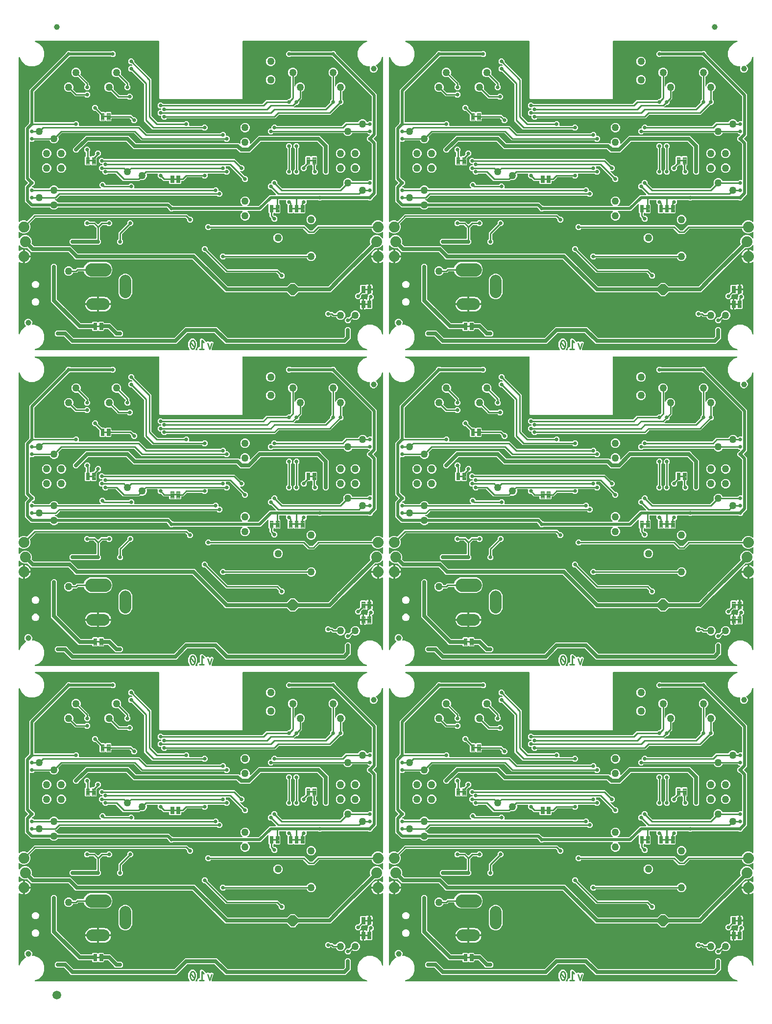
<source format=gbl>
G04 EAGLE Gerber RS-274X export*
G75*
%MOMM*%
%FSLAX34Y34*%
%LPD*%
%INBottom Copper*%
%IPPOS*%
%AMOC8*
5,1,8,0,0,1.08239X$1,22.5*%
G01*
%ADD10C,0.279400*%
%ADD11C,1.000000*%
%ADD12C,0.099059*%
%ADD13C,1.879600*%
%ADD14C,2.000000*%
%ADD15C,2.300000*%
%ADD16C,1.270000*%
%ADD17C,1.500000*%
%ADD18C,0.660400*%
%ADD19C,0.254000*%
%ADD20C,0.508000*%
%ADD21C,0.635000*%

G36*
X465654Y1202567D02*
X465654Y1202567D01*
X465675Y1202565D01*
X465785Y1202587D01*
X465896Y1202604D01*
X465915Y1202613D01*
X465935Y1202617D01*
X465974Y1202641D01*
X466135Y1202719D01*
X466218Y1202796D01*
X466261Y1202824D01*
X472605Y1209168D01*
X479895Y1209168D01*
X486239Y1202824D01*
X486256Y1202811D01*
X486269Y1202795D01*
X486363Y1202733D01*
X486453Y1202666D01*
X486473Y1202659D01*
X486490Y1202648D01*
X486535Y1202638D01*
X486704Y1202579D01*
X486817Y1202575D01*
X486867Y1202564D01*
X537330Y1202564D01*
X537351Y1202567D01*
X537372Y1202565D01*
X537482Y1202587D01*
X537593Y1202604D01*
X537612Y1202613D01*
X537633Y1202617D01*
X537671Y1202641D01*
X537832Y1202719D01*
X537915Y1202796D01*
X537958Y1202824D01*
X552824Y1217690D01*
X552837Y1217707D01*
X552853Y1217720D01*
X552915Y1217813D01*
X552982Y1217904D01*
X552989Y1217923D01*
X553000Y1217941D01*
X553010Y1217986D01*
X553048Y1218093D01*
X556094Y1221139D01*
X556135Y1221146D01*
X556154Y1221155D01*
X556175Y1221159D01*
X556213Y1221183D01*
X556374Y1221261D01*
X556457Y1221338D01*
X556500Y1221366D01*
X610376Y1275242D01*
X610413Y1275292D01*
X610457Y1275335D01*
X610491Y1275398D01*
X610534Y1275456D01*
X610554Y1275514D01*
X610584Y1275569D01*
X610598Y1275639D01*
X610621Y1275707D01*
X610623Y1275769D01*
X610635Y1275830D01*
X610627Y1275877D01*
X610630Y1275972D01*
X610574Y1276179D01*
X610569Y1276210D01*
X609853Y1277937D01*
X609853Y1282383D01*
X611555Y1286491D01*
X614699Y1289635D01*
X618807Y1291337D01*
X623253Y1291337D01*
X627361Y1289635D01*
X630515Y1286481D01*
X630544Y1286433D01*
X630584Y1286350D01*
X630612Y1286320D01*
X630634Y1286285D01*
X630702Y1286224D01*
X630766Y1286156D01*
X630801Y1286135D01*
X630832Y1286108D01*
X630916Y1286070D01*
X630996Y1286024D01*
X631037Y1286015D01*
X631074Y1285998D01*
X631166Y1285986D01*
X631256Y1285966D01*
X631297Y1285969D01*
X631338Y1285964D01*
X631429Y1285980D01*
X631521Y1285988D01*
X631559Y1286003D01*
X631600Y1286010D01*
X631682Y1286052D01*
X631768Y1286087D01*
X631799Y1286113D01*
X631836Y1286131D01*
X631902Y1286196D01*
X631974Y1286254D01*
X631997Y1286289D01*
X632026Y1286317D01*
X632070Y1286398D01*
X632121Y1286475D01*
X632128Y1286506D01*
X632153Y1286551D01*
X632204Y1286812D01*
X632201Y1286832D01*
X632205Y1286852D01*
X632205Y1296245D01*
X632198Y1296296D01*
X632199Y1296347D01*
X632178Y1296426D01*
X632165Y1296507D01*
X632143Y1296554D01*
X632129Y1296604D01*
X632085Y1296673D01*
X632050Y1296747D01*
X632014Y1296785D01*
X631987Y1296828D01*
X631924Y1296881D01*
X631868Y1296941D01*
X631824Y1296967D01*
X631784Y1297000D01*
X631709Y1297032D01*
X631638Y1297073D01*
X631587Y1297084D01*
X631540Y1297104D01*
X631458Y1297113D01*
X631378Y1297131D01*
X631327Y1297127D01*
X631275Y1297132D01*
X631195Y1297116D01*
X631113Y1297109D01*
X631065Y1297090D01*
X631015Y1297080D01*
X630971Y1297052D01*
X630866Y1297010D01*
X630727Y1296897D01*
X630689Y1296873D01*
X629901Y1296085D01*
X625793Y1294383D01*
X621347Y1294383D01*
X617239Y1296085D01*
X614095Y1299229D01*
X612962Y1301963D01*
X612930Y1302016D01*
X612907Y1302074D01*
X612862Y1302129D01*
X612825Y1302191D01*
X612779Y1302232D01*
X612740Y1302280D01*
X612680Y1302320D01*
X612626Y1302367D01*
X612570Y1302393D01*
X612519Y1302427D01*
X612471Y1302438D01*
X612385Y1302477D01*
X612172Y1302504D01*
X612142Y1302511D01*
X522331Y1302511D01*
X522310Y1302508D01*
X522289Y1302510D01*
X522179Y1302488D01*
X522068Y1302471D01*
X522049Y1302462D01*
X522028Y1302458D01*
X521990Y1302434D01*
X521829Y1302356D01*
X521746Y1302279D01*
X521703Y1302251D01*
X513073Y1293621D01*
X502927Y1293621D01*
X494297Y1302251D01*
X494280Y1302264D01*
X494267Y1302280D01*
X494174Y1302342D01*
X494083Y1302409D01*
X494064Y1302416D01*
X494046Y1302427D01*
X494002Y1302437D01*
X493832Y1302496D01*
X493720Y1302500D01*
X493669Y1302511D01*
X334704Y1302511D01*
X334684Y1302508D01*
X334663Y1302510D01*
X334552Y1302488D01*
X334442Y1302471D01*
X334423Y1302462D01*
X334402Y1302458D01*
X334364Y1302434D01*
X334202Y1302356D01*
X334120Y1302279D01*
X334076Y1302251D01*
X332305Y1300479D01*
X328095Y1300479D01*
X325119Y1303455D01*
X325119Y1307665D01*
X328095Y1310641D01*
X332305Y1310641D01*
X334076Y1308869D01*
X334093Y1308856D01*
X334107Y1308840D01*
X334200Y1308778D01*
X334290Y1308711D01*
X334310Y1308704D01*
X334328Y1308693D01*
X334372Y1308683D01*
X334541Y1308624D01*
X334654Y1308620D01*
X334704Y1308609D01*
X496563Y1308609D01*
X505193Y1299979D01*
X505210Y1299966D01*
X505223Y1299950D01*
X505316Y1299888D01*
X505407Y1299821D01*
X505426Y1299814D01*
X505444Y1299803D01*
X505488Y1299793D01*
X505658Y1299734D01*
X505770Y1299730D01*
X505821Y1299719D01*
X510179Y1299719D01*
X510200Y1299722D01*
X510221Y1299720D01*
X510331Y1299742D01*
X510442Y1299759D01*
X510461Y1299768D01*
X510482Y1299772D01*
X510520Y1299796D01*
X510681Y1299874D01*
X510764Y1299951D01*
X510807Y1299979D01*
X519437Y1308609D01*
X612142Y1308609D01*
X612203Y1308618D01*
X612265Y1308617D01*
X612334Y1308638D01*
X612405Y1308649D01*
X612460Y1308676D01*
X612520Y1308693D01*
X612579Y1308733D01*
X612644Y1308764D01*
X612689Y1308807D01*
X612741Y1308841D01*
X612768Y1308880D01*
X612838Y1308946D01*
X612944Y1309132D01*
X612962Y1309157D01*
X614095Y1311891D01*
X617239Y1315035D01*
X621347Y1316737D01*
X625793Y1316737D01*
X629901Y1315035D01*
X630689Y1314247D01*
X630730Y1314217D01*
X630766Y1314179D01*
X630837Y1314138D01*
X630903Y1314090D01*
X630952Y1314073D01*
X630996Y1314047D01*
X631076Y1314029D01*
X631154Y1314002D01*
X631206Y1314000D01*
X631256Y1313989D01*
X631338Y1313996D01*
X631420Y1313993D01*
X631469Y1314007D01*
X631521Y1314011D01*
X631597Y1314041D01*
X631676Y1314063D01*
X631720Y1314091D01*
X631768Y1314110D01*
X631831Y1314162D01*
X631900Y1314206D01*
X631934Y1314245D01*
X631974Y1314277D01*
X632019Y1314346D01*
X632072Y1314408D01*
X632093Y1314456D01*
X632121Y1314499D01*
X632133Y1314549D01*
X632177Y1314653D01*
X632195Y1314831D01*
X632205Y1314875D01*
X632205Y1598363D01*
X632191Y1598454D01*
X632186Y1598546D01*
X632172Y1598585D01*
X632165Y1598626D01*
X632125Y1598709D01*
X632093Y1598795D01*
X632068Y1598828D01*
X632050Y1598865D01*
X631987Y1598933D01*
X631930Y1599006D01*
X631896Y1599029D01*
X631868Y1599059D01*
X631788Y1599105D01*
X631713Y1599158D01*
X631673Y1599171D01*
X631638Y1599191D01*
X631548Y1599211D01*
X631460Y1599240D01*
X631418Y1599240D01*
X631378Y1599249D01*
X631286Y1599242D01*
X631194Y1599243D01*
X631154Y1599231D01*
X631113Y1599227D01*
X631027Y1599193D01*
X630939Y1599167D01*
X630905Y1599144D01*
X630866Y1599128D01*
X630795Y1599070D01*
X630718Y1599019D01*
X630700Y1598993D01*
X630660Y1598961D01*
X630513Y1598740D01*
X630508Y1598720D01*
X630496Y1598703D01*
X627688Y1591924D01*
X621686Y1585922D01*
X620467Y1585417D01*
X620458Y1585411D01*
X620448Y1585408D01*
X620344Y1585342D01*
X620239Y1585279D01*
X620232Y1585271D01*
X620223Y1585266D01*
X620144Y1585172D01*
X620063Y1585081D01*
X620058Y1585071D01*
X620051Y1585063D01*
X620003Y1584950D01*
X619952Y1584839D01*
X619951Y1584828D01*
X619947Y1584819D01*
X619934Y1584696D01*
X619919Y1584575D01*
X619921Y1584565D01*
X619920Y1584554D01*
X619944Y1584433D01*
X619965Y1584313D01*
X619970Y1584304D01*
X619972Y1584294D01*
X619988Y1584267D01*
X620086Y1584077D01*
X620153Y1584008D01*
X620179Y1583968D01*
X621697Y1582450D01*
X622729Y1579958D01*
X622729Y1577262D01*
X621697Y1574770D01*
X619790Y1572863D01*
X617298Y1571831D01*
X614602Y1571831D01*
X612110Y1572863D01*
X610203Y1574770D01*
X609171Y1577262D01*
X609171Y1579958D01*
X609787Y1581445D01*
X609790Y1581455D01*
X609795Y1581464D01*
X609821Y1581584D01*
X609851Y1581703D01*
X609850Y1581714D01*
X609853Y1581724D01*
X609843Y1581846D01*
X609836Y1581969D01*
X609832Y1581978D01*
X609831Y1581989D01*
X609785Y1582103D01*
X609742Y1582217D01*
X609736Y1582226D01*
X609732Y1582236D01*
X609654Y1582331D01*
X609580Y1582428D01*
X609571Y1582434D01*
X609564Y1582442D01*
X609462Y1582510D01*
X609362Y1582580D01*
X609352Y1582584D01*
X609343Y1582589D01*
X609313Y1582596D01*
X609109Y1582662D01*
X609013Y1582663D01*
X608966Y1582673D01*
X605356Y1582673D01*
X597514Y1585922D01*
X591512Y1591924D01*
X588263Y1599766D01*
X588263Y1608254D01*
X591512Y1616096D01*
X597514Y1622098D01*
X604293Y1624906D01*
X604372Y1624954D01*
X604455Y1624994D01*
X604485Y1625022D01*
X604520Y1625044D01*
X604582Y1625113D01*
X604649Y1625176D01*
X604670Y1625212D01*
X604697Y1625242D01*
X604735Y1625326D01*
X604781Y1625406D01*
X604790Y1625447D01*
X604807Y1625484D01*
X604819Y1625576D01*
X604839Y1625666D01*
X604836Y1625707D01*
X604841Y1625748D01*
X604825Y1625839D01*
X604817Y1625931D01*
X604802Y1625969D01*
X604795Y1626010D01*
X604753Y1626092D01*
X604718Y1626178D01*
X604692Y1626210D01*
X604674Y1626246D01*
X604609Y1626312D01*
X604551Y1626384D01*
X604517Y1626407D01*
X604488Y1626436D01*
X604407Y1626480D01*
X604330Y1626531D01*
X604299Y1626538D01*
X604254Y1626563D01*
X603993Y1626614D01*
X603973Y1626611D01*
X603953Y1626615D01*
X390271Y1626615D01*
X390169Y1626600D01*
X390067Y1626592D01*
X390039Y1626580D01*
X390008Y1626575D01*
X389916Y1626531D01*
X389820Y1626493D01*
X389797Y1626473D01*
X389769Y1626460D01*
X389694Y1626390D01*
X389614Y1626325D01*
X389597Y1626299D01*
X389575Y1626278D01*
X389524Y1626189D01*
X389467Y1626104D01*
X389461Y1626080D01*
X389443Y1626048D01*
X389385Y1625788D01*
X389388Y1625750D01*
X389383Y1625727D01*
X389383Y1616934D01*
X389381Y1616931D01*
X389374Y1616912D01*
X389363Y1616894D01*
X389356Y1616865D01*
X389344Y1616843D01*
X389331Y1616789D01*
X389294Y1616680D01*
X389291Y1616608D01*
X389286Y1616583D01*
X389288Y1616558D01*
X389279Y1616517D01*
X389279Y1526973D01*
X388237Y1525931D01*
X246763Y1525931D01*
X245721Y1526973D01*
X245721Y1616517D01*
X245718Y1616538D01*
X245720Y1616559D01*
X245698Y1616669D01*
X245696Y1616684D01*
X245693Y1616726D01*
X245688Y1616738D01*
X245681Y1616780D01*
X245672Y1616799D01*
X245668Y1616820D01*
X245644Y1616858D01*
X245619Y1616908D01*
X245617Y1616914D01*
X245617Y1625727D01*
X245602Y1625829D01*
X245594Y1625931D01*
X245582Y1625959D01*
X245577Y1625990D01*
X245533Y1626082D01*
X245495Y1626178D01*
X245475Y1626201D01*
X245462Y1626229D01*
X245392Y1626304D01*
X245327Y1626384D01*
X245301Y1626401D01*
X245280Y1626423D01*
X245191Y1626474D01*
X245106Y1626531D01*
X245082Y1626537D01*
X245050Y1626555D01*
X244790Y1626613D01*
X244752Y1626610D01*
X244729Y1626615D01*
X31047Y1626615D01*
X30956Y1626601D01*
X30864Y1626596D01*
X30825Y1626582D01*
X30784Y1626575D01*
X30701Y1626535D01*
X30615Y1626503D01*
X30582Y1626478D01*
X30545Y1626460D01*
X30477Y1626397D01*
X30404Y1626340D01*
X30381Y1626306D01*
X30351Y1626278D01*
X30305Y1626198D01*
X30252Y1626123D01*
X30239Y1626083D01*
X30219Y1626048D01*
X30199Y1625958D01*
X30170Y1625870D01*
X30170Y1625828D01*
X30161Y1625788D01*
X30168Y1625696D01*
X30167Y1625604D01*
X30179Y1625564D01*
X30183Y1625523D01*
X30217Y1625437D01*
X30243Y1625349D01*
X30266Y1625315D01*
X30282Y1625276D01*
X30340Y1625205D01*
X30391Y1625128D01*
X30417Y1625110D01*
X30449Y1625070D01*
X30670Y1624923D01*
X30690Y1624918D01*
X30707Y1624906D01*
X37486Y1622098D01*
X43488Y1616096D01*
X46737Y1608254D01*
X46737Y1599766D01*
X43488Y1591924D01*
X37486Y1585922D01*
X29644Y1582673D01*
X21156Y1582673D01*
X13314Y1585922D01*
X7312Y1591924D01*
X4504Y1598703D01*
X4456Y1598782D01*
X4416Y1598865D01*
X4388Y1598895D01*
X4366Y1598930D01*
X4297Y1598992D01*
X4234Y1599059D01*
X4198Y1599080D01*
X4168Y1599107D01*
X4084Y1599145D01*
X4004Y1599191D01*
X3963Y1599200D01*
X3926Y1599217D01*
X3834Y1599229D01*
X3744Y1599249D01*
X3703Y1599246D01*
X3662Y1599251D01*
X3571Y1599235D01*
X3479Y1599227D01*
X3441Y1599212D01*
X3400Y1599205D01*
X3318Y1599163D01*
X3232Y1599128D01*
X3200Y1599102D01*
X3164Y1599084D01*
X3098Y1599019D01*
X3026Y1598961D01*
X3003Y1598927D01*
X2974Y1598898D01*
X2930Y1598817D01*
X2879Y1598740D01*
X2872Y1598709D01*
X2847Y1598664D01*
X2796Y1598403D01*
X2799Y1598383D01*
X2795Y1598363D01*
X2795Y1314875D01*
X2802Y1314824D01*
X2801Y1314773D01*
X2822Y1314694D01*
X2835Y1314613D01*
X2857Y1314566D01*
X2871Y1314516D01*
X2915Y1314447D01*
X2950Y1314373D01*
X2986Y1314335D01*
X3013Y1314292D01*
X3076Y1314239D01*
X3132Y1314179D01*
X3176Y1314153D01*
X3216Y1314120D01*
X3291Y1314088D01*
X3362Y1314047D01*
X3413Y1314036D01*
X3460Y1314016D01*
X3542Y1314007D01*
X3622Y1313989D01*
X3673Y1313993D01*
X3725Y1313988D01*
X3805Y1314004D01*
X3887Y1314011D01*
X3935Y1314030D01*
X3985Y1314040D01*
X4029Y1314068D01*
X4134Y1314110D01*
X4273Y1314223D01*
X4311Y1314247D01*
X5099Y1315035D01*
X9207Y1316737D01*
X13653Y1316737D01*
X16387Y1315604D01*
X16447Y1315589D01*
X16504Y1315565D01*
X16576Y1315558D01*
X16645Y1315540D01*
X16707Y1315544D01*
X16769Y1315538D01*
X16839Y1315552D01*
X16911Y1315556D01*
X16969Y1315577D01*
X17029Y1315590D01*
X17070Y1315615D01*
X17160Y1315649D01*
X17329Y1315780D01*
X17355Y1315797D01*
X27171Y1325613D01*
X29217Y1327659D01*
X293363Y1327659D01*
X297421Y1323601D01*
X297438Y1323588D01*
X297451Y1323572D01*
X297544Y1323510D01*
X297635Y1323443D01*
X297654Y1323436D01*
X297672Y1323425D01*
X297716Y1323415D01*
X297886Y1323356D01*
X297998Y1323352D01*
X298049Y1323341D01*
X300555Y1323341D01*
X303531Y1320365D01*
X303531Y1316155D01*
X300555Y1313179D01*
X296345Y1313179D01*
X293369Y1316155D01*
X293369Y1318661D01*
X293366Y1318682D01*
X293368Y1318703D01*
X293346Y1318813D01*
X293329Y1318924D01*
X293320Y1318943D01*
X293316Y1318964D01*
X293292Y1319002D01*
X293214Y1319163D01*
X293137Y1319246D01*
X293109Y1319289D01*
X291097Y1321301D01*
X291080Y1321314D01*
X291067Y1321330D01*
X290974Y1321392D01*
X290883Y1321459D01*
X290864Y1321466D01*
X290846Y1321477D01*
X290802Y1321487D01*
X290632Y1321546D01*
X290520Y1321550D01*
X290469Y1321561D01*
X32111Y1321561D01*
X32090Y1321558D01*
X32069Y1321560D01*
X31959Y1321538D01*
X31848Y1321521D01*
X31829Y1321512D01*
X31808Y1321508D01*
X31770Y1321484D01*
X31609Y1321406D01*
X31526Y1321329D01*
X31483Y1321301D01*
X21667Y1311485D01*
X21630Y1311435D01*
X21586Y1311392D01*
X21552Y1311329D01*
X21509Y1311271D01*
X21489Y1311213D01*
X21459Y1311158D01*
X21445Y1311088D01*
X21422Y1311020D01*
X21420Y1310958D01*
X21408Y1310897D01*
X21416Y1310850D01*
X21413Y1310755D01*
X21469Y1310548D01*
X21474Y1310517D01*
X22607Y1307783D01*
X22607Y1303337D01*
X20905Y1299229D01*
X17761Y1296085D01*
X13653Y1294383D01*
X9207Y1294383D01*
X5099Y1296085D01*
X4311Y1296873D01*
X4270Y1296903D01*
X4234Y1296941D01*
X4163Y1296982D01*
X4097Y1297030D01*
X4048Y1297047D01*
X4004Y1297073D01*
X3924Y1297091D01*
X3846Y1297118D01*
X3794Y1297120D01*
X3744Y1297131D01*
X3662Y1297124D01*
X3580Y1297127D01*
X3531Y1297113D01*
X3479Y1297109D01*
X3403Y1297079D01*
X3324Y1297057D01*
X3280Y1297029D01*
X3232Y1297010D01*
X3169Y1296958D01*
X3100Y1296914D01*
X3066Y1296875D01*
X3026Y1296843D01*
X2981Y1296774D01*
X2928Y1296712D01*
X2907Y1296664D01*
X2879Y1296621D01*
X2867Y1296571D01*
X2823Y1296467D01*
X2805Y1296289D01*
X2795Y1296245D01*
X2795Y1286852D01*
X2809Y1286761D01*
X2814Y1286669D01*
X2828Y1286630D01*
X2835Y1286589D01*
X2875Y1286506D01*
X2907Y1286420D01*
X2932Y1286387D01*
X2950Y1286350D01*
X3013Y1286282D01*
X3070Y1286209D01*
X3104Y1286186D01*
X3132Y1286156D01*
X3212Y1286110D01*
X3288Y1286057D01*
X3327Y1286044D01*
X3362Y1286024D01*
X3453Y1286004D01*
X3541Y1285975D01*
X3582Y1285975D01*
X3622Y1285966D01*
X3714Y1285974D01*
X3806Y1285973D01*
X3846Y1285984D01*
X3887Y1285988D01*
X3973Y1286022D01*
X4061Y1286048D01*
X4095Y1286071D01*
X4134Y1286087D01*
X4205Y1286145D01*
X4282Y1286196D01*
X4300Y1286222D01*
X4340Y1286254D01*
X4487Y1286475D01*
X4490Y1286486D01*
X7639Y1289635D01*
X11747Y1291337D01*
X16193Y1291337D01*
X20301Y1289635D01*
X23445Y1286491D01*
X25147Y1282383D01*
X25147Y1277937D01*
X24803Y1277108D01*
X24788Y1277048D01*
X24764Y1276991D01*
X24757Y1276919D01*
X24739Y1276850D01*
X24743Y1276788D01*
X24737Y1276726D01*
X24751Y1276656D01*
X24755Y1276584D01*
X24777Y1276526D01*
X24789Y1276465D01*
X24815Y1276425D01*
X24848Y1276335D01*
X24979Y1276166D01*
X24996Y1276140D01*
X28462Y1272674D01*
X28479Y1272661D01*
X28492Y1272645D01*
X28585Y1272583D01*
X28676Y1272516D01*
X28696Y1272509D01*
X28713Y1272498D01*
X28758Y1272488D01*
X28927Y1272429D01*
X29039Y1272425D01*
X29090Y1272414D01*
X92222Y1272414D01*
X104662Y1259974D01*
X104679Y1259961D01*
X104692Y1259945D01*
X104785Y1259883D01*
X104876Y1259816D01*
X104895Y1259809D01*
X104913Y1259798D01*
X104958Y1259788D01*
X105127Y1259729D01*
X105239Y1259725D01*
X105290Y1259714D01*
X181551Y1259714D01*
X181571Y1259717D01*
X181592Y1259715D01*
X181703Y1259737D01*
X181813Y1259754D01*
X181832Y1259763D01*
X181853Y1259767D01*
X181891Y1259791D01*
X181994Y1259841D01*
X186302Y1259841D01*
X186335Y1259816D01*
X186355Y1259809D01*
X186373Y1259798D01*
X186417Y1259788D01*
X186586Y1259729D01*
X186699Y1259725D01*
X186749Y1259714D01*
X187901Y1259714D01*
X187921Y1259717D01*
X187942Y1259715D01*
X188053Y1259737D01*
X188163Y1259754D01*
X188182Y1259763D01*
X188203Y1259767D01*
X188242Y1259791D01*
X188344Y1259841D01*
X192652Y1259841D01*
X192685Y1259816D01*
X192705Y1259809D01*
X192723Y1259798D01*
X192767Y1259788D01*
X192936Y1259729D01*
X193049Y1259725D01*
X193099Y1259714D01*
X306852Y1259714D01*
X363742Y1202824D01*
X363759Y1202811D01*
X363772Y1202795D01*
X363865Y1202733D01*
X363956Y1202666D01*
X363976Y1202659D01*
X363993Y1202648D01*
X364038Y1202638D01*
X364207Y1202579D01*
X364319Y1202575D01*
X364370Y1202564D01*
X465633Y1202564D01*
X465654Y1202567D01*
G37*
G36*
X1105734Y657737D02*
X1105734Y657737D01*
X1105755Y657735D01*
X1105865Y657757D01*
X1105976Y657774D01*
X1105995Y657783D01*
X1106015Y657787D01*
X1106054Y657811D01*
X1106215Y657889D01*
X1106298Y657966D01*
X1106341Y657994D01*
X1112685Y664338D01*
X1119975Y664338D01*
X1126319Y657994D01*
X1126336Y657981D01*
X1126349Y657965D01*
X1126443Y657903D01*
X1126533Y657836D01*
X1126553Y657829D01*
X1126570Y657818D01*
X1126615Y657808D01*
X1126784Y657749D01*
X1126897Y657745D01*
X1126947Y657734D01*
X1177410Y657734D01*
X1177431Y657737D01*
X1177452Y657735D01*
X1177562Y657757D01*
X1177673Y657774D01*
X1177692Y657783D01*
X1177713Y657787D01*
X1177751Y657811D01*
X1177912Y657889D01*
X1177995Y657966D01*
X1178038Y657994D01*
X1192904Y672860D01*
X1192917Y672877D01*
X1192933Y672890D01*
X1192995Y672983D01*
X1193062Y673074D01*
X1193069Y673094D01*
X1193080Y673111D01*
X1193090Y673156D01*
X1193128Y673263D01*
X1196174Y676309D01*
X1196215Y676316D01*
X1196234Y676325D01*
X1196255Y676329D01*
X1196293Y676353D01*
X1196454Y676431D01*
X1196537Y676508D01*
X1196580Y676536D01*
X1250456Y730412D01*
X1250493Y730462D01*
X1250537Y730505D01*
X1250571Y730568D01*
X1250614Y730626D01*
X1250634Y730684D01*
X1250664Y730739D01*
X1250678Y730809D01*
X1250701Y730877D01*
X1250703Y730939D01*
X1250715Y731000D01*
X1250707Y731047D01*
X1250710Y731142D01*
X1250654Y731349D01*
X1250649Y731380D01*
X1249933Y733107D01*
X1249933Y737553D01*
X1251635Y741661D01*
X1254779Y744805D01*
X1258887Y746507D01*
X1263333Y746507D01*
X1267441Y744805D01*
X1270595Y741651D01*
X1270624Y741603D01*
X1270664Y741520D01*
X1270692Y741490D01*
X1270714Y741455D01*
X1270783Y741393D01*
X1270846Y741326D01*
X1270881Y741305D01*
X1270912Y741278D01*
X1270996Y741240D01*
X1271076Y741194D01*
X1271117Y741185D01*
X1271154Y741168D01*
X1271246Y741156D01*
X1271336Y741136D01*
X1271377Y741139D01*
X1271418Y741134D01*
X1271509Y741150D01*
X1271601Y741158D01*
X1271639Y741173D01*
X1271680Y741180D01*
X1271762Y741222D01*
X1271848Y741257D01*
X1271880Y741283D01*
X1271916Y741301D01*
X1271982Y741366D01*
X1272054Y741424D01*
X1272077Y741459D01*
X1272106Y741487D01*
X1272150Y741568D01*
X1272201Y741645D01*
X1272208Y741676D01*
X1272233Y741721D01*
X1272284Y741982D01*
X1272281Y742002D01*
X1272285Y742022D01*
X1272285Y751415D01*
X1272278Y751466D01*
X1272279Y751517D01*
X1272258Y751596D01*
X1272245Y751677D01*
X1272223Y751724D01*
X1272209Y751774D01*
X1272165Y751843D01*
X1272130Y751917D01*
X1272094Y751955D01*
X1272067Y751998D01*
X1272004Y752051D01*
X1271948Y752111D01*
X1271904Y752137D01*
X1271864Y752170D01*
X1271789Y752202D01*
X1271718Y752243D01*
X1271667Y752254D01*
X1271620Y752274D01*
X1271538Y752283D01*
X1271458Y752301D01*
X1271407Y752297D01*
X1271355Y752302D01*
X1271275Y752286D01*
X1271193Y752279D01*
X1271145Y752260D01*
X1271095Y752250D01*
X1271051Y752222D01*
X1270946Y752180D01*
X1270807Y752067D01*
X1270769Y752043D01*
X1269981Y751255D01*
X1265873Y749553D01*
X1261427Y749553D01*
X1257319Y751255D01*
X1254175Y754399D01*
X1253042Y757133D01*
X1253010Y757186D01*
X1252987Y757244D01*
X1252942Y757299D01*
X1252905Y757361D01*
X1252859Y757402D01*
X1252820Y757450D01*
X1252760Y757490D01*
X1252706Y757537D01*
X1252650Y757563D01*
X1252599Y757597D01*
X1252551Y757608D01*
X1252465Y757647D01*
X1252252Y757674D01*
X1252222Y757681D01*
X1162411Y757681D01*
X1162390Y757678D01*
X1162369Y757680D01*
X1162259Y757658D01*
X1162148Y757641D01*
X1162129Y757632D01*
X1162108Y757628D01*
X1162070Y757604D01*
X1161909Y757526D01*
X1161826Y757449D01*
X1161783Y757421D01*
X1153153Y748791D01*
X1143007Y748791D01*
X1134377Y757421D01*
X1134360Y757434D01*
X1134347Y757450D01*
X1134254Y757512D01*
X1134163Y757579D01*
X1134144Y757586D01*
X1134126Y757597D01*
X1134082Y757607D01*
X1133912Y757666D01*
X1133800Y757670D01*
X1133749Y757681D01*
X974784Y757681D01*
X974764Y757678D01*
X974743Y757680D01*
X974632Y757658D01*
X974522Y757641D01*
X974503Y757632D01*
X974482Y757628D01*
X974444Y757604D01*
X974282Y757526D01*
X974200Y757449D01*
X974156Y757421D01*
X972385Y755649D01*
X968175Y755649D01*
X965199Y758625D01*
X965199Y762835D01*
X968175Y765811D01*
X972385Y765811D01*
X974156Y764039D01*
X974173Y764026D01*
X974187Y764010D01*
X974280Y763948D01*
X974370Y763881D01*
X974390Y763874D01*
X974408Y763863D01*
X974452Y763853D01*
X974621Y763794D01*
X974734Y763790D01*
X974784Y763779D01*
X1136643Y763779D01*
X1145273Y755149D01*
X1145290Y755136D01*
X1145303Y755120D01*
X1145396Y755058D01*
X1145487Y754991D01*
X1145506Y754984D01*
X1145524Y754973D01*
X1145568Y754963D01*
X1145738Y754904D01*
X1145850Y754900D01*
X1145901Y754889D01*
X1150259Y754889D01*
X1150280Y754892D01*
X1150301Y754890D01*
X1150411Y754912D01*
X1150522Y754929D01*
X1150541Y754938D01*
X1150562Y754942D01*
X1150600Y754966D01*
X1150761Y755044D01*
X1150844Y755121D01*
X1150887Y755149D01*
X1159517Y763779D01*
X1252222Y763779D01*
X1252283Y763788D01*
X1252345Y763787D01*
X1252414Y763808D01*
X1252485Y763819D01*
X1252540Y763846D01*
X1252600Y763863D01*
X1252659Y763903D01*
X1252724Y763934D01*
X1252769Y763977D01*
X1252821Y764011D01*
X1252848Y764050D01*
X1252918Y764116D01*
X1253024Y764302D01*
X1253042Y764327D01*
X1254175Y767061D01*
X1257319Y770205D01*
X1261427Y771907D01*
X1265873Y771907D01*
X1269981Y770205D01*
X1270769Y769417D01*
X1270810Y769387D01*
X1270846Y769349D01*
X1270917Y769308D01*
X1270983Y769260D01*
X1271032Y769243D01*
X1271076Y769217D01*
X1271156Y769199D01*
X1271234Y769172D01*
X1271286Y769170D01*
X1271336Y769159D01*
X1271418Y769166D01*
X1271500Y769163D01*
X1271549Y769177D01*
X1271601Y769181D01*
X1271677Y769211D01*
X1271756Y769233D01*
X1271800Y769261D01*
X1271848Y769280D01*
X1271911Y769332D01*
X1271980Y769376D01*
X1272014Y769415D01*
X1272054Y769447D01*
X1272099Y769516D01*
X1272152Y769578D01*
X1272173Y769626D01*
X1272201Y769669D01*
X1272213Y769719D01*
X1272257Y769823D01*
X1272275Y770001D01*
X1272285Y770045D01*
X1272285Y1053533D01*
X1272271Y1053624D01*
X1272266Y1053716D01*
X1272252Y1053755D01*
X1272245Y1053796D01*
X1272205Y1053879D01*
X1272173Y1053965D01*
X1272148Y1053998D01*
X1272130Y1054035D01*
X1272067Y1054103D01*
X1272010Y1054176D01*
X1271976Y1054199D01*
X1271948Y1054229D01*
X1271868Y1054275D01*
X1271793Y1054328D01*
X1271753Y1054341D01*
X1271718Y1054361D01*
X1271628Y1054381D01*
X1271540Y1054410D01*
X1271498Y1054410D01*
X1271458Y1054419D01*
X1271366Y1054412D01*
X1271274Y1054413D01*
X1271234Y1054401D01*
X1271193Y1054397D01*
X1271107Y1054363D01*
X1271019Y1054337D01*
X1270985Y1054314D01*
X1270946Y1054298D01*
X1270875Y1054240D01*
X1270798Y1054189D01*
X1270780Y1054163D01*
X1270740Y1054131D01*
X1270593Y1053910D01*
X1270588Y1053890D01*
X1270576Y1053873D01*
X1267768Y1047094D01*
X1261766Y1041092D01*
X1260547Y1040587D01*
X1260538Y1040581D01*
X1260528Y1040578D01*
X1260424Y1040512D01*
X1260319Y1040449D01*
X1260312Y1040441D01*
X1260303Y1040436D01*
X1260224Y1040342D01*
X1260143Y1040251D01*
X1260138Y1040241D01*
X1260131Y1040233D01*
X1260083Y1040120D01*
X1260032Y1040009D01*
X1260031Y1039998D01*
X1260027Y1039989D01*
X1260014Y1039866D01*
X1259999Y1039745D01*
X1260001Y1039735D01*
X1260000Y1039724D01*
X1260024Y1039603D01*
X1260045Y1039483D01*
X1260050Y1039474D01*
X1260052Y1039464D01*
X1260068Y1039437D01*
X1260166Y1039247D01*
X1260233Y1039178D01*
X1260259Y1039138D01*
X1261777Y1037620D01*
X1262809Y1035128D01*
X1262809Y1032432D01*
X1261777Y1029940D01*
X1259870Y1028033D01*
X1257378Y1027001D01*
X1254682Y1027001D01*
X1252190Y1028033D01*
X1250283Y1029940D01*
X1249251Y1032432D01*
X1249251Y1035128D01*
X1249867Y1036615D01*
X1249870Y1036625D01*
X1249875Y1036634D01*
X1249901Y1036754D01*
X1249931Y1036873D01*
X1249930Y1036884D01*
X1249933Y1036894D01*
X1249923Y1037016D01*
X1249916Y1037139D01*
X1249912Y1037148D01*
X1249911Y1037159D01*
X1249865Y1037273D01*
X1249822Y1037387D01*
X1249816Y1037396D01*
X1249812Y1037406D01*
X1249734Y1037501D01*
X1249660Y1037598D01*
X1249651Y1037604D01*
X1249644Y1037612D01*
X1249542Y1037680D01*
X1249442Y1037750D01*
X1249432Y1037754D01*
X1249423Y1037759D01*
X1249393Y1037766D01*
X1249189Y1037832D01*
X1249093Y1037833D01*
X1249046Y1037843D01*
X1245436Y1037843D01*
X1237594Y1041092D01*
X1231592Y1047094D01*
X1228343Y1054936D01*
X1228343Y1063424D01*
X1231592Y1071266D01*
X1237594Y1077268D01*
X1244373Y1080076D01*
X1244452Y1080124D01*
X1244535Y1080164D01*
X1244565Y1080192D01*
X1244600Y1080214D01*
X1244662Y1080283D01*
X1244729Y1080346D01*
X1244750Y1080382D01*
X1244777Y1080412D01*
X1244815Y1080496D01*
X1244861Y1080576D01*
X1244870Y1080617D01*
X1244887Y1080654D01*
X1244899Y1080746D01*
X1244919Y1080836D01*
X1244916Y1080877D01*
X1244921Y1080918D01*
X1244905Y1081009D01*
X1244897Y1081101D01*
X1244882Y1081139D01*
X1244875Y1081180D01*
X1244833Y1081262D01*
X1244798Y1081348D01*
X1244772Y1081380D01*
X1244754Y1081416D01*
X1244689Y1081482D01*
X1244631Y1081554D01*
X1244597Y1081577D01*
X1244568Y1081606D01*
X1244487Y1081650D01*
X1244410Y1081701D01*
X1244379Y1081708D01*
X1244334Y1081733D01*
X1244073Y1081784D01*
X1244053Y1081781D01*
X1244033Y1081785D01*
X1030351Y1081785D01*
X1030249Y1081770D01*
X1030147Y1081762D01*
X1030119Y1081750D01*
X1030088Y1081745D01*
X1029996Y1081701D01*
X1029900Y1081663D01*
X1029877Y1081643D01*
X1029849Y1081630D01*
X1029774Y1081560D01*
X1029694Y1081495D01*
X1029677Y1081469D01*
X1029655Y1081448D01*
X1029604Y1081359D01*
X1029547Y1081274D01*
X1029541Y1081250D01*
X1029523Y1081218D01*
X1029465Y1080958D01*
X1029468Y1080920D01*
X1029463Y1080897D01*
X1029463Y1072104D01*
X1029461Y1072102D01*
X1029454Y1072082D01*
X1029443Y1072064D01*
X1029436Y1072035D01*
X1029424Y1072013D01*
X1029411Y1071958D01*
X1029374Y1071851D01*
X1029371Y1071779D01*
X1029366Y1071753D01*
X1029368Y1071728D01*
X1029359Y1071687D01*
X1029359Y982143D01*
X1028317Y981101D01*
X886843Y981101D01*
X885801Y982143D01*
X885801Y1071687D01*
X885798Y1071708D01*
X885800Y1071729D01*
X885778Y1071839D01*
X885776Y1071854D01*
X885773Y1071896D01*
X885768Y1071908D01*
X885761Y1071950D01*
X885752Y1071969D01*
X885748Y1071990D01*
X885724Y1072028D01*
X885699Y1072078D01*
X885697Y1072084D01*
X885697Y1080897D01*
X885682Y1080999D01*
X885674Y1081101D01*
X885662Y1081129D01*
X885657Y1081160D01*
X885613Y1081252D01*
X885575Y1081348D01*
X885555Y1081371D01*
X885542Y1081399D01*
X885472Y1081474D01*
X885407Y1081554D01*
X885381Y1081571D01*
X885360Y1081593D01*
X885271Y1081644D01*
X885186Y1081701D01*
X885162Y1081707D01*
X885130Y1081725D01*
X884870Y1081783D01*
X884832Y1081780D01*
X884809Y1081785D01*
X671127Y1081785D01*
X671036Y1081771D01*
X670944Y1081766D01*
X670905Y1081752D01*
X670864Y1081745D01*
X670781Y1081705D01*
X670695Y1081673D01*
X670662Y1081648D01*
X670625Y1081630D01*
X670557Y1081567D01*
X670484Y1081510D01*
X670461Y1081476D01*
X670431Y1081448D01*
X670385Y1081368D01*
X670332Y1081293D01*
X670319Y1081253D01*
X670299Y1081218D01*
X670279Y1081128D01*
X670250Y1081040D01*
X670250Y1080998D01*
X670241Y1080958D01*
X670248Y1080866D01*
X670247Y1080774D01*
X670259Y1080734D01*
X670263Y1080693D01*
X670297Y1080607D01*
X670323Y1080519D01*
X670346Y1080485D01*
X670362Y1080446D01*
X670420Y1080375D01*
X670471Y1080298D01*
X670497Y1080280D01*
X670529Y1080240D01*
X670750Y1080093D01*
X670770Y1080088D01*
X670787Y1080076D01*
X677566Y1077268D01*
X683568Y1071266D01*
X686817Y1063424D01*
X686817Y1054936D01*
X683568Y1047094D01*
X677566Y1041092D01*
X669724Y1037843D01*
X661236Y1037843D01*
X653394Y1041092D01*
X647392Y1047094D01*
X644584Y1053873D01*
X644536Y1053952D01*
X644496Y1054035D01*
X644468Y1054065D01*
X644446Y1054100D01*
X644377Y1054162D01*
X644314Y1054229D01*
X644278Y1054250D01*
X644248Y1054277D01*
X644164Y1054315D01*
X644084Y1054361D01*
X644043Y1054370D01*
X644006Y1054387D01*
X643914Y1054399D01*
X643824Y1054419D01*
X643783Y1054416D01*
X643742Y1054421D01*
X643651Y1054405D01*
X643559Y1054397D01*
X643521Y1054382D01*
X643480Y1054375D01*
X643398Y1054333D01*
X643312Y1054298D01*
X643280Y1054272D01*
X643244Y1054254D01*
X643178Y1054189D01*
X643106Y1054131D01*
X643083Y1054097D01*
X643054Y1054068D01*
X643010Y1053987D01*
X642959Y1053910D01*
X642952Y1053879D01*
X642927Y1053834D01*
X642876Y1053573D01*
X642879Y1053553D01*
X642875Y1053533D01*
X642875Y770045D01*
X642882Y769994D01*
X642881Y769943D01*
X642902Y769864D01*
X642915Y769783D01*
X642937Y769736D01*
X642951Y769686D01*
X642995Y769617D01*
X643030Y769543D01*
X643066Y769505D01*
X643093Y769462D01*
X643156Y769409D01*
X643212Y769349D01*
X643256Y769323D01*
X643296Y769290D01*
X643371Y769258D01*
X643442Y769217D01*
X643493Y769206D01*
X643540Y769186D01*
X643622Y769177D01*
X643702Y769159D01*
X643753Y769163D01*
X643805Y769158D01*
X643885Y769174D01*
X643967Y769181D01*
X644015Y769200D01*
X644065Y769210D01*
X644109Y769238D01*
X644214Y769280D01*
X644353Y769393D01*
X644391Y769417D01*
X645179Y770205D01*
X649287Y771907D01*
X653733Y771907D01*
X656467Y770774D01*
X656527Y770759D01*
X656584Y770735D01*
X656656Y770728D01*
X656725Y770710D01*
X656787Y770714D01*
X656849Y770708D01*
X656919Y770722D01*
X656991Y770726D01*
X657049Y770748D01*
X657110Y770760D01*
X657150Y770786D01*
X657240Y770819D01*
X657409Y770950D01*
X657435Y770967D01*
X667251Y780783D01*
X669297Y782829D01*
X933443Y782829D01*
X937501Y778771D01*
X937518Y778758D01*
X937531Y778742D01*
X937624Y778680D01*
X937715Y778613D01*
X937734Y778606D01*
X937752Y778595D01*
X937796Y778585D01*
X937966Y778526D01*
X938078Y778522D01*
X938129Y778511D01*
X940635Y778511D01*
X943611Y775535D01*
X943611Y771325D01*
X940635Y768349D01*
X936425Y768349D01*
X933449Y771325D01*
X933449Y773831D01*
X933446Y773852D01*
X933448Y773873D01*
X933426Y773983D01*
X933409Y774094D01*
X933400Y774113D01*
X933396Y774134D01*
X933372Y774172D01*
X933294Y774333D01*
X933217Y774416D01*
X933189Y774459D01*
X931177Y776471D01*
X931160Y776484D01*
X931147Y776500D01*
X931054Y776562D01*
X930963Y776629D01*
X930944Y776636D01*
X930926Y776647D01*
X930882Y776657D01*
X930712Y776716D01*
X930600Y776720D01*
X930549Y776731D01*
X672191Y776731D01*
X672170Y776728D01*
X672149Y776730D01*
X672039Y776708D01*
X671928Y776691D01*
X671909Y776682D01*
X671888Y776678D01*
X671850Y776654D01*
X671689Y776576D01*
X671606Y776499D01*
X671563Y776471D01*
X661747Y766655D01*
X661710Y766605D01*
X661666Y766562D01*
X661632Y766499D01*
X661589Y766441D01*
X661569Y766383D01*
X661539Y766328D01*
X661525Y766258D01*
X661502Y766190D01*
X661500Y766128D01*
X661488Y766067D01*
X661496Y766020D01*
X661493Y765925D01*
X661549Y765718D01*
X661554Y765687D01*
X662687Y762953D01*
X662687Y758507D01*
X660985Y754399D01*
X657841Y751255D01*
X653733Y749553D01*
X649287Y749553D01*
X645179Y751255D01*
X644391Y752043D01*
X644350Y752073D01*
X644314Y752111D01*
X644243Y752152D01*
X644177Y752200D01*
X644128Y752217D01*
X644084Y752243D01*
X644004Y752261D01*
X643926Y752288D01*
X643874Y752290D01*
X643824Y752301D01*
X643742Y752294D01*
X643660Y752297D01*
X643611Y752283D01*
X643559Y752279D01*
X643483Y752249D01*
X643404Y752227D01*
X643360Y752199D01*
X643312Y752180D01*
X643249Y752128D01*
X643180Y752084D01*
X643146Y752045D01*
X643106Y752013D01*
X643061Y751944D01*
X643008Y751882D01*
X642987Y751834D01*
X642959Y751791D01*
X642947Y751741D01*
X642903Y751637D01*
X642885Y751459D01*
X642875Y751415D01*
X642875Y742022D01*
X642889Y741931D01*
X642894Y741839D01*
X642908Y741800D01*
X642915Y741759D01*
X642955Y741676D01*
X642987Y741590D01*
X643012Y741557D01*
X643030Y741520D01*
X643093Y741452D01*
X643150Y741380D01*
X643184Y741356D01*
X643212Y741326D01*
X643292Y741280D01*
X643368Y741227D01*
X643407Y741214D01*
X643442Y741194D01*
X643533Y741174D01*
X643621Y741145D01*
X643662Y741145D01*
X643702Y741136D01*
X643794Y741144D01*
X643886Y741143D01*
X643926Y741154D01*
X643967Y741158D01*
X644053Y741192D01*
X644141Y741218D01*
X644175Y741241D01*
X644214Y741257D01*
X644285Y741315D01*
X644362Y741366D01*
X644380Y741392D01*
X644420Y741424D01*
X644567Y741645D01*
X644570Y741656D01*
X647719Y744805D01*
X651827Y746507D01*
X656273Y746507D01*
X660381Y744805D01*
X663525Y741661D01*
X665227Y737553D01*
X665227Y733107D01*
X664883Y732278D01*
X664868Y732218D01*
X664844Y732161D01*
X664837Y732089D01*
X664819Y732020D01*
X664823Y731958D01*
X664817Y731896D01*
X664831Y731826D01*
X664835Y731754D01*
X664857Y731696D01*
X664869Y731635D01*
X664895Y731595D01*
X664928Y731505D01*
X665059Y731336D01*
X665076Y731310D01*
X668542Y727844D01*
X668559Y727831D01*
X668572Y727815D01*
X668665Y727753D01*
X668756Y727686D01*
X668776Y727679D01*
X668793Y727668D01*
X668838Y727658D01*
X669007Y727599D01*
X669119Y727595D01*
X669170Y727584D01*
X732302Y727584D01*
X744742Y715144D01*
X744759Y715131D01*
X744772Y715115D01*
X744865Y715053D01*
X744956Y714986D01*
X744975Y714979D01*
X744993Y714968D01*
X745038Y714958D01*
X745207Y714899D01*
X745319Y714895D01*
X745370Y714884D01*
X821631Y714884D01*
X821651Y714887D01*
X821672Y714885D01*
X821783Y714907D01*
X821893Y714924D01*
X821912Y714933D01*
X821933Y714937D01*
X821971Y714961D01*
X822074Y715011D01*
X826382Y715011D01*
X826415Y714986D01*
X826435Y714979D01*
X826453Y714968D01*
X826497Y714958D01*
X826666Y714899D01*
X826779Y714895D01*
X826829Y714884D01*
X827981Y714884D01*
X828001Y714887D01*
X828022Y714885D01*
X828133Y714907D01*
X828243Y714924D01*
X828262Y714933D01*
X828283Y714937D01*
X828322Y714961D01*
X828424Y715011D01*
X832732Y715011D01*
X832765Y714986D01*
X832785Y714979D01*
X832803Y714968D01*
X832847Y714958D01*
X833016Y714899D01*
X833129Y714895D01*
X833179Y714884D01*
X946932Y714884D01*
X950094Y711722D01*
X1003822Y657994D01*
X1003839Y657981D01*
X1003852Y657965D01*
X1003945Y657903D01*
X1004036Y657836D01*
X1004056Y657829D01*
X1004073Y657818D01*
X1004118Y657808D01*
X1004287Y657749D01*
X1004399Y657745D01*
X1004450Y657734D01*
X1105713Y657734D01*
X1105734Y657737D01*
G37*
G36*
X465654Y112907D02*
X465654Y112907D01*
X465675Y112905D01*
X465785Y112927D01*
X465896Y112944D01*
X465915Y112953D01*
X465935Y112957D01*
X465974Y112981D01*
X466135Y113059D01*
X466218Y113136D01*
X466261Y113164D01*
X466515Y113418D01*
X470782Y117685D01*
X472605Y119508D01*
X479895Y119508D01*
X485985Y113418D01*
X486239Y113164D01*
X486256Y113151D01*
X486269Y113135D01*
X486363Y113073D01*
X486453Y113006D01*
X486473Y112999D01*
X486490Y112988D01*
X486535Y112978D01*
X486704Y112919D01*
X486817Y112915D01*
X486867Y112904D01*
X537330Y112904D01*
X537351Y112907D01*
X537372Y112905D01*
X537482Y112927D01*
X537593Y112944D01*
X537612Y112953D01*
X537633Y112957D01*
X537671Y112981D01*
X537832Y113059D01*
X537915Y113136D01*
X537958Y113164D01*
X552824Y128030D01*
X552837Y128047D01*
X552853Y128060D01*
X552915Y128153D01*
X552982Y128244D01*
X552989Y128264D01*
X553000Y128281D01*
X553010Y128326D01*
X553048Y128433D01*
X556094Y131479D01*
X556135Y131486D01*
X556154Y131495D01*
X556175Y131499D01*
X556213Y131523D01*
X556374Y131601D01*
X556457Y131678D01*
X556500Y131706D01*
X610376Y185582D01*
X610413Y185632D01*
X610457Y185675D01*
X610491Y185738D01*
X610534Y185796D01*
X610554Y185854D01*
X610584Y185909D01*
X610598Y185979D01*
X610621Y186047D01*
X610623Y186109D01*
X610635Y186170D01*
X610627Y186217D01*
X610630Y186312D01*
X610574Y186519D01*
X610569Y186550D01*
X609853Y188277D01*
X609853Y192723D01*
X611555Y196831D01*
X614699Y199975D01*
X618807Y201677D01*
X623253Y201677D01*
X627361Y199975D01*
X630515Y196821D01*
X630544Y196773D01*
X630584Y196690D01*
X630612Y196660D01*
X630634Y196625D01*
X630702Y196564D01*
X630766Y196496D01*
X630801Y196475D01*
X630832Y196448D01*
X630916Y196410D01*
X630996Y196364D01*
X631037Y196355D01*
X631074Y196338D01*
X631166Y196326D01*
X631256Y196306D01*
X631297Y196309D01*
X631338Y196304D01*
X631429Y196320D01*
X631521Y196328D01*
X631559Y196343D01*
X631600Y196350D01*
X631682Y196392D01*
X631768Y196427D01*
X631799Y196453D01*
X631836Y196471D01*
X631902Y196536D01*
X631974Y196594D01*
X631997Y196629D01*
X632026Y196657D01*
X632070Y196738D01*
X632121Y196815D01*
X632128Y196846D01*
X632153Y196891D01*
X632204Y197152D01*
X632201Y197172D01*
X632205Y197192D01*
X632205Y206585D01*
X632198Y206636D01*
X632199Y206687D01*
X632178Y206766D01*
X632165Y206847D01*
X632143Y206894D01*
X632129Y206944D01*
X632085Y207013D01*
X632050Y207087D01*
X632014Y207125D01*
X631987Y207168D01*
X631924Y207221D01*
X631868Y207281D01*
X631824Y207307D01*
X631784Y207340D01*
X631709Y207372D01*
X631638Y207413D01*
X631587Y207424D01*
X631540Y207444D01*
X631458Y207453D01*
X631378Y207471D01*
X631327Y207467D01*
X631275Y207472D01*
X631195Y207456D01*
X631113Y207449D01*
X631065Y207430D01*
X631015Y207420D01*
X630971Y207392D01*
X630866Y207350D01*
X630727Y207237D01*
X630689Y207213D01*
X629901Y206425D01*
X625793Y204723D01*
X621347Y204723D01*
X617239Y206425D01*
X614095Y209569D01*
X612962Y212303D01*
X612930Y212356D01*
X612907Y212414D01*
X612862Y212469D01*
X612825Y212531D01*
X612779Y212572D01*
X612740Y212620D01*
X612680Y212660D01*
X612626Y212707D01*
X612570Y212733D01*
X612519Y212767D01*
X612471Y212778D01*
X612385Y212817D01*
X612172Y212844D01*
X612142Y212851D01*
X522331Y212851D01*
X522310Y212848D01*
X522289Y212850D01*
X522179Y212828D01*
X522068Y212811D01*
X522049Y212802D01*
X522028Y212798D01*
X521990Y212774D01*
X521829Y212696D01*
X521746Y212619D01*
X521703Y212591D01*
X513073Y203961D01*
X502927Y203961D01*
X494297Y212591D01*
X494280Y212604D01*
X494267Y212620D01*
X494174Y212682D01*
X494083Y212749D01*
X494064Y212756D01*
X494046Y212767D01*
X494002Y212777D01*
X493832Y212836D01*
X493720Y212840D01*
X493669Y212851D01*
X334704Y212851D01*
X334684Y212848D01*
X334663Y212850D01*
X334552Y212828D01*
X334442Y212811D01*
X334423Y212802D01*
X334402Y212798D01*
X334364Y212774D01*
X334202Y212696D01*
X334120Y212619D01*
X334076Y212591D01*
X332305Y210819D01*
X328095Y210819D01*
X325119Y213795D01*
X325119Y218005D01*
X328095Y220981D01*
X332305Y220981D01*
X334076Y219209D01*
X334093Y219196D01*
X334107Y219180D01*
X334200Y219118D01*
X334290Y219051D01*
X334310Y219044D01*
X334328Y219033D01*
X334372Y219023D01*
X334541Y218964D01*
X334654Y218960D01*
X334704Y218949D01*
X496563Y218949D01*
X505193Y210319D01*
X505210Y210306D01*
X505223Y210290D01*
X505316Y210228D01*
X505407Y210161D01*
X505426Y210154D01*
X505444Y210143D01*
X505488Y210133D01*
X505658Y210074D01*
X505770Y210070D01*
X505821Y210059D01*
X510179Y210059D01*
X510200Y210062D01*
X510221Y210060D01*
X510331Y210082D01*
X510442Y210099D01*
X510461Y210108D01*
X510482Y210112D01*
X510520Y210136D01*
X510681Y210214D01*
X510764Y210291D01*
X510807Y210319D01*
X519437Y218949D01*
X612142Y218949D01*
X612203Y218958D01*
X612265Y218957D01*
X612334Y218978D01*
X612405Y218989D01*
X612460Y219016D01*
X612520Y219033D01*
X612579Y219073D01*
X612644Y219104D01*
X612689Y219147D01*
X612741Y219181D01*
X612768Y219220D01*
X612838Y219286D01*
X612944Y219472D01*
X612962Y219497D01*
X614095Y222231D01*
X617239Y225375D01*
X621347Y227077D01*
X625793Y227077D01*
X629901Y225375D01*
X630689Y224587D01*
X630730Y224557D01*
X630766Y224519D01*
X630837Y224478D01*
X630903Y224430D01*
X630952Y224413D01*
X630996Y224387D01*
X631076Y224369D01*
X631154Y224342D01*
X631206Y224340D01*
X631256Y224329D01*
X631338Y224336D01*
X631420Y224333D01*
X631469Y224347D01*
X631521Y224351D01*
X631597Y224381D01*
X631676Y224403D01*
X631720Y224431D01*
X631768Y224450D01*
X631831Y224502D01*
X631900Y224546D01*
X631934Y224585D01*
X631974Y224617D01*
X632019Y224686D01*
X632072Y224748D01*
X632093Y224796D01*
X632121Y224839D01*
X632133Y224889D01*
X632177Y224993D01*
X632195Y225171D01*
X632205Y225215D01*
X632205Y508703D01*
X632191Y508794D01*
X632186Y508886D01*
X632172Y508925D01*
X632165Y508966D01*
X632125Y509049D01*
X632093Y509135D01*
X632068Y509168D01*
X632050Y509205D01*
X631987Y509273D01*
X631930Y509346D01*
X631896Y509369D01*
X631868Y509399D01*
X631788Y509445D01*
X631713Y509498D01*
X631673Y509511D01*
X631638Y509531D01*
X631548Y509551D01*
X631460Y509580D01*
X631418Y509580D01*
X631378Y509589D01*
X631286Y509582D01*
X631194Y509583D01*
X631154Y509571D01*
X631113Y509567D01*
X631027Y509533D01*
X630939Y509507D01*
X630905Y509484D01*
X630866Y509468D01*
X630795Y509410D01*
X630718Y509359D01*
X630700Y509333D01*
X630660Y509301D01*
X630513Y509080D01*
X630508Y509060D01*
X630496Y509043D01*
X627688Y502264D01*
X621686Y496262D01*
X620467Y495757D01*
X620458Y495751D01*
X620448Y495748D01*
X620344Y495682D01*
X620239Y495619D01*
X620232Y495611D01*
X620223Y495606D01*
X620144Y495512D01*
X620063Y495421D01*
X620058Y495411D01*
X620051Y495403D01*
X620003Y495290D01*
X619952Y495179D01*
X619951Y495168D01*
X619947Y495159D01*
X619934Y495036D01*
X619919Y494915D01*
X619921Y494905D01*
X619920Y494894D01*
X619944Y494773D01*
X619965Y494653D01*
X619970Y494644D01*
X619972Y494634D01*
X619988Y494607D01*
X620086Y494417D01*
X620153Y494348D01*
X620179Y494308D01*
X621697Y492790D01*
X622729Y490298D01*
X622729Y487602D01*
X621697Y485110D01*
X619790Y483203D01*
X617298Y482171D01*
X614602Y482171D01*
X612110Y483203D01*
X610203Y485110D01*
X609171Y487602D01*
X609171Y490298D01*
X609787Y491785D01*
X609790Y491795D01*
X609795Y491804D01*
X609821Y491924D01*
X609851Y492043D01*
X609850Y492054D01*
X609853Y492064D01*
X609843Y492186D01*
X609836Y492309D01*
X609832Y492318D01*
X609831Y492329D01*
X609785Y492443D01*
X609742Y492557D01*
X609736Y492566D01*
X609732Y492576D01*
X609654Y492671D01*
X609580Y492768D01*
X609571Y492774D01*
X609564Y492782D01*
X609462Y492850D01*
X609362Y492920D01*
X609352Y492924D01*
X609343Y492929D01*
X609313Y492936D01*
X609109Y493002D01*
X609013Y493003D01*
X608966Y493013D01*
X605356Y493013D01*
X597514Y496262D01*
X591512Y502264D01*
X588263Y510106D01*
X588263Y518594D01*
X591512Y526436D01*
X597514Y532438D01*
X604293Y535246D01*
X604372Y535294D01*
X604455Y535334D01*
X604485Y535362D01*
X604520Y535384D01*
X604582Y535453D01*
X604649Y535516D01*
X604670Y535552D01*
X604697Y535582D01*
X604735Y535666D01*
X604781Y535746D01*
X604790Y535787D01*
X604807Y535824D01*
X604819Y535916D01*
X604839Y536006D01*
X604836Y536047D01*
X604841Y536088D01*
X604825Y536179D01*
X604817Y536271D01*
X604802Y536309D01*
X604795Y536350D01*
X604753Y536432D01*
X604718Y536518D01*
X604692Y536550D01*
X604674Y536586D01*
X604609Y536652D01*
X604551Y536724D01*
X604517Y536747D01*
X604488Y536776D01*
X604407Y536820D01*
X604330Y536871D01*
X604299Y536878D01*
X604254Y536903D01*
X603993Y536954D01*
X603973Y536951D01*
X603953Y536955D01*
X390271Y536955D01*
X390169Y536940D01*
X390067Y536932D01*
X390039Y536920D01*
X390008Y536915D01*
X389916Y536871D01*
X389820Y536833D01*
X389797Y536813D01*
X389769Y536800D01*
X389694Y536730D01*
X389614Y536665D01*
X389597Y536639D01*
X389575Y536618D01*
X389524Y536529D01*
X389467Y536444D01*
X389461Y536420D01*
X389443Y536388D01*
X389385Y536128D01*
X389388Y536090D01*
X389383Y536067D01*
X389383Y527274D01*
X389381Y527272D01*
X389374Y527252D01*
X389363Y527234D01*
X389356Y527205D01*
X389344Y527183D01*
X389331Y527128D01*
X389294Y527021D01*
X389291Y526949D01*
X389286Y526923D01*
X389288Y526898D01*
X389279Y526857D01*
X389279Y437313D01*
X388237Y436271D01*
X246763Y436271D01*
X245721Y437313D01*
X245721Y526857D01*
X245718Y526878D01*
X245720Y526899D01*
X245698Y527009D01*
X245696Y527024D01*
X245693Y527066D01*
X245688Y527078D01*
X245681Y527120D01*
X245672Y527139D01*
X245668Y527160D01*
X245644Y527198D01*
X245619Y527248D01*
X245617Y527254D01*
X245617Y536067D01*
X245602Y536169D01*
X245594Y536271D01*
X245582Y536299D01*
X245577Y536330D01*
X245533Y536422D01*
X245495Y536518D01*
X245475Y536541D01*
X245462Y536569D01*
X245392Y536644D01*
X245327Y536724D01*
X245301Y536741D01*
X245280Y536763D01*
X245191Y536814D01*
X245106Y536871D01*
X245082Y536877D01*
X245050Y536895D01*
X244790Y536953D01*
X244752Y536950D01*
X244729Y536955D01*
X31047Y536955D01*
X30956Y536941D01*
X30864Y536936D01*
X30825Y536922D01*
X30784Y536915D01*
X30701Y536875D01*
X30615Y536843D01*
X30582Y536818D01*
X30545Y536800D01*
X30477Y536737D01*
X30404Y536680D01*
X30381Y536646D01*
X30351Y536618D01*
X30305Y536538D01*
X30252Y536463D01*
X30239Y536423D01*
X30219Y536388D01*
X30199Y536298D01*
X30170Y536210D01*
X30170Y536168D01*
X30161Y536128D01*
X30168Y536036D01*
X30167Y535944D01*
X30179Y535904D01*
X30183Y535863D01*
X30217Y535777D01*
X30243Y535689D01*
X30266Y535655D01*
X30282Y535616D01*
X30340Y535545D01*
X30391Y535468D01*
X30417Y535450D01*
X30449Y535410D01*
X30670Y535263D01*
X30690Y535258D01*
X30707Y535246D01*
X37486Y532438D01*
X43488Y526436D01*
X46737Y518594D01*
X46737Y510106D01*
X43488Y502264D01*
X37486Y496262D01*
X29644Y493013D01*
X21156Y493013D01*
X13314Y496262D01*
X7312Y502264D01*
X4504Y509043D01*
X4456Y509122D01*
X4416Y509205D01*
X4388Y509235D01*
X4366Y509270D01*
X4297Y509332D01*
X4234Y509399D01*
X4198Y509420D01*
X4168Y509447D01*
X4084Y509485D01*
X4004Y509531D01*
X3963Y509540D01*
X3926Y509557D01*
X3834Y509569D01*
X3744Y509589D01*
X3703Y509586D01*
X3662Y509591D01*
X3571Y509575D01*
X3479Y509567D01*
X3441Y509552D01*
X3400Y509545D01*
X3318Y509503D01*
X3232Y509468D01*
X3200Y509442D01*
X3164Y509424D01*
X3098Y509359D01*
X3026Y509301D01*
X3003Y509267D01*
X2974Y509238D01*
X2930Y509157D01*
X2879Y509080D01*
X2872Y509049D01*
X2847Y509004D01*
X2796Y508743D01*
X2799Y508723D01*
X2795Y508703D01*
X2795Y225215D01*
X2802Y225164D01*
X2801Y225113D01*
X2822Y225034D01*
X2835Y224953D01*
X2857Y224906D01*
X2871Y224856D01*
X2915Y224787D01*
X2950Y224713D01*
X2986Y224675D01*
X3013Y224632D01*
X3076Y224579D01*
X3132Y224519D01*
X3176Y224493D01*
X3216Y224460D01*
X3291Y224428D01*
X3362Y224387D01*
X3413Y224376D01*
X3460Y224356D01*
X3542Y224347D01*
X3622Y224329D01*
X3673Y224333D01*
X3725Y224328D01*
X3805Y224344D01*
X3887Y224351D01*
X3935Y224370D01*
X3985Y224380D01*
X4029Y224408D01*
X4134Y224450D01*
X4273Y224563D01*
X4311Y224587D01*
X5099Y225375D01*
X9207Y227077D01*
X13653Y227077D01*
X16387Y225944D01*
X16447Y225929D01*
X16504Y225905D01*
X16576Y225898D01*
X16645Y225880D01*
X16707Y225884D01*
X16769Y225878D01*
X16839Y225892D01*
X16911Y225896D01*
X16969Y225918D01*
X17029Y225930D01*
X17070Y225956D01*
X17160Y225989D01*
X17329Y226120D01*
X17355Y226137D01*
X29217Y237999D01*
X293363Y237999D01*
X297421Y233941D01*
X297438Y233928D01*
X297451Y233912D01*
X297544Y233850D01*
X297635Y233783D01*
X297654Y233776D01*
X297672Y233765D01*
X297716Y233755D01*
X297886Y233696D01*
X297998Y233692D01*
X298049Y233681D01*
X300555Y233681D01*
X303531Y230705D01*
X303531Y226495D01*
X300555Y223519D01*
X296345Y223519D01*
X293369Y226495D01*
X293369Y229001D01*
X293366Y229022D01*
X293368Y229043D01*
X293346Y229153D01*
X293329Y229264D01*
X293320Y229283D01*
X293316Y229304D01*
X293292Y229342D01*
X293214Y229503D01*
X293137Y229586D01*
X293109Y229629D01*
X291097Y231641D01*
X291080Y231654D01*
X291067Y231670D01*
X290974Y231732D01*
X290883Y231799D01*
X290864Y231806D01*
X290846Y231817D01*
X290802Y231827D01*
X290632Y231886D01*
X290520Y231890D01*
X290469Y231901D01*
X32111Y231901D01*
X32090Y231898D01*
X32069Y231900D01*
X31959Y231878D01*
X31848Y231861D01*
X31829Y231852D01*
X31808Y231848D01*
X31770Y231824D01*
X31609Y231746D01*
X31526Y231669D01*
X31483Y231641D01*
X21667Y221825D01*
X21630Y221775D01*
X21586Y221732D01*
X21552Y221669D01*
X21509Y221611D01*
X21489Y221553D01*
X21459Y221498D01*
X21445Y221428D01*
X21422Y221360D01*
X21420Y221298D01*
X21408Y221237D01*
X21416Y221190D01*
X21413Y221095D01*
X21469Y220888D01*
X21474Y220857D01*
X22607Y218123D01*
X22607Y213677D01*
X20905Y209569D01*
X17761Y206425D01*
X13653Y204723D01*
X9207Y204723D01*
X5099Y206425D01*
X4311Y207213D01*
X4270Y207243D01*
X4234Y207281D01*
X4163Y207322D01*
X4097Y207370D01*
X4048Y207387D01*
X4004Y207413D01*
X3924Y207431D01*
X3846Y207458D01*
X3794Y207460D01*
X3744Y207471D01*
X3662Y207464D01*
X3580Y207467D01*
X3531Y207453D01*
X3479Y207449D01*
X3403Y207419D01*
X3324Y207397D01*
X3280Y207369D01*
X3232Y207350D01*
X3169Y207298D01*
X3100Y207254D01*
X3066Y207215D01*
X3026Y207183D01*
X2981Y207114D01*
X2928Y207052D01*
X2907Y207004D01*
X2879Y206961D01*
X2867Y206911D01*
X2823Y206807D01*
X2805Y206629D01*
X2795Y206585D01*
X2795Y197192D01*
X2809Y197101D01*
X2814Y197009D01*
X2828Y196970D01*
X2835Y196929D01*
X2875Y196846D01*
X2907Y196760D01*
X2932Y196727D01*
X2950Y196690D01*
X3013Y196622D01*
X3070Y196549D01*
X3104Y196526D01*
X3132Y196496D01*
X3212Y196450D01*
X3288Y196397D01*
X3327Y196384D01*
X3362Y196364D01*
X3453Y196344D01*
X3541Y196315D01*
X3582Y196315D01*
X3622Y196306D01*
X3714Y196314D01*
X3806Y196313D01*
X3846Y196324D01*
X3887Y196328D01*
X3973Y196362D01*
X4061Y196388D01*
X4095Y196411D01*
X4134Y196427D01*
X4205Y196485D01*
X4282Y196536D01*
X4300Y196562D01*
X4340Y196594D01*
X4487Y196815D01*
X4490Y196826D01*
X7639Y199975D01*
X11747Y201677D01*
X16193Y201677D01*
X20301Y199975D01*
X23445Y196831D01*
X25147Y192723D01*
X25147Y188277D01*
X24803Y187448D01*
X24788Y187388D01*
X24764Y187331D01*
X24757Y187259D01*
X24739Y187190D01*
X24743Y187128D01*
X24737Y187066D01*
X24751Y186996D01*
X24755Y186924D01*
X24777Y186866D01*
X24789Y186805D01*
X24815Y186765D01*
X24848Y186675D01*
X24979Y186506D01*
X24996Y186480D01*
X28462Y183014D01*
X28479Y183001D01*
X28492Y182985D01*
X28585Y182923D01*
X28676Y182856D01*
X28696Y182849D01*
X28713Y182838D01*
X28758Y182828D01*
X28927Y182769D01*
X29039Y182765D01*
X29090Y182754D01*
X92222Y182754D01*
X104662Y170314D01*
X104679Y170301D01*
X104692Y170285D01*
X104785Y170223D01*
X104876Y170156D01*
X104895Y170149D01*
X104913Y170138D01*
X104958Y170128D01*
X105127Y170069D01*
X105239Y170065D01*
X105290Y170054D01*
X181551Y170054D01*
X181571Y170057D01*
X181592Y170055D01*
X181703Y170077D01*
X181813Y170094D01*
X181832Y170103D01*
X181853Y170107D01*
X181892Y170131D01*
X181994Y170181D01*
X186302Y170181D01*
X186335Y170156D01*
X186355Y170149D01*
X186373Y170138D01*
X186417Y170128D01*
X186586Y170069D01*
X186699Y170065D01*
X186749Y170054D01*
X187901Y170054D01*
X187921Y170057D01*
X187942Y170055D01*
X188053Y170077D01*
X188163Y170094D01*
X188182Y170103D01*
X188203Y170107D01*
X188242Y170131D01*
X188344Y170181D01*
X192652Y170181D01*
X192685Y170156D01*
X192705Y170149D01*
X192723Y170138D01*
X192767Y170128D01*
X192936Y170069D01*
X193049Y170065D01*
X193099Y170054D01*
X306852Y170054D01*
X310014Y166892D01*
X363742Y113164D01*
X363759Y113151D01*
X363772Y113135D01*
X363865Y113073D01*
X363956Y113006D01*
X363976Y112999D01*
X363993Y112988D01*
X364038Y112978D01*
X364207Y112919D01*
X364319Y112915D01*
X364370Y112904D01*
X465633Y112904D01*
X465654Y112907D01*
G37*
G36*
X1105734Y1202567D02*
X1105734Y1202567D01*
X1105755Y1202565D01*
X1105865Y1202587D01*
X1105976Y1202604D01*
X1105995Y1202613D01*
X1106015Y1202617D01*
X1106054Y1202641D01*
X1106215Y1202719D01*
X1106298Y1202796D01*
X1106341Y1202824D01*
X1112685Y1209168D01*
X1119975Y1209168D01*
X1126319Y1202824D01*
X1126336Y1202811D01*
X1126349Y1202795D01*
X1126443Y1202733D01*
X1126533Y1202666D01*
X1126553Y1202659D01*
X1126570Y1202648D01*
X1126615Y1202638D01*
X1126784Y1202579D01*
X1126897Y1202575D01*
X1126947Y1202564D01*
X1177410Y1202564D01*
X1177431Y1202567D01*
X1177452Y1202565D01*
X1177562Y1202587D01*
X1177673Y1202604D01*
X1177692Y1202613D01*
X1177713Y1202617D01*
X1177751Y1202641D01*
X1177912Y1202719D01*
X1177995Y1202796D01*
X1178038Y1202824D01*
X1192904Y1217690D01*
X1192917Y1217707D01*
X1192933Y1217720D01*
X1192995Y1217813D01*
X1193062Y1217904D01*
X1193069Y1217923D01*
X1193080Y1217941D01*
X1193090Y1217986D01*
X1193128Y1218093D01*
X1196174Y1221139D01*
X1196215Y1221146D01*
X1196234Y1221155D01*
X1196255Y1221159D01*
X1196293Y1221183D01*
X1196454Y1221261D01*
X1196537Y1221338D01*
X1196580Y1221366D01*
X1250456Y1275242D01*
X1250493Y1275292D01*
X1250537Y1275335D01*
X1250571Y1275398D01*
X1250614Y1275456D01*
X1250634Y1275514D01*
X1250664Y1275569D01*
X1250678Y1275639D01*
X1250701Y1275707D01*
X1250703Y1275769D01*
X1250715Y1275830D01*
X1250707Y1275877D01*
X1250710Y1275972D01*
X1250654Y1276179D01*
X1250649Y1276210D01*
X1249933Y1277937D01*
X1249933Y1282383D01*
X1251635Y1286491D01*
X1254779Y1289635D01*
X1258887Y1291337D01*
X1263333Y1291337D01*
X1267441Y1289635D01*
X1270595Y1286481D01*
X1270624Y1286433D01*
X1270664Y1286350D01*
X1270692Y1286320D01*
X1270714Y1286285D01*
X1270783Y1286223D01*
X1270846Y1286156D01*
X1270881Y1286135D01*
X1270912Y1286108D01*
X1270996Y1286070D01*
X1271076Y1286024D01*
X1271117Y1286015D01*
X1271154Y1285998D01*
X1271246Y1285986D01*
X1271336Y1285966D01*
X1271377Y1285969D01*
X1271418Y1285964D01*
X1271509Y1285980D01*
X1271601Y1285988D01*
X1271639Y1286003D01*
X1271680Y1286010D01*
X1271762Y1286052D01*
X1271848Y1286087D01*
X1271880Y1286113D01*
X1271916Y1286131D01*
X1271982Y1286196D01*
X1272054Y1286254D01*
X1272077Y1286289D01*
X1272106Y1286317D01*
X1272150Y1286398D01*
X1272201Y1286475D01*
X1272208Y1286506D01*
X1272233Y1286551D01*
X1272284Y1286812D01*
X1272281Y1286832D01*
X1272285Y1286852D01*
X1272285Y1296245D01*
X1272278Y1296296D01*
X1272279Y1296347D01*
X1272258Y1296426D01*
X1272245Y1296507D01*
X1272223Y1296554D01*
X1272209Y1296604D01*
X1272165Y1296673D01*
X1272130Y1296747D01*
X1272094Y1296785D01*
X1272067Y1296828D01*
X1272004Y1296881D01*
X1271948Y1296941D01*
X1271904Y1296967D01*
X1271864Y1297000D01*
X1271789Y1297032D01*
X1271718Y1297073D01*
X1271667Y1297084D01*
X1271620Y1297104D01*
X1271538Y1297113D01*
X1271458Y1297131D01*
X1271407Y1297127D01*
X1271355Y1297132D01*
X1271275Y1297116D01*
X1271193Y1297109D01*
X1271145Y1297090D01*
X1271095Y1297080D01*
X1271051Y1297052D01*
X1270946Y1297010D01*
X1270807Y1296897D01*
X1270769Y1296873D01*
X1269981Y1296085D01*
X1265873Y1294383D01*
X1261427Y1294383D01*
X1257319Y1296085D01*
X1254175Y1299229D01*
X1253042Y1301963D01*
X1253010Y1302016D01*
X1252987Y1302074D01*
X1252942Y1302129D01*
X1252905Y1302191D01*
X1252859Y1302232D01*
X1252820Y1302280D01*
X1252760Y1302320D01*
X1252706Y1302367D01*
X1252650Y1302393D01*
X1252599Y1302427D01*
X1252551Y1302438D01*
X1252465Y1302477D01*
X1252252Y1302504D01*
X1252222Y1302511D01*
X1162411Y1302511D01*
X1162390Y1302508D01*
X1162369Y1302510D01*
X1162259Y1302488D01*
X1162148Y1302471D01*
X1162129Y1302462D01*
X1162108Y1302458D01*
X1162070Y1302434D01*
X1161909Y1302356D01*
X1161826Y1302279D01*
X1161783Y1302251D01*
X1153153Y1293621D01*
X1143007Y1293621D01*
X1134377Y1302251D01*
X1134360Y1302264D01*
X1134347Y1302280D01*
X1134254Y1302342D01*
X1134163Y1302409D01*
X1134144Y1302416D01*
X1134126Y1302427D01*
X1134082Y1302437D01*
X1133912Y1302496D01*
X1133800Y1302500D01*
X1133749Y1302511D01*
X974784Y1302511D01*
X974764Y1302508D01*
X974743Y1302510D01*
X974632Y1302488D01*
X974522Y1302471D01*
X974503Y1302462D01*
X974482Y1302458D01*
X974444Y1302434D01*
X974282Y1302356D01*
X974200Y1302279D01*
X974156Y1302251D01*
X972385Y1300479D01*
X968175Y1300479D01*
X965199Y1303455D01*
X965199Y1307665D01*
X968175Y1310641D01*
X972385Y1310641D01*
X974156Y1308869D01*
X974173Y1308856D01*
X974187Y1308840D01*
X974280Y1308778D01*
X974370Y1308711D01*
X974390Y1308704D01*
X974408Y1308693D01*
X974452Y1308683D01*
X974621Y1308624D01*
X974734Y1308620D01*
X974784Y1308609D01*
X1136643Y1308609D01*
X1145273Y1299979D01*
X1145290Y1299966D01*
X1145303Y1299950D01*
X1145396Y1299888D01*
X1145487Y1299821D01*
X1145506Y1299814D01*
X1145524Y1299803D01*
X1145568Y1299793D01*
X1145738Y1299734D01*
X1145850Y1299730D01*
X1145901Y1299719D01*
X1150259Y1299719D01*
X1150280Y1299722D01*
X1150301Y1299720D01*
X1150411Y1299742D01*
X1150522Y1299759D01*
X1150541Y1299768D01*
X1150562Y1299772D01*
X1150600Y1299796D01*
X1150761Y1299874D01*
X1150844Y1299951D01*
X1150887Y1299979D01*
X1159517Y1308609D01*
X1252222Y1308609D01*
X1252283Y1308618D01*
X1252345Y1308617D01*
X1252414Y1308638D01*
X1252485Y1308649D01*
X1252540Y1308676D01*
X1252600Y1308693D01*
X1252659Y1308733D01*
X1252724Y1308764D01*
X1252769Y1308807D01*
X1252821Y1308841D01*
X1252848Y1308880D01*
X1252918Y1308946D01*
X1253024Y1309132D01*
X1253042Y1309157D01*
X1254175Y1311891D01*
X1257319Y1315035D01*
X1261427Y1316737D01*
X1265873Y1316737D01*
X1269981Y1315035D01*
X1270769Y1314247D01*
X1270810Y1314217D01*
X1270846Y1314179D01*
X1270917Y1314138D01*
X1270983Y1314090D01*
X1271032Y1314073D01*
X1271076Y1314047D01*
X1271156Y1314029D01*
X1271234Y1314002D01*
X1271286Y1314000D01*
X1271336Y1313989D01*
X1271418Y1313996D01*
X1271500Y1313993D01*
X1271549Y1314007D01*
X1271601Y1314011D01*
X1271677Y1314041D01*
X1271756Y1314063D01*
X1271800Y1314091D01*
X1271848Y1314110D01*
X1271911Y1314162D01*
X1271980Y1314206D01*
X1272014Y1314245D01*
X1272054Y1314277D01*
X1272099Y1314346D01*
X1272152Y1314408D01*
X1272173Y1314456D01*
X1272201Y1314499D01*
X1272213Y1314549D01*
X1272257Y1314653D01*
X1272275Y1314831D01*
X1272285Y1314875D01*
X1272285Y1598363D01*
X1272271Y1598454D01*
X1272266Y1598546D01*
X1272252Y1598585D01*
X1272245Y1598626D01*
X1272205Y1598709D01*
X1272173Y1598795D01*
X1272148Y1598828D01*
X1272130Y1598865D01*
X1272067Y1598933D01*
X1272010Y1599006D01*
X1271976Y1599029D01*
X1271948Y1599059D01*
X1271868Y1599105D01*
X1271793Y1599158D01*
X1271753Y1599171D01*
X1271718Y1599191D01*
X1271628Y1599211D01*
X1271540Y1599240D01*
X1271498Y1599240D01*
X1271458Y1599249D01*
X1271366Y1599242D01*
X1271274Y1599243D01*
X1271234Y1599231D01*
X1271193Y1599227D01*
X1271107Y1599193D01*
X1271019Y1599167D01*
X1270985Y1599144D01*
X1270946Y1599128D01*
X1270875Y1599070D01*
X1270798Y1599019D01*
X1270780Y1598993D01*
X1270740Y1598961D01*
X1270593Y1598740D01*
X1270588Y1598720D01*
X1270576Y1598703D01*
X1267768Y1591924D01*
X1261766Y1585922D01*
X1260547Y1585417D01*
X1260538Y1585411D01*
X1260528Y1585408D01*
X1260424Y1585342D01*
X1260319Y1585279D01*
X1260312Y1585271D01*
X1260303Y1585266D01*
X1260224Y1585172D01*
X1260143Y1585081D01*
X1260138Y1585071D01*
X1260131Y1585063D01*
X1260083Y1584950D01*
X1260032Y1584839D01*
X1260031Y1584828D01*
X1260027Y1584819D01*
X1260014Y1584696D01*
X1259999Y1584575D01*
X1260001Y1584565D01*
X1260000Y1584554D01*
X1260024Y1584433D01*
X1260045Y1584313D01*
X1260050Y1584304D01*
X1260052Y1584294D01*
X1260068Y1584267D01*
X1260166Y1584077D01*
X1260233Y1584008D01*
X1260259Y1583968D01*
X1261777Y1582450D01*
X1262809Y1579958D01*
X1262809Y1577262D01*
X1261777Y1574770D01*
X1259870Y1572863D01*
X1257378Y1571831D01*
X1254682Y1571831D01*
X1252190Y1572863D01*
X1250283Y1574770D01*
X1249251Y1577262D01*
X1249251Y1579958D01*
X1249867Y1581445D01*
X1249870Y1581455D01*
X1249875Y1581464D01*
X1249901Y1581584D01*
X1249931Y1581703D01*
X1249930Y1581714D01*
X1249933Y1581724D01*
X1249923Y1581846D01*
X1249916Y1581969D01*
X1249912Y1581978D01*
X1249911Y1581989D01*
X1249865Y1582103D01*
X1249822Y1582217D01*
X1249816Y1582226D01*
X1249812Y1582236D01*
X1249734Y1582331D01*
X1249660Y1582428D01*
X1249651Y1582434D01*
X1249644Y1582442D01*
X1249542Y1582510D01*
X1249442Y1582580D01*
X1249432Y1582584D01*
X1249423Y1582589D01*
X1249393Y1582596D01*
X1249189Y1582662D01*
X1249093Y1582663D01*
X1249046Y1582673D01*
X1245436Y1582673D01*
X1237594Y1585922D01*
X1231592Y1591924D01*
X1228343Y1599766D01*
X1228343Y1608254D01*
X1231592Y1616096D01*
X1237594Y1622098D01*
X1244373Y1624906D01*
X1244452Y1624954D01*
X1244535Y1624994D01*
X1244565Y1625022D01*
X1244600Y1625044D01*
X1244662Y1625113D01*
X1244729Y1625176D01*
X1244750Y1625212D01*
X1244777Y1625242D01*
X1244815Y1625326D01*
X1244861Y1625406D01*
X1244870Y1625447D01*
X1244887Y1625484D01*
X1244899Y1625576D01*
X1244919Y1625666D01*
X1244916Y1625707D01*
X1244921Y1625748D01*
X1244905Y1625839D01*
X1244897Y1625931D01*
X1244882Y1625969D01*
X1244875Y1626010D01*
X1244833Y1626092D01*
X1244798Y1626178D01*
X1244772Y1626210D01*
X1244754Y1626246D01*
X1244689Y1626312D01*
X1244631Y1626384D01*
X1244597Y1626407D01*
X1244568Y1626436D01*
X1244487Y1626480D01*
X1244410Y1626531D01*
X1244379Y1626538D01*
X1244334Y1626563D01*
X1244073Y1626614D01*
X1244053Y1626611D01*
X1244033Y1626615D01*
X1030351Y1626615D01*
X1030249Y1626600D01*
X1030147Y1626592D01*
X1030119Y1626580D01*
X1030088Y1626575D01*
X1029996Y1626531D01*
X1029900Y1626493D01*
X1029877Y1626473D01*
X1029849Y1626460D01*
X1029774Y1626390D01*
X1029694Y1626325D01*
X1029677Y1626299D01*
X1029655Y1626278D01*
X1029604Y1626189D01*
X1029547Y1626104D01*
X1029541Y1626080D01*
X1029523Y1626048D01*
X1029465Y1625788D01*
X1029468Y1625750D01*
X1029463Y1625727D01*
X1029463Y1616934D01*
X1029461Y1616931D01*
X1029454Y1616912D01*
X1029443Y1616894D01*
X1029436Y1616865D01*
X1029424Y1616843D01*
X1029411Y1616789D01*
X1029374Y1616680D01*
X1029371Y1616608D01*
X1029366Y1616583D01*
X1029368Y1616558D01*
X1029359Y1616517D01*
X1029359Y1526973D01*
X1028317Y1525931D01*
X886843Y1525931D01*
X885801Y1526973D01*
X885801Y1616517D01*
X885798Y1616538D01*
X885800Y1616559D01*
X885778Y1616669D01*
X885776Y1616684D01*
X885773Y1616726D01*
X885768Y1616738D01*
X885761Y1616780D01*
X885752Y1616799D01*
X885748Y1616820D01*
X885724Y1616858D01*
X885699Y1616908D01*
X885697Y1616914D01*
X885697Y1625727D01*
X885682Y1625829D01*
X885674Y1625931D01*
X885662Y1625959D01*
X885657Y1625990D01*
X885613Y1626082D01*
X885575Y1626178D01*
X885555Y1626201D01*
X885542Y1626229D01*
X885472Y1626304D01*
X885407Y1626384D01*
X885381Y1626401D01*
X885360Y1626423D01*
X885271Y1626474D01*
X885186Y1626531D01*
X885162Y1626537D01*
X885130Y1626555D01*
X884870Y1626613D01*
X884832Y1626610D01*
X884809Y1626615D01*
X671127Y1626615D01*
X671036Y1626601D01*
X670944Y1626596D01*
X670905Y1626582D01*
X670864Y1626575D01*
X670781Y1626535D01*
X670695Y1626503D01*
X670662Y1626478D01*
X670625Y1626460D01*
X670557Y1626397D01*
X670484Y1626340D01*
X670461Y1626306D01*
X670431Y1626278D01*
X670385Y1626198D01*
X670332Y1626123D01*
X670319Y1626083D01*
X670299Y1626048D01*
X670279Y1625958D01*
X670250Y1625870D01*
X670250Y1625828D01*
X670241Y1625788D01*
X670248Y1625696D01*
X670247Y1625604D01*
X670259Y1625564D01*
X670263Y1625523D01*
X670297Y1625437D01*
X670323Y1625349D01*
X670346Y1625315D01*
X670362Y1625276D01*
X670420Y1625205D01*
X670471Y1625128D01*
X670497Y1625110D01*
X670529Y1625070D01*
X670750Y1624923D01*
X670770Y1624918D01*
X670787Y1624906D01*
X677566Y1622098D01*
X683568Y1616096D01*
X686817Y1608254D01*
X686817Y1599766D01*
X683568Y1591924D01*
X677566Y1585922D01*
X669724Y1582673D01*
X661236Y1582673D01*
X653394Y1585922D01*
X647392Y1591924D01*
X644584Y1598703D01*
X644536Y1598782D01*
X644496Y1598865D01*
X644468Y1598895D01*
X644446Y1598930D01*
X644377Y1598992D01*
X644314Y1599059D01*
X644278Y1599080D01*
X644248Y1599107D01*
X644164Y1599145D01*
X644084Y1599191D01*
X644043Y1599200D01*
X644006Y1599217D01*
X643914Y1599229D01*
X643824Y1599249D01*
X643783Y1599246D01*
X643742Y1599251D01*
X643651Y1599235D01*
X643559Y1599227D01*
X643521Y1599212D01*
X643480Y1599205D01*
X643398Y1599163D01*
X643312Y1599128D01*
X643280Y1599102D01*
X643244Y1599084D01*
X643178Y1599019D01*
X643106Y1598961D01*
X643083Y1598927D01*
X643054Y1598898D01*
X643010Y1598817D01*
X642959Y1598740D01*
X642952Y1598709D01*
X642927Y1598664D01*
X642876Y1598403D01*
X642879Y1598383D01*
X642875Y1598363D01*
X642875Y1314875D01*
X642882Y1314824D01*
X642881Y1314773D01*
X642902Y1314694D01*
X642915Y1314613D01*
X642937Y1314566D01*
X642951Y1314516D01*
X642995Y1314447D01*
X643030Y1314373D01*
X643066Y1314335D01*
X643093Y1314292D01*
X643156Y1314239D01*
X643212Y1314179D01*
X643256Y1314153D01*
X643296Y1314120D01*
X643371Y1314088D01*
X643442Y1314047D01*
X643493Y1314036D01*
X643540Y1314016D01*
X643622Y1314007D01*
X643702Y1313989D01*
X643753Y1313993D01*
X643805Y1313988D01*
X643885Y1314004D01*
X643967Y1314011D01*
X644015Y1314030D01*
X644065Y1314040D01*
X644109Y1314068D01*
X644214Y1314110D01*
X644353Y1314223D01*
X644391Y1314247D01*
X645179Y1315035D01*
X649287Y1316737D01*
X653733Y1316737D01*
X656467Y1315604D01*
X656527Y1315589D01*
X656584Y1315565D01*
X656656Y1315558D01*
X656725Y1315540D01*
X656787Y1315544D01*
X656849Y1315538D01*
X656919Y1315552D01*
X656991Y1315556D01*
X657049Y1315578D01*
X657109Y1315590D01*
X657150Y1315616D01*
X657240Y1315649D01*
X657409Y1315780D01*
X657435Y1315797D01*
X669297Y1327659D01*
X933443Y1327659D01*
X935489Y1325613D01*
X937501Y1323601D01*
X937518Y1323588D01*
X937531Y1323572D01*
X937624Y1323510D01*
X937715Y1323443D01*
X937734Y1323436D01*
X937752Y1323425D01*
X937796Y1323415D01*
X937966Y1323356D01*
X938078Y1323352D01*
X938129Y1323341D01*
X940635Y1323341D01*
X943611Y1320365D01*
X943611Y1316155D01*
X940635Y1313179D01*
X936425Y1313179D01*
X933449Y1316155D01*
X933449Y1318661D01*
X933446Y1318682D01*
X933448Y1318703D01*
X933426Y1318813D01*
X933409Y1318924D01*
X933400Y1318943D01*
X933396Y1318964D01*
X933372Y1319002D01*
X933294Y1319163D01*
X933217Y1319246D01*
X933189Y1319289D01*
X931177Y1321301D01*
X931160Y1321314D01*
X931147Y1321330D01*
X931054Y1321392D01*
X930963Y1321459D01*
X930944Y1321466D01*
X930926Y1321477D01*
X930882Y1321487D01*
X930712Y1321546D01*
X930600Y1321550D01*
X930549Y1321561D01*
X672191Y1321561D01*
X672170Y1321558D01*
X672149Y1321560D01*
X672039Y1321538D01*
X671928Y1321521D01*
X671909Y1321512D01*
X671888Y1321508D01*
X671850Y1321484D01*
X671689Y1321406D01*
X671606Y1321329D01*
X671563Y1321301D01*
X661747Y1311485D01*
X661710Y1311435D01*
X661666Y1311392D01*
X661632Y1311329D01*
X661589Y1311271D01*
X661569Y1311213D01*
X661539Y1311158D01*
X661525Y1311088D01*
X661502Y1311020D01*
X661500Y1310958D01*
X661488Y1310897D01*
X661496Y1310850D01*
X661493Y1310755D01*
X661549Y1310548D01*
X661554Y1310517D01*
X662687Y1307783D01*
X662687Y1303337D01*
X660985Y1299229D01*
X657841Y1296085D01*
X653733Y1294383D01*
X649287Y1294383D01*
X645179Y1296085D01*
X644391Y1296873D01*
X644350Y1296903D01*
X644314Y1296941D01*
X644243Y1296982D01*
X644177Y1297030D01*
X644128Y1297047D01*
X644084Y1297073D01*
X644004Y1297091D01*
X643926Y1297118D01*
X643874Y1297120D01*
X643824Y1297131D01*
X643742Y1297124D01*
X643660Y1297127D01*
X643611Y1297113D01*
X643559Y1297109D01*
X643483Y1297079D01*
X643404Y1297057D01*
X643360Y1297029D01*
X643312Y1297010D01*
X643249Y1296958D01*
X643180Y1296914D01*
X643146Y1296875D01*
X643106Y1296843D01*
X643061Y1296774D01*
X643008Y1296712D01*
X642987Y1296664D01*
X642959Y1296621D01*
X642947Y1296571D01*
X642903Y1296467D01*
X642885Y1296289D01*
X642875Y1296245D01*
X642875Y1286852D01*
X642889Y1286761D01*
X642894Y1286669D01*
X642908Y1286630D01*
X642915Y1286589D01*
X642955Y1286506D01*
X642987Y1286420D01*
X643012Y1286387D01*
X643030Y1286350D01*
X643093Y1286282D01*
X643150Y1286210D01*
X643184Y1286186D01*
X643212Y1286156D01*
X643292Y1286110D01*
X643368Y1286057D01*
X643407Y1286044D01*
X643442Y1286024D01*
X643533Y1286004D01*
X643621Y1285975D01*
X643662Y1285975D01*
X643702Y1285966D01*
X643794Y1285974D01*
X643886Y1285973D01*
X643926Y1285984D01*
X643967Y1285988D01*
X644053Y1286022D01*
X644141Y1286048D01*
X644175Y1286071D01*
X644214Y1286087D01*
X644285Y1286145D01*
X644362Y1286196D01*
X644380Y1286222D01*
X644420Y1286254D01*
X644567Y1286475D01*
X644570Y1286486D01*
X647719Y1289635D01*
X651827Y1291337D01*
X656273Y1291337D01*
X660381Y1289635D01*
X663525Y1286491D01*
X665227Y1282383D01*
X665227Y1277937D01*
X664883Y1277108D01*
X664868Y1277048D01*
X664844Y1276991D01*
X664837Y1276919D01*
X664819Y1276850D01*
X664823Y1276788D01*
X664817Y1276726D01*
X664831Y1276656D01*
X664835Y1276584D01*
X664857Y1276526D01*
X664869Y1276465D01*
X664895Y1276425D01*
X664928Y1276335D01*
X665059Y1276166D01*
X665076Y1276140D01*
X668542Y1272674D01*
X668559Y1272661D01*
X668572Y1272645D01*
X668665Y1272583D01*
X668756Y1272516D01*
X668776Y1272509D01*
X668793Y1272498D01*
X668838Y1272488D01*
X669007Y1272429D01*
X669119Y1272425D01*
X669170Y1272414D01*
X732302Y1272414D01*
X744742Y1259974D01*
X744759Y1259961D01*
X744772Y1259945D01*
X744865Y1259883D01*
X744956Y1259816D01*
X744975Y1259809D01*
X744993Y1259798D01*
X745038Y1259788D01*
X745207Y1259729D01*
X745319Y1259725D01*
X745370Y1259714D01*
X821631Y1259714D01*
X821651Y1259717D01*
X821672Y1259715D01*
X821783Y1259737D01*
X821893Y1259754D01*
X821912Y1259763D01*
X821933Y1259767D01*
X821971Y1259791D01*
X822074Y1259841D01*
X826382Y1259841D01*
X826415Y1259816D01*
X826435Y1259809D01*
X826453Y1259798D01*
X826497Y1259788D01*
X826666Y1259729D01*
X826779Y1259725D01*
X826829Y1259714D01*
X827981Y1259714D01*
X828001Y1259717D01*
X828022Y1259715D01*
X828133Y1259737D01*
X828243Y1259754D01*
X828262Y1259763D01*
X828283Y1259767D01*
X828322Y1259791D01*
X828424Y1259841D01*
X832732Y1259841D01*
X832765Y1259816D01*
X832785Y1259809D01*
X832803Y1259798D01*
X832847Y1259788D01*
X833016Y1259729D01*
X833129Y1259725D01*
X833179Y1259714D01*
X946932Y1259714D01*
X1003822Y1202824D01*
X1003839Y1202811D01*
X1003852Y1202795D01*
X1003945Y1202733D01*
X1004036Y1202666D01*
X1004056Y1202659D01*
X1004073Y1202648D01*
X1004118Y1202638D01*
X1004287Y1202579D01*
X1004399Y1202575D01*
X1004450Y1202564D01*
X1105713Y1202564D01*
X1105734Y1202567D01*
G37*
G36*
X465654Y657737D02*
X465654Y657737D01*
X465675Y657735D01*
X465785Y657757D01*
X465896Y657774D01*
X465915Y657783D01*
X465935Y657787D01*
X465974Y657811D01*
X466135Y657889D01*
X466218Y657966D01*
X466261Y657994D01*
X472605Y664338D01*
X479895Y664338D01*
X486239Y657994D01*
X486256Y657981D01*
X486269Y657965D01*
X486363Y657903D01*
X486453Y657836D01*
X486473Y657829D01*
X486490Y657818D01*
X486535Y657808D01*
X486704Y657749D01*
X486817Y657745D01*
X486867Y657734D01*
X537330Y657734D01*
X537351Y657737D01*
X537372Y657735D01*
X537482Y657757D01*
X537593Y657774D01*
X537612Y657783D01*
X537633Y657787D01*
X537671Y657811D01*
X537832Y657889D01*
X537915Y657966D01*
X537958Y657994D01*
X552824Y672860D01*
X552837Y672877D01*
X552853Y672890D01*
X552915Y672983D01*
X552982Y673074D01*
X552989Y673094D01*
X553000Y673111D01*
X553010Y673156D01*
X553048Y673263D01*
X556094Y676309D01*
X556135Y676316D01*
X556154Y676325D01*
X556175Y676329D01*
X556213Y676353D01*
X556374Y676431D01*
X556457Y676508D01*
X556500Y676536D01*
X610376Y730412D01*
X610413Y730462D01*
X610457Y730505D01*
X610491Y730568D01*
X610534Y730626D01*
X610554Y730684D01*
X610584Y730739D01*
X610598Y730809D01*
X610621Y730877D01*
X610623Y730939D01*
X610635Y731000D01*
X610627Y731047D01*
X610630Y731142D01*
X610574Y731349D01*
X610569Y731380D01*
X609853Y733107D01*
X609853Y737553D01*
X611555Y741661D01*
X614699Y744805D01*
X618807Y746507D01*
X623253Y746507D01*
X627361Y744805D01*
X630515Y741651D01*
X630544Y741603D01*
X630584Y741520D01*
X630612Y741490D01*
X630634Y741455D01*
X630703Y741393D01*
X630766Y741326D01*
X630801Y741305D01*
X630832Y741278D01*
X630916Y741240D01*
X630996Y741194D01*
X631037Y741185D01*
X631074Y741168D01*
X631166Y741156D01*
X631256Y741136D01*
X631297Y741139D01*
X631338Y741134D01*
X631429Y741150D01*
X631521Y741158D01*
X631559Y741173D01*
X631600Y741180D01*
X631682Y741222D01*
X631768Y741257D01*
X631800Y741283D01*
X631836Y741301D01*
X631902Y741366D01*
X631974Y741424D01*
X631997Y741459D01*
X632026Y741487D01*
X632070Y741568D01*
X632121Y741645D01*
X632128Y741676D01*
X632153Y741721D01*
X632204Y741982D01*
X632201Y742002D01*
X632205Y742022D01*
X632205Y751415D01*
X632198Y751466D01*
X632199Y751517D01*
X632178Y751596D01*
X632165Y751677D01*
X632143Y751724D01*
X632129Y751774D01*
X632085Y751843D01*
X632050Y751917D01*
X632014Y751955D01*
X631987Y751998D01*
X631924Y752051D01*
X631868Y752111D01*
X631824Y752137D01*
X631784Y752170D01*
X631709Y752202D01*
X631638Y752243D01*
X631587Y752254D01*
X631540Y752274D01*
X631458Y752283D01*
X631378Y752301D01*
X631327Y752297D01*
X631275Y752302D01*
X631195Y752286D01*
X631113Y752279D01*
X631065Y752260D01*
X631015Y752250D01*
X630971Y752222D01*
X630866Y752180D01*
X630727Y752067D01*
X630689Y752043D01*
X629901Y751255D01*
X625793Y749553D01*
X621347Y749553D01*
X617239Y751255D01*
X614095Y754399D01*
X612962Y757133D01*
X612930Y757186D01*
X612907Y757244D01*
X612862Y757299D01*
X612825Y757361D01*
X612779Y757402D01*
X612740Y757450D01*
X612680Y757490D01*
X612626Y757537D01*
X612570Y757563D01*
X612519Y757597D01*
X612471Y757608D01*
X612385Y757647D01*
X612172Y757674D01*
X612142Y757681D01*
X522331Y757681D01*
X522310Y757678D01*
X522289Y757680D01*
X522179Y757658D01*
X522068Y757641D01*
X522049Y757632D01*
X522028Y757628D01*
X521990Y757604D01*
X521829Y757526D01*
X521746Y757449D01*
X521703Y757421D01*
X513073Y748791D01*
X502927Y748791D01*
X494297Y757421D01*
X494280Y757434D01*
X494267Y757450D01*
X494174Y757512D01*
X494083Y757579D01*
X494064Y757586D01*
X494046Y757597D01*
X494002Y757607D01*
X493832Y757666D01*
X493720Y757670D01*
X493669Y757681D01*
X334704Y757681D01*
X334684Y757678D01*
X334663Y757680D01*
X334552Y757658D01*
X334442Y757641D01*
X334423Y757632D01*
X334402Y757628D01*
X334364Y757604D01*
X334202Y757526D01*
X334120Y757449D01*
X334076Y757421D01*
X332305Y755649D01*
X328095Y755649D01*
X325119Y758625D01*
X325119Y762835D01*
X328095Y765811D01*
X332305Y765811D01*
X334076Y764039D01*
X334093Y764026D01*
X334107Y764010D01*
X334200Y763948D01*
X334290Y763881D01*
X334310Y763874D01*
X334328Y763863D01*
X334372Y763853D01*
X334541Y763794D01*
X334654Y763790D01*
X334704Y763779D01*
X496563Y763779D01*
X505193Y755149D01*
X505210Y755136D01*
X505223Y755120D01*
X505316Y755058D01*
X505407Y754991D01*
X505426Y754984D01*
X505444Y754973D01*
X505488Y754963D01*
X505658Y754904D01*
X505770Y754900D01*
X505821Y754889D01*
X510179Y754889D01*
X510200Y754892D01*
X510221Y754890D01*
X510331Y754912D01*
X510442Y754929D01*
X510461Y754938D01*
X510482Y754942D01*
X510520Y754966D01*
X510681Y755044D01*
X510764Y755121D01*
X510807Y755149D01*
X519437Y763779D01*
X612142Y763779D01*
X612203Y763788D01*
X612265Y763787D01*
X612334Y763808D01*
X612405Y763819D01*
X612460Y763846D01*
X612520Y763863D01*
X612579Y763903D01*
X612644Y763934D01*
X612689Y763977D01*
X612741Y764011D01*
X612768Y764050D01*
X612838Y764116D01*
X612944Y764302D01*
X612962Y764327D01*
X614095Y767061D01*
X617239Y770205D01*
X621347Y771907D01*
X625793Y771907D01*
X629901Y770205D01*
X630689Y769417D01*
X630730Y769387D01*
X630766Y769349D01*
X630837Y769308D01*
X630903Y769260D01*
X630952Y769243D01*
X630996Y769217D01*
X631076Y769199D01*
X631154Y769172D01*
X631206Y769170D01*
X631256Y769159D01*
X631338Y769166D01*
X631420Y769163D01*
X631469Y769177D01*
X631521Y769181D01*
X631597Y769211D01*
X631676Y769233D01*
X631720Y769261D01*
X631768Y769280D01*
X631831Y769332D01*
X631900Y769376D01*
X631934Y769415D01*
X631974Y769447D01*
X632019Y769516D01*
X632072Y769578D01*
X632093Y769626D01*
X632121Y769669D01*
X632133Y769719D01*
X632177Y769823D01*
X632195Y770001D01*
X632205Y770045D01*
X632205Y1053533D01*
X632191Y1053624D01*
X632186Y1053716D01*
X632172Y1053755D01*
X632165Y1053796D01*
X632125Y1053879D01*
X632093Y1053965D01*
X632068Y1053998D01*
X632050Y1054035D01*
X631987Y1054103D01*
X631930Y1054176D01*
X631896Y1054199D01*
X631868Y1054229D01*
X631788Y1054275D01*
X631713Y1054328D01*
X631673Y1054341D01*
X631638Y1054361D01*
X631548Y1054381D01*
X631460Y1054410D01*
X631418Y1054410D01*
X631378Y1054419D01*
X631286Y1054412D01*
X631194Y1054413D01*
X631154Y1054401D01*
X631113Y1054397D01*
X631027Y1054363D01*
X630939Y1054337D01*
X630905Y1054314D01*
X630866Y1054298D01*
X630795Y1054240D01*
X630718Y1054189D01*
X630700Y1054163D01*
X630660Y1054131D01*
X630513Y1053910D01*
X630508Y1053890D01*
X630496Y1053873D01*
X627688Y1047094D01*
X621686Y1041092D01*
X620467Y1040587D01*
X620458Y1040581D01*
X620448Y1040578D01*
X620344Y1040512D01*
X620239Y1040449D01*
X620232Y1040441D01*
X620223Y1040436D01*
X620144Y1040342D01*
X620063Y1040251D01*
X620058Y1040241D01*
X620051Y1040233D01*
X620003Y1040120D01*
X619952Y1040009D01*
X619951Y1039998D01*
X619947Y1039989D01*
X619934Y1039866D01*
X619919Y1039745D01*
X619921Y1039735D01*
X619920Y1039724D01*
X619944Y1039603D01*
X619965Y1039483D01*
X619970Y1039474D01*
X619972Y1039464D01*
X619988Y1039437D01*
X620086Y1039247D01*
X620153Y1039178D01*
X620179Y1039138D01*
X621697Y1037620D01*
X622729Y1035128D01*
X622729Y1032432D01*
X621697Y1029940D01*
X619790Y1028033D01*
X617298Y1027001D01*
X614602Y1027001D01*
X612110Y1028033D01*
X610203Y1029940D01*
X609171Y1032432D01*
X609171Y1035128D01*
X609787Y1036615D01*
X609790Y1036625D01*
X609795Y1036634D01*
X609821Y1036754D01*
X609851Y1036873D01*
X609850Y1036884D01*
X609853Y1036894D01*
X609843Y1037016D01*
X609836Y1037139D01*
X609832Y1037148D01*
X609831Y1037159D01*
X609785Y1037273D01*
X609742Y1037387D01*
X609736Y1037396D01*
X609732Y1037406D01*
X609654Y1037501D01*
X609580Y1037598D01*
X609571Y1037604D01*
X609564Y1037612D01*
X609462Y1037680D01*
X609362Y1037750D01*
X609352Y1037754D01*
X609343Y1037759D01*
X609313Y1037766D01*
X609109Y1037832D01*
X609013Y1037833D01*
X608966Y1037843D01*
X605356Y1037843D01*
X597514Y1041092D01*
X591512Y1047094D01*
X588263Y1054936D01*
X588263Y1063424D01*
X591512Y1071266D01*
X597514Y1077268D01*
X604293Y1080076D01*
X604372Y1080124D01*
X604455Y1080164D01*
X604485Y1080192D01*
X604520Y1080214D01*
X604582Y1080283D01*
X604649Y1080346D01*
X604670Y1080382D01*
X604697Y1080412D01*
X604735Y1080496D01*
X604781Y1080576D01*
X604790Y1080617D01*
X604807Y1080654D01*
X604819Y1080746D01*
X604839Y1080836D01*
X604836Y1080877D01*
X604841Y1080918D01*
X604825Y1081009D01*
X604817Y1081101D01*
X604802Y1081139D01*
X604795Y1081180D01*
X604753Y1081262D01*
X604718Y1081348D01*
X604692Y1081380D01*
X604674Y1081416D01*
X604609Y1081482D01*
X604551Y1081554D01*
X604517Y1081577D01*
X604488Y1081606D01*
X604407Y1081650D01*
X604330Y1081701D01*
X604299Y1081708D01*
X604254Y1081733D01*
X603993Y1081784D01*
X603973Y1081781D01*
X603953Y1081785D01*
X390271Y1081785D01*
X390169Y1081770D01*
X390067Y1081762D01*
X390039Y1081750D01*
X390008Y1081745D01*
X389916Y1081701D01*
X389820Y1081663D01*
X389797Y1081643D01*
X389769Y1081630D01*
X389694Y1081560D01*
X389614Y1081495D01*
X389597Y1081469D01*
X389575Y1081448D01*
X389524Y1081359D01*
X389467Y1081274D01*
X389461Y1081250D01*
X389443Y1081218D01*
X389385Y1080958D01*
X389388Y1080920D01*
X389383Y1080897D01*
X389383Y1072104D01*
X389381Y1072101D01*
X389374Y1072082D01*
X389363Y1072064D01*
X389356Y1072035D01*
X389344Y1072013D01*
X389331Y1071959D01*
X389294Y1071850D01*
X389291Y1071778D01*
X389286Y1071753D01*
X389288Y1071728D01*
X389279Y1071687D01*
X389279Y982143D01*
X388237Y981101D01*
X246763Y981101D01*
X245721Y982143D01*
X245721Y1071687D01*
X245718Y1071708D01*
X245720Y1071729D01*
X245698Y1071839D01*
X245696Y1071854D01*
X245693Y1071896D01*
X245688Y1071908D01*
X245681Y1071950D01*
X245672Y1071969D01*
X245668Y1071990D01*
X245644Y1072028D01*
X245619Y1072078D01*
X245617Y1072084D01*
X245617Y1080897D01*
X245602Y1080999D01*
X245594Y1081101D01*
X245582Y1081129D01*
X245577Y1081160D01*
X245533Y1081252D01*
X245495Y1081348D01*
X245475Y1081371D01*
X245462Y1081399D01*
X245392Y1081474D01*
X245327Y1081554D01*
X245301Y1081571D01*
X245280Y1081593D01*
X245191Y1081644D01*
X245106Y1081701D01*
X245082Y1081707D01*
X245050Y1081725D01*
X244790Y1081783D01*
X244752Y1081780D01*
X244729Y1081785D01*
X31047Y1081785D01*
X30956Y1081771D01*
X30864Y1081766D01*
X30825Y1081752D01*
X30784Y1081745D01*
X30701Y1081705D01*
X30615Y1081673D01*
X30582Y1081648D01*
X30545Y1081630D01*
X30477Y1081567D01*
X30404Y1081510D01*
X30381Y1081476D01*
X30351Y1081448D01*
X30305Y1081368D01*
X30252Y1081293D01*
X30239Y1081253D01*
X30219Y1081218D01*
X30199Y1081128D01*
X30170Y1081040D01*
X30170Y1080998D01*
X30161Y1080958D01*
X30168Y1080866D01*
X30167Y1080774D01*
X30179Y1080734D01*
X30183Y1080693D01*
X30217Y1080607D01*
X30243Y1080519D01*
X30266Y1080485D01*
X30282Y1080446D01*
X30340Y1080375D01*
X30391Y1080298D01*
X30417Y1080280D01*
X30449Y1080240D01*
X30670Y1080093D01*
X30690Y1080088D01*
X30707Y1080076D01*
X37486Y1077268D01*
X43488Y1071266D01*
X46737Y1063424D01*
X46737Y1054936D01*
X43488Y1047094D01*
X37486Y1041092D01*
X29644Y1037843D01*
X21156Y1037843D01*
X13314Y1041092D01*
X7312Y1047094D01*
X4504Y1053873D01*
X4456Y1053952D01*
X4416Y1054035D01*
X4388Y1054065D01*
X4366Y1054100D01*
X4297Y1054162D01*
X4234Y1054229D01*
X4198Y1054250D01*
X4168Y1054277D01*
X4084Y1054315D01*
X4004Y1054361D01*
X3963Y1054370D01*
X3926Y1054387D01*
X3834Y1054399D01*
X3744Y1054419D01*
X3703Y1054416D01*
X3662Y1054421D01*
X3571Y1054405D01*
X3479Y1054397D01*
X3441Y1054382D01*
X3400Y1054375D01*
X3318Y1054333D01*
X3232Y1054298D01*
X3200Y1054272D01*
X3164Y1054254D01*
X3098Y1054189D01*
X3026Y1054131D01*
X3003Y1054097D01*
X2974Y1054068D01*
X2930Y1053987D01*
X2879Y1053910D01*
X2872Y1053879D01*
X2847Y1053834D01*
X2796Y1053573D01*
X2799Y1053553D01*
X2795Y1053533D01*
X2795Y770045D01*
X2802Y769994D01*
X2801Y769943D01*
X2822Y769864D01*
X2835Y769783D01*
X2857Y769736D01*
X2871Y769686D01*
X2915Y769617D01*
X2950Y769543D01*
X2986Y769505D01*
X3013Y769462D01*
X3076Y769409D01*
X3132Y769349D01*
X3176Y769323D01*
X3216Y769290D01*
X3291Y769258D01*
X3362Y769217D01*
X3413Y769206D01*
X3460Y769186D01*
X3542Y769177D01*
X3622Y769159D01*
X3673Y769163D01*
X3725Y769158D01*
X3805Y769174D01*
X3887Y769181D01*
X3935Y769200D01*
X3985Y769210D01*
X4029Y769238D01*
X4134Y769280D01*
X4273Y769393D01*
X4311Y769417D01*
X5099Y770205D01*
X9207Y771907D01*
X13653Y771907D01*
X16387Y770774D01*
X16447Y770759D01*
X16504Y770735D01*
X16576Y770728D01*
X16645Y770710D01*
X16707Y770714D01*
X16769Y770708D01*
X16839Y770722D01*
X16911Y770726D01*
X16969Y770748D01*
X17030Y770760D01*
X17070Y770786D01*
X17160Y770819D01*
X17329Y770950D01*
X17355Y770967D01*
X27171Y780783D01*
X29217Y782829D01*
X293363Y782829D01*
X297421Y778771D01*
X297438Y778758D01*
X297451Y778742D01*
X297544Y778680D01*
X297635Y778613D01*
X297654Y778606D01*
X297672Y778595D01*
X297716Y778585D01*
X297886Y778526D01*
X297998Y778522D01*
X298049Y778511D01*
X300555Y778511D01*
X303531Y775535D01*
X303531Y771325D01*
X300555Y768349D01*
X296345Y768349D01*
X293369Y771325D01*
X293369Y773831D01*
X293366Y773852D01*
X293368Y773873D01*
X293346Y773983D01*
X293329Y774094D01*
X293320Y774113D01*
X293316Y774134D01*
X293292Y774172D01*
X293214Y774333D01*
X293137Y774416D01*
X293109Y774459D01*
X291097Y776471D01*
X291080Y776484D01*
X291067Y776500D01*
X290974Y776562D01*
X290883Y776629D01*
X290864Y776636D01*
X290846Y776647D01*
X290802Y776657D01*
X290632Y776716D01*
X290520Y776720D01*
X290469Y776731D01*
X32111Y776731D01*
X32090Y776728D01*
X32069Y776730D01*
X31959Y776708D01*
X31848Y776691D01*
X31829Y776682D01*
X31808Y776678D01*
X31770Y776654D01*
X31609Y776576D01*
X31526Y776499D01*
X31483Y776471D01*
X21667Y766655D01*
X21630Y766605D01*
X21586Y766562D01*
X21552Y766499D01*
X21509Y766441D01*
X21489Y766383D01*
X21459Y766328D01*
X21445Y766258D01*
X21422Y766190D01*
X21420Y766128D01*
X21408Y766067D01*
X21416Y766020D01*
X21413Y765925D01*
X21469Y765718D01*
X21474Y765687D01*
X22607Y762953D01*
X22607Y758507D01*
X20905Y754399D01*
X17761Y751255D01*
X13653Y749553D01*
X9207Y749553D01*
X5099Y751255D01*
X4311Y752043D01*
X4270Y752073D01*
X4234Y752111D01*
X4163Y752152D01*
X4097Y752200D01*
X4048Y752217D01*
X4004Y752243D01*
X3924Y752261D01*
X3846Y752288D01*
X3794Y752290D01*
X3744Y752301D01*
X3662Y752294D01*
X3580Y752297D01*
X3531Y752283D01*
X3479Y752279D01*
X3403Y752249D01*
X3324Y752227D01*
X3280Y752199D01*
X3232Y752180D01*
X3169Y752128D01*
X3100Y752084D01*
X3066Y752045D01*
X3026Y752013D01*
X2981Y751944D01*
X2928Y751882D01*
X2907Y751834D01*
X2879Y751791D01*
X2867Y751741D01*
X2823Y751637D01*
X2805Y751459D01*
X2795Y751415D01*
X2795Y742022D01*
X2809Y741931D01*
X2814Y741839D01*
X2828Y741800D01*
X2835Y741759D01*
X2875Y741676D01*
X2907Y741590D01*
X2932Y741557D01*
X2950Y741520D01*
X3013Y741452D01*
X3070Y741380D01*
X3104Y741356D01*
X3132Y741326D01*
X3212Y741280D01*
X3288Y741227D01*
X3327Y741214D01*
X3362Y741194D01*
X3453Y741174D01*
X3541Y741145D01*
X3582Y741145D01*
X3622Y741136D01*
X3714Y741144D01*
X3806Y741143D01*
X3846Y741154D01*
X3887Y741158D01*
X3973Y741192D01*
X4061Y741218D01*
X4095Y741241D01*
X4134Y741257D01*
X4205Y741315D01*
X4282Y741366D01*
X4300Y741392D01*
X4340Y741424D01*
X4487Y741645D01*
X4490Y741656D01*
X7639Y744805D01*
X11747Y746507D01*
X16193Y746507D01*
X20301Y744805D01*
X23445Y741661D01*
X25147Y737553D01*
X25147Y733107D01*
X24803Y732278D01*
X24788Y732218D01*
X24764Y732161D01*
X24757Y732089D01*
X24739Y732020D01*
X24743Y731958D01*
X24737Y731896D01*
X24751Y731826D01*
X24755Y731754D01*
X24777Y731696D01*
X24789Y731635D01*
X24815Y731595D01*
X24848Y731505D01*
X24979Y731336D01*
X24996Y731310D01*
X28462Y727844D01*
X28479Y727831D01*
X28492Y727815D01*
X28585Y727753D01*
X28676Y727686D01*
X28696Y727679D01*
X28713Y727668D01*
X28758Y727658D01*
X28927Y727599D01*
X29039Y727595D01*
X29090Y727584D01*
X92222Y727584D01*
X104662Y715144D01*
X104679Y715131D01*
X104692Y715115D01*
X104785Y715053D01*
X104876Y714986D01*
X104895Y714979D01*
X104913Y714968D01*
X104958Y714958D01*
X105127Y714899D01*
X105239Y714895D01*
X105290Y714884D01*
X181551Y714884D01*
X181571Y714887D01*
X181592Y714885D01*
X181703Y714907D01*
X181813Y714924D01*
X181832Y714933D01*
X181853Y714937D01*
X181891Y714961D01*
X181994Y715011D01*
X186302Y715011D01*
X186335Y714986D01*
X186355Y714979D01*
X186373Y714968D01*
X186417Y714958D01*
X186586Y714899D01*
X186699Y714895D01*
X186749Y714884D01*
X187901Y714884D01*
X187921Y714887D01*
X187942Y714885D01*
X188053Y714907D01*
X188163Y714924D01*
X188182Y714933D01*
X188203Y714937D01*
X188242Y714961D01*
X188344Y715011D01*
X192652Y715011D01*
X192685Y714986D01*
X192705Y714979D01*
X192723Y714968D01*
X192767Y714958D01*
X192936Y714899D01*
X193049Y714895D01*
X193099Y714884D01*
X306852Y714884D01*
X310014Y711722D01*
X363742Y657994D01*
X363759Y657981D01*
X363772Y657965D01*
X363865Y657903D01*
X363956Y657836D01*
X363976Y657829D01*
X363993Y657818D01*
X364038Y657808D01*
X364207Y657749D01*
X364319Y657745D01*
X364370Y657734D01*
X465633Y657734D01*
X465654Y657737D01*
G37*
G36*
X1105734Y112907D02*
X1105734Y112907D01*
X1105755Y112905D01*
X1105865Y112927D01*
X1105976Y112944D01*
X1105995Y112953D01*
X1106015Y112957D01*
X1106054Y112981D01*
X1106215Y113059D01*
X1106298Y113136D01*
X1106341Y113164D01*
X1106595Y113418D01*
X1110862Y117685D01*
X1112685Y119508D01*
X1119975Y119508D01*
X1126065Y113418D01*
X1126319Y113164D01*
X1126336Y113151D01*
X1126349Y113135D01*
X1126443Y113073D01*
X1126533Y113006D01*
X1126553Y112999D01*
X1126570Y112988D01*
X1126615Y112978D01*
X1126784Y112919D01*
X1126897Y112915D01*
X1126947Y112904D01*
X1177410Y112904D01*
X1177431Y112907D01*
X1177452Y112905D01*
X1177562Y112927D01*
X1177673Y112944D01*
X1177692Y112953D01*
X1177713Y112957D01*
X1177751Y112981D01*
X1177912Y113059D01*
X1177995Y113136D01*
X1178038Y113164D01*
X1192904Y128030D01*
X1192917Y128047D01*
X1192933Y128060D01*
X1192995Y128153D01*
X1193062Y128244D01*
X1193069Y128264D01*
X1193080Y128281D01*
X1193090Y128326D01*
X1193128Y128433D01*
X1196174Y131479D01*
X1196215Y131486D01*
X1196234Y131495D01*
X1196255Y131499D01*
X1196293Y131523D01*
X1196454Y131601D01*
X1196537Y131678D01*
X1196580Y131706D01*
X1250456Y185582D01*
X1250493Y185632D01*
X1250537Y185675D01*
X1250571Y185738D01*
X1250614Y185796D01*
X1250634Y185854D01*
X1250664Y185909D01*
X1250678Y185979D01*
X1250701Y186047D01*
X1250703Y186109D01*
X1250715Y186170D01*
X1250707Y186217D01*
X1250710Y186312D01*
X1250654Y186519D01*
X1250649Y186550D01*
X1249933Y188277D01*
X1249933Y192723D01*
X1251635Y196831D01*
X1254779Y199975D01*
X1258887Y201677D01*
X1263333Y201677D01*
X1267441Y199975D01*
X1270595Y196821D01*
X1270624Y196773D01*
X1270664Y196690D01*
X1270692Y196660D01*
X1270714Y196625D01*
X1270782Y196564D01*
X1270846Y196496D01*
X1270881Y196475D01*
X1270912Y196448D01*
X1270996Y196410D01*
X1271076Y196364D01*
X1271117Y196355D01*
X1271154Y196338D01*
X1271246Y196326D01*
X1271336Y196306D01*
X1271377Y196309D01*
X1271418Y196304D01*
X1271509Y196320D01*
X1271601Y196328D01*
X1271639Y196343D01*
X1271680Y196350D01*
X1271762Y196392D01*
X1271848Y196427D01*
X1271879Y196453D01*
X1271916Y196471D01*
X1271982Y196536D01*
X1272054Y196594D01*
X1272077Y196629D01*
X1272106Y196657D01*
X1272150Y196738D01*
X1272201Y196815D01*
X1272208Y196846D01*
X1272233Y196891D01*
X1272284Y197152D01*
X1272281Y197172D01*
X1272285Y197192D01*
X1272285Y206585D01*
X1272278Y206636D01*
X1272279Y206687D01*
X1272258Y206766D01*
X1272245Y206847D01*
X1272223Y206894D01*
X1272209Y206944D01*
X1272165Y207013D01*
X1272130Y207087D01*
X1272094Y207125D01*
X1272067Y207168D01*
X1272004Y207221D01*
X1271948Y207281D01*
X1271904Y207307D01*
X1271864Y207340D01*
X1271789Y207372D01*
X1271718Y207413D01*
X1271667Y207424D01*
X1271620Y207444D01*
X1271538Y207453D01*
X1271458Y207471D01*
X1271407Y207467D01*
X1271355Y207472D01*
X1271275Y207456D01*
X1271193Y207449D01*
X1271145Y207430D01*
X1271095Y207420D01*
X1271051Y207392D01*
X1270946Y207350D01*
X1270807Y207237D01*
X1270769Y207213D01*
X1269981Y206425D01*
X1265873Y204723D01*
X1261427Y204723D01*
X1257319Y206425D01*
X1254175Y209569D01*
X1253042Y212303D01*
X1253010Y212356D01*
X1252987Y212414D01*
X1252942Y212469D01*
X1252905Y212531D01*
X1252859Y212572D01*
X1252820Y212620D01*
X1252760Y212660D01*
X1252707Y212707D01*
X1252650Y212733D01*
X1252599Y212767D01*
X1252551Y212778D01*
X1252465Y212817D01*
X1252252Y212844D01*
X1252222Y212851D01*
X1162411Y212851D01*
X1162390Y212848D01*
X1162369Y212850D01*
X1162259Y212828D01*
X1162148Y212811D01*
X1162129Y212802D01*
X1162108Y212798D01*
X1162070Y212774D01*
X1161909Y212696D01*
X1161826Y212619D01*
X1161783Y212591D01*
X1153153Y203961D01*
X1143007Y203961D01*
X1134377Y212591D01*
X1134360Y212604D01*
X1134347Y212620D01*
X1134254Y212682D01*
X1134163Y212749D01*
X1134144Y212756D01*
X1134126Y212767D01*
X1134082Y212777D01*
X1133912Y212836D01*
X1133800Y212840D01*
X1133749Y212851D01*
X974784Y212851D01*
X974764Y212848D01*
X974743Y212850D01*
X974632Y212828D01*
X974522Y212811D01*
X974503Y212802D01*
X974482Y212798D01*
X974444Y212774D01*
X974282Y212696D01*
X974200Y212619D01*
X974156Y212591D01*
X972385Y210819D01*
X968175Y210819D01*
X965199Y213795D01*
X965199Y218005D01*
X968175Y220981D01*
X972385Y220981D01*
X974156Y219209D01*
X974173Y219196D01*
X974187Y219180D01*
X974280Y219118D01*
X974370Y219051D01*
X974390Y219044D01*
X974408Y219033D01*
X974452Y219023D01*
X974621Y218964D01*
X974734Y218960D01*
X974784Y218949D01*
X1136643Y218949D01*
X1145273Y210319D01*
X1145290Y210306D01*
X1145303Y210290D01*
X1145396Y210228D01*
X1145487Y210161D01*
X1145506Y210154D01*
X1145524Y210143D01*
X1145568Y210133D01*
X1145738Y210074D01*
X1145850Y210070D01*
X1145901Y210059D01*
X1150259Y210059D01*
X1150280Y210062D01*
X1150301Y210060D01*
X1150411Y210082D01*
X1150522Y210099D01*
X1150541Y210108D01*
X1150562Y210112D01*
X1150600Y210136D01*
X1150761Y210214D01*
X1150844Y210291D01*
X1150887Y210319D01*
X1159517Y218949D01*
X1252222Y218949D01*
X1252283Y218958D01*
X1252345Y218957D01*
X1252414Y218978D01*
X1252485Y218989D01*
X1252540Y219015D01*
X1252600Y219033D01*
X1252659Y219073D01*
X1252724Y219104D01*
X1252769Y219147D01*
X1252821Y219181D01*
X1252848Y219220D01*
X1252918Y219286D01*
X1253024Y219472D01*
X1253042Y219497D01*
X1254175Y222231D01*
X1257319Y225375D01*
X1261427Y227077D01*
X1265873Y227077D01*
X1269981Y225375D01*
X1270769Y224587D01*
X1270810Y224557D01*
X1270846Y224519D01*
X1270917Y224478D01*
X1270983Y224430D01*
X1271032Y224413D01*
X1271076Y224387D01*
X1271156Y224369D01*
X1271234Y224342D01*
X1271286Y224340D01*
X1271336Y224329D01*
X1271418Y224336D01*
X1271500Y224333D01*
X1271549Y224347D01*
X1271601Y224351D01*
X1271677Y224381D01*
X1271756Y224403D01*
X1271800Y224431D01*
X1271848Y224450D01*
X1271911Y224502D01*
X1271980Y224546D01*
X1272014Y224585D01*
X1272054Y224617D01*
X1272099Y224686D01*
X1272152Y224748D01*
X1272173Y224796D01*
X1272201Y224839D01*
X1272213Y224889D01*
X1272257Y224993D01*
X1272275Y225171D01*
X1272285Y225215D01*
X1272285Y508703D01*
X1272271Y508794D01*
X1272266Y508886D01*
X1272252Y508925D01*
X1272245Y508966D01*
X1272205Y509049D01*
X1272173Y509135D01*
X1272148Y509168D01*
X1272130Y509205D01*
X1272067Y509273D01*
X1272010Y509346D01*
X1271976Y509369D01*
X1271948Y509399D01*
X1271868Y509445D01*
X1271793Y509498D01*
X1271753Y509511D01*
X1271718Y509531D01*
X1271628Y509551D01*
X1271540Y509580D01*
X1271498Y509580D01*
X1271458Y509589D01*
X1271366Y509582D01*
X1271274Y509583D01*
X1271234Y509571D01*
X1271193Y509567D01*
X1271107Y509533D01*
X1271019Y509507D01*
X1270985Y509484D01*
X1270946Y509468D01*
X1270875Y509410D01*
X1270798Y509359D01*
X1270780Y509333D01*
X1270740Y509301D01*
X1270593Y509080D01*
X1270588Y509060D01*
X1270576Y509043D01*
X1267768Y502264D01*
X1261766Y496262D01*
X1260547Y495757D01*
X1260538Y495751D01*
X1260528Y495748D01*
X1260424Y495682D01*
X1260319Y495619D01*
X1260312Y495611D01*
X1260303Y495606D01*
X1260224Y495512D01*
X1260143Y495421D01*
X1260138Y495411D01*
X1260131Y495403D01*
X1260083Y495290D01*
X1260032Y495179D01*
X1260031Y495168D01*
X1260027Y495159D01*
X1260014Y495036D01*
X1259999Y494915D01*
X1260001Y494905D01*
X1260000Y494894D01*
X1260024Y494773D01*
X1260045Y494653D01*
X1260050Y494644D01*
X1260052Y494634D01*
X1260068Y494607D01*
X1260166Y494417D01*
X1260233Y494348D01*
X1260259Y494308D01*
X1261777Y492790D01*
X1262809Y490298D01*
X1262809Y487602D01*
X1261777Y485110D01*
X1259870Y483203D01*
X1257378Y482171D01*
X1254682Y482171D01*
X1252190Y483203D01*
X1250283Y485110D01*
X1249251Y487602D01*
X1249251Y490298D01*
X1249867Y491785D01*
X1249870Y491795D01*
X1249875Y491804D01*
X1249901Y491924D01*
X1249931Y492043D01*
X1249930Y492054D01*
X1249933Y492064D01*
X1249923Y492186D01*
X1249916Y492309D01*
X1249912Y492318D01*
X1249911Y492329D01*
X1249865Y492443D01*
X1249822Y492557D01*
X1249816Y492566D01*
X1249812Y492576D01*
X1249734Y492671D01*
X1249660Y492768D01*
X1249651Y492774D01*
X1249644Y492782D01*
X1249542Y492850D01*
X1249442Y492920D01*
X1249432Y492924D01*
X1249423Y492929D01*
X1249393Y492936D01*
X1249189Y493002D01*
X1249093Y493003D01*
X1249046Y493013D01*
X1245436Y493013D01*
X1237594Y496262D01*
X1231592Y502264D01*
X1228343Y510106D01*
X1228343Y518594D01*
X1231592Y526436D01*
X1237594Y532438D01*
X1244373Y535246D01*
X1244452Y535294D01*
X1244535Y535334D01*
X1244565Y535362D01*
X1244600Y535384D01*
X1244662Y535453D01*
X1244729Y535516D01*
X1244750Y535552D01*
X1244777Y535582D01*
X1244815Y535666D01*
X1244861Y535746D01*
X1244870Y535787D01*
X1244887Y535824D01*
X1244899Y535916D01*
X1244919Y536006D01*
X1244916Y536047D01*
X1244921Y536088D01*
X1244905Y536179D01*
X1244897Y536271D01*
X1244882Y536309D01*
X1244875Y536350D01*
X1244833Y536432D01*
X1244798Y536518D01*
X1244772Y536550D01*
X1244754Y536586D01*
X1244689Y536652D01*
X1244631Y536724D01*
X1244597Y536747D01*
X1244568Y536776D01*
X1244487Y536820D01*
X1244410Y536871D01*
X1244379Y536878D01*
X1244334Y536903D01*
X1244073Y536954D01*
X1244053Y536951D01*
X1244033Y536955D01*
X1030351Y536955D01*
X1030249Y536940D01*
X1030147Y536932D01*
X1030119Y536920D01*
X1030088Y536915D01*
X1029996Y536871D01*
X1029900Y536833D01*
X1029877Y536813D01*
X1029849Y536800D01*
X1029774Y536730D01*
X1029694Y536665D01*
X1029677Y536639D01*
X1029655Y536618D01*
X1029604Y536529D01*
X1029547Y536444D01*
X1029541Y536420D01*
X1029523Y536388D01*
X1029465Y536128D01*
X1029468Y536090D01*
X1029463Y536067D01*
X1029463Y527274D01*
X1029461Y527271D01*
X1029454Y527252D01*
X1029443Y527234D01*
X1029436Y527205D01*
X1029424Y527183D01*
X1029411Y527129D01*
X1029374Y527020D01*
X1029371Y526948D01*
X1029366Y526923D01*
X1029368Y526898D01*
X1029359Y526857D01*
X1029359Y437313D01*
X1028317Y436271D01*
X886843Y436271D01*
X885801Y437313D01*
X885801Y526857D01*
X885798Y526878D01*
X885800Y526899D01*
X885778Y527009D01*
X885776Y527024D01*
X885773Y527066D01*
X885768Y527078D01*
X885761Y527120D01*
X885752Y527139D01*
X885748Y527160D01*
X885724Y527198D01*
X885699Y527248D01*
X885697Y527254D01*
X885697Y536067D01*
X885682Y536169D01*
X885674Y536271D01*
X885662Y536299D01*
X885657Y536330D01*
X885613Y536422D01*
X885575Y536518D01*
X885555Y536541D01*
X885542Y536569D01*
X885472Y536644D01*
X885407Y536724D01*
X885381Y536741D01*
X885360Y536763D01*
X885271Y536814D01*
X885186Y536871D01*
X885162Y536877D01*
X885130Y536895D01*
X884870Y536953D01*
X884832Y536950D01*
X884809Y536955D01*
X671127Y536955D01*
X671036Y536941D01*
X670944Y536936D01*
X670905Y536922D01*
X670864Y536915D01*
X670781Y536875D01*
X670695Y536843D01*
X670662Y536818D01*
X670625Y536800D01*
X670557Y536737D01*
X670484Y536680D01*
X670461Y536646D01*
X670431Y536618D01*
X670385Y536538D01*
X670332Y536463D01*
X670319Y536423D01*
X670299Y536388D01*
X670279Y536298D01*
X670250Y536210D01*
X670250Y536168D01*
X670241Y536128D01*
X670248Y536036D01*
X670247Y535944D01*
X670259Y535904D01*
X670263Y535863D01*
X670297Y535777D01*
X670323Y535689D01*
X670346Y535655D01*
X670362Y535616D01*
X670420Y535545D01*
X670471Y535468D01*
X670497Y535450D01*
X670529Y535410D01*
X670750Y535263D01*
X670770Y535258D01*
X670787Y535246D01*
X677566Y532438D01*
X683568Y526436D01*
X686817Y518594D01*
X686817Y510106D01*
X683568Y502264D01*
X677566Y496262D01*
X669724Y493013D01*
X661236Y493013D01*
X653394Y496262D01*
X647392Y502264D01*
X644584Y509043D01*
X644536Y509122D01*
X644496Y509205D01*
X644468Y509235D01*
X644446Y509270D01*
X644377Y509332D01*
X644314Y509399D01*
X644278Y509420D01*
X644248Y509447D01*
X644164Y509485D01*
X644084Y509531D01*
X644043Y509540D01*
X644006Y509557D01*
X643914Y509569D01*
X643824Y509589D01*
X643783Y509586D01*
X643742Y509591D01*
X643651Y509575D01*
X643559Y509567D01*
X643521Y509552D01*
X643480Y509545D01*
X643398Y509503D01*
X643312Y509468D01*
X643280Y509442D01*
X643244Y509424D01*
X643178Y509359D01*
X643106Y509301D01*
X643083Y509267D01*
X643054Y509238D01*
X643010Y509157D01*
X642959Y509080D01*
X642952Y509049D01*
X642927Y509004D01*
X642876Y508743D01*
X642879Y508723D01*
X642875Y508703D01*
X642875Y225215D01*
X642882Y225164D01*
X642881Y225113D01*
X642902Y225034D01*
X642915Y224953D01*
X642937Y224906D01*
X642951Y224856D01*
X642995Y224787D01*
X643030Y224713D01*
X643066Y224675D01*
X643093Y224632D01*
X643156Y224579D01*
X643212Y224519D01*
X643256Y224493D01*
X643296Y224460D01*
X643371Y224428D01*
X643442Y224387D01*
X643493Y224376D01*
X643540Y224356D01*
X643622Y224347D01*
X643702Y224329D01*
X643753Y224333D01*
X643805Y224328D01*
X643885Y224344D01*
X643967Y224351D01*
X644015Y224370D01*
X644065Y224380D01*
X644109Y224408D01*
X644214Y224450D01*
X644353Y224563D01*
X644391Y224587D01*
X645179Y225375D01*
X649287Y227077D01*
X653733Y227077D01*
X656467Y225944D01*
X656527Y225929D01*
X656584Y225905D01*
X656656Y225898D01*
X656725Y225880D01*
X656787Y225884D01*
X656849Y225878D01*
X656919Y225892D01*
X656991Y225896D01*
X657049Y225918D01*
X657109Y225930D01*
X657150Y225956D01*
X657240Y225989D01*
X657409Y226120D01*
X657435Y226137D01*
X669297Y237999D01*
X933443Y237999D01*
X937501Y233941D01*
X937518Y233928D01*
X937531Y233912D01*
X937624Y233850D01*
X937715Y233783D01*
X937734Y233776D01*
X937752Y233765D01*
X937796Y233755D01*
X937966Y233696D01*
X938078Y233692D01*
X938129Y233681D01*
X940635Y233681D01*
X943611Y230705D01*
X943611Y226495D01*
X940635Y223519D01*
X936425Y223519D01*
X933449Y226495D01*
X933449Y229001D01*
X933446Y229022D01*
X933448Y229043D01*
X933426Y229153D01*
X933409Y229264D01*
X933400Y229283D01*
X933396Y229304D01*
X933372Y229342D01*
X933294Y229503D01*
X933217Y229586D01*
X933189Y229629D01*
X931177Y231641D01*
X931160Y231654D01*
X931147Y231670D01*
X931054Y231732D01*
X930963Y231799D01*
X930944Y231806D01*
X930926Y231817D01*
X930882Y231827D01*
X930712Y231886D01*
X930600Y231890D01*
X930549Y231901D01*
X672191Y231901D01*
X672170Y231898D01*
X672149Y231900D01*
X672039Y231878D01*
X671928Y231861D01*
X671909Y231852D01*
X671888Y231848D01*
X671850Y231824D01*
X671689Y231746D01*
X671606Y231669D01*
X671563Y231641D01*
X661747Y221825D01*
X661710Y221775D01*
X661666Y221732D01*
X661632Y221669D01*
X661589Y221611D01*
X661569Y221553D01*
X661539Y221498D01*
X661525Y221428D01*
X661502Y221360D01*
X661500Y221298D01*
X661488Y221237D01*
X661496Y221190D01*
X661493Y221095D01*
X661549Y220888D01*
X661554Y220857D01*
X662687Y218123D01*
X662687Y213677D01*
X660985Y209569D01*
X657841Y206425D01*
X653733Y204723D01*
X649287Y204723D01*
X645179Y206425D01*
X644391Y207213D01*
X644350Y207243D01*
X644314Y207281D01*
X644243Y207322D01*
X644177Y207370D01*
X644128Y207387D01*
X644084Y207413D01*
X644004Y207431D01*
X643926Y207458D01*
X643874Y207460D01*
X643824Y207471D01*
X643742Y207464D01*
X643660Y207467D01*
X643611Y207453D01*
X643559Y207449D01*
X643483Y207419D01*
X643404Y207397D01*
X643360Y207369D01*
X643312Y207350D01*
X643249Y207298D01*
X643180Y207254D01*
X643146Y207215D01*
X643106Y207183D01*
X643061Y207114D01*
X643008Y207052D01*
X642987Y207004D01*
X642959Y206961D01*
X642947Y206911D01*
X642903Y206807D01*
X642885Y206629D01*
X642875Y206585D01*
X642875Y197192D01*
X642889Y197101D01*
X642894Y197009D01*
X642908Y196970D01*
X642915Y196929D01*
X642955Y196846D01*
X642987Y196760D01*
X643012Y196727D01*
X643030Y196690D01*
X643093Y196622D01*
X643150Y196549D01*
X643184Y196526D01*
X643212Y196496D01*
X643292Y196450D01*
X643368Y196397D01*
X643407Y196384D01*
X643442Y196364D01*
X643533Y196344D01*
X643621Y196315D01*
X643662Y196315D01*
X643702Y196306D01*
X643794Y196314D01*
X643886Y196313D01*
X643926Y196324D01*
X643967Y196328D01*
X644053Y196362D01*
X644141Y196388D01*
X644175Y196411D01*
X644214Y196427D01*
X644285Y196485D01*
X644362Y196536D01*
X644380Y196562D01*
X644420Y196594D01*
X644567Y196815D01*
X644570Y196826D01*
X647719Y199975D01*
X651827Y201677D01*
X656273Y201677D01*
X660381Y199975D01*
X663525Y196831D01*
X665227Y192723D01*
X665227Y188277D01*
X664883Y187448D01*
X664868Y187388D01*
X664844Y187331D01*
X664837Y187259D01*
X664819Y187190D01*
X664823Y187128D01*
X664817Y187066D01*
X664831Y186996D01*
X664835Y186924D01*
X664857Y186866D01*
X664869Y186805D01*
X664895Y186765D01*
X664928Y186675D01*
X665059Y186506D01*
X665076Y186480D01*
X668542Y183014D01*
X668559Y183001D01*
X668572Y182985D01*
X668665Y182923D01*
X668756Y182856D01*
X668776Y182849D01*
X668793Y182838D01*
X668838Y182828D01*
X669007Y182769D01*
X669119Y182765D01*
X669170Y182754D01*
X732302Y182754D01*
X744742Y170314D01*
X744759Y170301D01*
X744772Y170285D01*
X744865Y170223D01*
X744956Y170156D01*
X744975Y170149D01*
X744993Y170138D01*
X745038Y170128D01*
X745207Y170069D01*
X745319Y170065D01*
X745370Y170054D01*
X821631Y170054D01*
X821651Y170057D01*
X821672Y170055D01*
X821783Y170077D01*
X821893Y170094D01*
X821912Y170103D01*
X821933Y170107D01*
X821971Y170131D01*
X822074Y170181D01*
X826382Y170181D01*
X826415Y170156D01*
X826435Y170149D01*
X826453Y170138D01*
X826497Y170128D01*
X826666Y170069D01*
X826779Y170065D01*
X826829Y170054D01*
X827981Y170054D01*
X828001Y170057D01*
X828022Y170055D01*
X828133Y170077D01*
X828243Y170094D01*
X828262Y170103D01*
X828283Y170107D01*
X828322Y170131D01*
X828424Y170181D01*
X832732Y170181D01*
X832765Y170156D01*
X832785Y170149D01*
X832803Y170138D01*
X832847Y170128D01*
X833016Y170069D01*
X833129Y170065D01*
X833179Y170054D01*
X946932Y170054D01*
X950094Y166892D01*
X1003822Y113164D01*
X1003839Y113151D01*
X1003852Y113135D01*
X1003945Y113073D01*
X1004036Y113006D01*
X1004056Y112999D01*
X1004073Y112988D01*
X1004118Y112978D01*
X1004287Y112919D01*
X1004399Y112915D01*
X1004450Y112904D01*
X1105713Y112904D01*
X1105734Y112907D01*
G37*
G36*
X937423Y547643D02*
X937423Y547643D01*
X937548Y547660D01*
X937555Y547663D01*
X937564Y547665D01*
X937675Y547718D01*
X937789Y547771D01*
X937795Y547776D01*
X937803Y547780D01*
X937894Y547865D01*
X937987Y547948D01*
X937991Y547956D01*
X937998Y547962D01*
X938059Y548070D01*
X938123Y548176D01*
X938125Y548185D01*
X938129Y548192D01*
X938156Y548314D01*
X938186Y548435D01*
X938185Y548443D01*
X938187Y548452D01*
X938177Y548576D01*
X938169Y548700D01*
X938166Y548708D01*
X938166Y548717D01*
X938119Y548833D01*
X938075Y548949D01*
X938071Y548954D01*
X938067Y548964D01*
X937899Y549170D01*
X937883Y549181D01*
X937310Y550851D01*
X937277Y550913D01*
X937268Y550952D01*
X935808Y553947D01*
X935808Y561113D01*
X936710Y562963D01*
X936790Y563217D01*
X936790Y563240D01*
X936795Y563254D01*
X936805Y563351D01*
X936806Y563352D01*
X936811Y563358D01*
X936984Y563544D01*
X937019Y563619D01*
X937047Y563653D01*
X937268Y564107D01*
X937281Y564148D01*
X937300Y564181D01*
X937303Y564198D01*
X937310Y564209D01*
X937879Y565868D01*
X941142Y568199D01*
X945152Y568199D01*
X948414Y565868D01*
X948983Y564209D01*
X949016Y564146D01*
X949025Y564107D01*
X950485Y561113D01*
X950485Y553947D01*
X949583Y552097D01*
X949504Y551843D01*
X949503Y551820D01*
X949499Y551805D01*
X949488Y551709D01*
X949487Y551708D01*
X949482Y551702D01*
X949310Y551516D01*
X949274Y551441D01*
X949247Y551407D01*
X949025Y550952D01*
X949004Y550885D01*
X948983Y550851D01*
X948406Y549168D01*
X948387Y549150D01*
X948296Y549064D01*
X948291Y549057D01*
X948285Y549051D01*
X948226Y548942D01*
X948164Y548834D01*
X948162Y548825D01*
X948158Y548817D01*
X948133Y548696D01*
X948106Y548574D01*
X948107Y548565D01*
X948105Y548557D01*
X948117Y548433D01*
X948128Y548309D01*
X948131Y548301D01*
X948132Y548292D01*
X948180Y548178D01*
X948227Y548062D01*
X948232Y548056D01*
X948236Y548048D01*
X948315Y547953D01*
X948394Y547856D01*
X948401Y547851D01*
X948407Y547845D01*
X948511Y547778D01*
X948615Y547709D01*
X948622Y547707D01*
X948631Y547701D01*
X948887Y547631D01*
X948955Y547633D01*
X948992Y547625D01*
X950551Y547625D01*
X950653Y547640D01*
X950755Y547648D01*
X950783Y547660D01*
X950814Y547665D01*
X950906Y547709D01*
X951002Y547747D01*
X951026Y547767D01*
X951053Y547780D01*
X951128Y547850D01*
X951208Y547915D01*
X951225Y547941D01*
X951248Y547962D01*
X951298Y548051D01*
X951355Y548136D01*
X951361Y548160D01*
X951379Y548192D01*
X951437Y548452D01*
X951434Y548490D01*
X951439Y548513D01*
X951439Y551352D01*
X953300Y553213D01*
X954714Y553213D01*
X954815Y553228D01*
X954918Y553236D01*
X954946Y553248D01*
X954977Y553253D01*
X955069Y553297D01*
X955164Y553335D01*
X955188Y553355D01*
X955216Y553368D01*
X955291Y553438D01*
X955371Y553503D01*
X955388Y553529D01*
X955410Y553550D01*
X955461Y553639D01*
X955518Y553724D01*
X955523Y553748D01*
X955542Y553780D01*
X955600Y554040D01*
X955597Y554078D01*
X955602Y554101D01*
X955602Y564798D01*
X955593Y564860D01*
X955597Y564896D01*
X955473Y566005D01*
X955518Y566072D01*
X955523Y566094D01*
X955541Y566124D01*
X955586Y566322D01*
X956373Y567109D01*
X956410Y567160D01*
X956439Y567183D01*
X957135Y568054D01*
X957215Y568069D01*
X957233Y568081D01*
X957267Y568090D01*
X957439Y568199D01*
X958553Y568199D01*
X958615Y568208D01*
X958651Y568204D01*
X959760Y568327D01*
X959827Y568283D01*
X959848Y568278D01*
X959879Y568260D01*
X960077Y568215D01*
X960864Y567428D01*
X960883Y567414D01*
X960896Y567398D01*
X960924Y567379D01*
X960938Y567362D01*
X965952Y563351D01*
X965955Y563321D01*
X965971Y563260D01*
X965978Y563197D01*
X966005Y563132D01*
X966024Y563064D01*
X966057Y563010D01*
X966082Y562952D01*
X966128Y562898D01*
X966165Y562839D01*
X966213Y562798D01*
X966254Y562749D01*
X966313Y562712D01*
X966367Y562666D01*
X966425Y562641D01*
X966478Y562607D01*
X966546Y562588D01*
X966611Y562560D01*
X966674Y562553D01*
X966735Y562537D01*
X966782Y562541D01*
X966875Y562531D01*
X967091Y562573D01*
X967119Y562576D01*
X969759Y563456D01*
X972308Y562182D01*
X972310Y562180D01*
X972410Y562125D01*
X972509Y562067D01*
X972527Y562062D01*
X972543Y562053D01*
X972655Y562031D01*
X972767Y562004D01*
X972786Y562005D01*
X972804Y562001D01*
X972918Y562013D01*
X973032Y562020D01*
X973050Y562026D01*
X973068Y562028D01*
X973173Y562073D01*
X973281Y562114D01*
X973296Y562125D01*
X973313Y562133D01*
X973352Y562166D01*
X975932Y563456D01*
X978428Y562624D01*
X979605Y560271D01*
X976287Y550318D01*
X976271Y550228D01*
X976247Y550140D01*
X976251Y550108D01*
X976242Y550056D01*
X976275Y549795D01*
X975833Y548910D01*
X975820Y548870D01*
X975799Y548834D01*
X975779Y548744D01*
X975751Y548657D01*
X975751Y548615D01*
X975741Y548574D01*
X975749Y548483D01*
X975748Y548392D01*
X975760Y548351D01*
X975763Y548309D01*
X975797Y548224D01*
X975823Y548137D01*
X975846Y548102D01*
X975862Y548062D01*
X975920Y547991D01*
X975970Y547915D01*
X976003Y547889D01*
X976030Y547856D01*
X976106Y547805D01*
X976177Y547748D01*
X976216Y547732D01*
X976251Y547709D01*
X976303Y547697D01*
X976423Y547649D01*
X976577Y547636D01*
X976628Y547625D01*
X1244033Y547625D01*
X1244124Y547639D01*
X1244216Y547644D01*
X1244255Y547658D01*
X1244296Y547665D01*
X1244379Y547705D01*
X1244465Y547737D01*
X1244498Y547762D01*
X1244535Y547780D01*
X1244603Y547843D01*
X1244676Y547900D01*
X1244699Y547934D01*
X1244729Y547962D01*
X1244775Y548042D01*
X1244828Y548117D01*
X1244841Y548157D01*
X1244861Y548192D01*
X1244881Y548282D01*
X1244910Y548370D01*
X1244910Y548412D01*
X1244919Y548452D01*
X1244912Y548544D01*
X1244913Y548636D01*
X1244901Y548676D01*
X1244897Y548717D01*
X1244863Y548803D01*
X1244837Y548891D01*
X1244814Y548925D01*
X1244798Y548964D01*
X1244740Y549035D01*
X1244689Y549112D01*
X1244663Y549130D01*
X1244631Y549170D01*
X1244410Y549317D01*
X1244390Y549322D01*
X1244373Y549334D01*
X1237594Y552142D01*
X1231592Y558144D01*
X1228343Y565986D01*
X1228343Y574474D01*
X1231592Y582316D01*
X1237594Y588318D01*
X1245436Y591567D01*
X1253924Y591567D01*
X1261766Y588318D01*
X1267768Y582316D01*
X1270576Y575537D01*
X1270624Y575458D01*
X1270664Y575375D01*
X1270692Y575345D01*
X1270714Y575310D01*
X1270783Y575248D01*
X1270846Y575181D01*
X1270882Y575160D01*
X1270912Y575133D01*
X1270996Y575095D01*
X1271076Y575049D01*
X1271117Y575040D01*
X1271154Y575023D01*
X1271246Y575011D01*
X1271336Y574991D01*
X1271377Y574994D01*
X1271418Y574989D01*
X1271509Y575005D01*
X1271601Y575013D01*
X1271639Y575028D01*
X1271680Y575035D01*
X1271762Y575077D01*
X1271848Y575112D01*
X1271880Y575138D01*
X1271916Y575156D01*
X1271982Y575221D01*
X1272054Y575279D01*
X1272077Y575313D01*
X1272106Y575342D01*
X1272150Y575423D01*
X1272201Y575500D01*
X1272208Y575531D01*
X1272233Y575576D01*
X1272284Y575837D01*
X1272281Y575857D01*
X1272285Y575877D01*
X1272285Y699704D01*
X1272268Y699817D01*
X1272256Y699931D01*
X1272248Y699948D01*
X1272245Y699966D01*
X1272195Y700070D01*
X1272150Y700175D01*
X1272138Y700189D01*
X1272130Y700206D01*
X1272051Y700290D01*
X1271977Y700377D01*
X1271961Y700386D01*
X1271948Y700400D01*
X1271849Y700457D01*
X1271752Y700518D01*
X1271734Y700523D01*
X1271718Y700532D01*
X1271606Y700557D01*
X1271495Y700586D01*
X1271476Y700586D01*
X1271458Y700590D01*
X1271344Y700580D01*
X1271229Y700576D01*
X1271216Y700570D01*
X1271193Y700568D01*
X1270946Y700469D01*
X1270904Y700435D01*
X1270875Y700422D01*
X1269907Y699719D01*
X1268233Y698866D01*
X1266446Y698285D01*
X1265427Y698124D01*
X1265427Y709041D01*
X1265412Y709142D01*
X1265403Y709245D01*
X1265392Y709273D01*
X1265387Y709304D01*
X1265343Y709396D01*
X1265304Y709491D01*
X1265285Y709515D01*
X1265272Y709543D01*
X1265202Y709618D01*
X1265137Y709698D01*
X1265111Y709715D01*
X1265090Y709737D01*
X1265001Y709788D01*
X1264916Y709845D01*
X1264892Y709850D01*
X1264860Y709869D01*
X1264600Y709927D01*
X1264562Y709924D01*
X1264539Y709929D01*
X1263649Y709929D01*
X1263649Y709931D01*
X1264539Y709931D01*
X1264640Y709946D01*
X1264743Y709955D01*
X1264771Y709966D01*
X1264802Y709971D01*
X1264894Y710015D01*
X1264989Y710054D01*
X1265013Y710073D01*
X1265041Y710086D01*
X1265116Y710156D01*
X1265196Y710221D01*
X1265213Y710247D01*
X1265235Y710268D01*
X1265286Y710357D01*
X1265343Y710442D01*
X1265349Y710466D01*
X1265367Y710499D01*
X1265425Y710758D01*
X1265422Y710796D01*
X1265427Y710819D01*
X1265427Y721736D01*
X1266446Y721575D01*
X1268233Y720994D01*
X1269907Y720141D01*
X1270875Y719438D01*
X1270977Y719385D01*
X1271076Y719328D01*
X1271094Y719324D01*
X1271111Y719316D01*
X1271224Y719295D01*
X1271336Y719270D01*
X1271354Y719272D01*
X1271373Y719269D01*
X1271487Y719283D01*
X1271601Y719292D01*
X1271618Y719299D01*
X1271636Y719301D01*
X1271741Y719348D01*
X1271848Y719391D01*
X1271862Y719403D01*
X1271879Y719410D01*
X1271965Y719486D01*
X1272054Y719559D01*
X1272064Y719574D01*
X1272078Y719586D01*
X1272138Y719684D01*
X1272201Y719780D01*
X1272205Y719794D01*
X1272216Y719813D01*
X1272281Y720071D01*
X1272278Y720125D01*
X1272285Y720156D01*
X1272285Y728638D01*
X1272271Y728729D01*
X1272266Y728821D01*
X1272252Y728860D01*
X1272245Y728901D01*
X1272205Y728984D01*
X1272173Y729070D01*
X1272148Y729103D01*
X1272130Y729140D01*
X1272067Y729208D01*
X1272010Y729280D01*
X1271976Y729304D01*
X1271948Y729334D01*
X1271868Y729380D01*
X1271792Y729433D01*
X1271753Y729446D01*
X1271718Y729466D01*
X1271627Y729486D01*
X1271539Y729515D01*
X1271498Y729515D01*
X1271458Y729524D01*
X1271366Y729516D01*
X1271274Y729517D01*
X1271234Y729506D01*
X1271193Y729502D01*
X1271107Y729468D01*
X1271019Y729442D01*
X1270985Y729419D01*
X1270946Y729403D01*
X1270875Y729345D01*
X1270798Y729294D01*
X1270780Y729268D01*
X1270740Y729236D01*
X1270593Y729015D01*
X1270590Y729004D01*
X1267441Y725855D01*
X1263333Y724153D01*
X1258864Y724153D01*
X1258839Y724164D01*
X1258767Y724171D01*
X1258698Y724189D01*
X1258636Y724185D01*
X1258574Y724191D01*
X1258504Y724177D01*
X1258433Y724173D01*
X1258374Y724151D01*
X1258314Y724139D01*
X1258273Y724113D01*
X1258184Y724080D01*
X1258014Y723949D01*
X1257988Y723932D01*
X1203586Y669530D01*
X1203573Y669513D01*
X1203557Y669500D01*
X1203495Y669407D01*
X1203428Y669316D01*
X1203421Y669297D01*
X1203410Y669279D01*
X1203400Y669234D01*
X1203362Y669127D01*
X1200316Y666081D01*
X1200275Y666074D01*
X1200256Y666065D01*
X1200235Y666061D01*
X1200197Y666037D01*
X1200036Y665959D01*
X1199953Y665882D01*
X1199910Y665854D01*
X1181882Y647826D01*
X1126947Y647826D01*
X1126926Y647823D01*
X1126905Y647825D01*
X1126795Y647803D01*
X1126684Y647786D01*
X1126665Y647777D01*
X1126645Y647773D01*
X1126606Y647749D01*
X1126445Y647671D01*
X1126362Y647594D01*
X1126319Y647566D01*
X1119975Y641222D01*
X1112685Y641222D01*
X1110862Y643045D01*
X1106595Y647312D01*
X1106341Y647566D01*
X1106324Y647579D01*
X1106311Y647595D01*
X1106217Y647657D01*
X1106127Y647724D01*
X1106107Y647731D01*
X1106090Y647742D01*
X1106045Y647752D01*
X1105876Y647811D01*
X1105763Y647815D01*
X1105713Y647826D01*
X999978Y647826D01*
X996816Y650988D01*
X943088Y704716D01*
X943071Y704729D01*
X943058Y704745D01*
X942965Y704807D01*
X942874Y704874D01*
X942855Y704881D01*
X942837Y704892D01*
X942792Y704902D01*
X942623Y704961D01*
X942511Y704965D01*
X942460Y704976D01*
X833179Y704976D01*
X833159Y704973D01*
X833138Y704975D01*
X833027Y704953D01*
X832917Y704936D01*
X832898Y704927D01*
X832877Y704923D01*
X832838Y704899D01*
X832736Y704849D01*
X828428Y704849D01*
X828395Y704874D01*
X828375Y704881D01*
X828357Y704892D01*
X828313Y704902D01*
X828144Y704961D01*
X828031Y704965D01*
X827981Y704976D01*
X826829Y704976D01*
X826809Y704973D01*
X826788Y704975D01*
X826677Y704953D01*
X826567Y704936D01*
X826548Y704927D01*
X826527Y704923D01*
X826489Y704899D01*
X826386Y704849D01*
X822078Y704849D01*
X822045Y704874D01*
X822025Y704881D01*
X822007Y704892D01*
X821963Y704902D01*
X821794Y704961D01*
X821681Y704965D01*
X821631Y704976D01*
X740898Y704976D01*
X737736Y708138D01*
X728458Y717416D01*
X728441Y717429D01*
X728428Y717445D01*
X728335Y717507D01*
X728244Y717574D01*
X728224Y717581D01*
X728207Y717592D01*
X728162Y717602D01*
X727993Y717661D01*
X727881Y717665D01*
X727830Y717676D01*
X664698Y717676D01*
X658070Y724304D01*
X658020Y724341D01*
X657977Y724385D01*
X657914Y724419D01*
X657856Y724462D01*
X657798Y724482D01*
X657743Y724512D01*
X657673Y724526D01*
X657605Y724549D01*
X657543Y724551D01*
X657482Y724563D01*
X657435Y724555D01*
X657340Y724558D01*
X657133Y724502D01*
X657102Y724497D01*
X656273Y724153D01*
X651827Y724153D01*
X647719Y725855D01*
X644565Y729009D01*
X644536Y729057D01*
X644496Y729140D01*
X644468Y729170D01*
X644446Y729205D01*
X644377Y729267D01*
X644314Y729334D01*
X644279Y729355D01*
X644248Y729382D01*
X644164Y729420D01*
X644084Y729466D01*
X644043Y729475D01*
X644006Y729492D01*
X643914Y729504D01*
X643824Y729524D01*
X643783Y729521D01*
X643742Y729526D01*
X643651Y729510D01*
X643559Y729502D01*
X643521Y729487D01*
X643480Y729480D01*
X643398Y729438D01*
X643312Y729403D01*
X643280Y729377D01*
X643244Y729359D01*
X643178Y729294D01*
X643106Y729236D01*
X643083Y729201D01*
X643054Y729173D01*
X643010Y729092D01*
X642959Y729015D01*
X642952Y728984D01*
X642927Y728939D01*
X642876Y728678D01*
X642879Y728658D01*
X642875Y728638D01*
X642875Y720156D01*
X642892Y720043D01*
X642904Y719929D01*
X642912Y719912D01*
X642915Y719894D01*
X642965Y719790D01*
X643010Y719685D01*
X643022Y719671D01*
X643030Y719654D01*
X643109Y719570D01*
X643183Y719483D01*
X643199Y719474D01*
X643212Y719460D01*
X643311Y719403D01*
X643408Y719342D01*
X643426Y719337D01*
X643442Y719328D01*
X643554Y719303D01*
X643665Y719274D01*
X643684Y719274D01*
X643702Y719270D01*
X643816Y719280D01*
X643931Y719284D01*
X643944Y719290D01*
X643967Y719292D01*
X644214Y719391D01*
X644256Y719425D01*
X644285Y719438D01*
X645253Y720141D01*
X646927Y720994D01*
X648714Y721575D01*
X649733Y721736D01*
X649733Y710819D01*
X649748Y710718D01*
X649756Y710615D01*
X649768Y710587D01*
X649773Y710556D01*
X649817Y710464D01*
X649855Y710369D01*
X649875Y710345D01*
X649888Y710317D01*
X649958Y710242D01*
X650023Y710162D01*
X650049Y710145D01*
X650070Y710123D01*
X650159Y710072D01*
X650244Y710015D01*
X650268Y710010D01*
X650300Y709991D01*
X650560Y709933D01*
X650598Y709936D01*
X650621Y709931D01*
X651511Y709931D01*
X651511Y709929D01*
X650621Y709929D01*
X650519Y709914D01*
X650417Y709905D01*
X650389Y709894D01*
X650358Y709889D01*
X650266Y709845D01*
X650170Y709806D01*
X650147Y709787D01*
X650119Y709774D01*
X650044Y709704D01*
X649964Y709639D01*
X649947Y709613D01*
X649925Y709592D01*
X649874Y709503D01*
X649817Y709418D01*
X649811Y709394D01*
X649793Y709361D01*
X649735Y709102D01*
X649738Y709064D01*
X649733Y709041D01*
X649733Y698124D01*
X648714Y698285D01*
X646927Y698866D01*
X645253Y699719D01*
X644285Y700422D01*
X644183Y700475D01*
X644084Y700532D01*
X644066Y700536D01*
X644049Y700544D01*
X643936Y700565D01*
X643824Y700590D01*
X643806Y700588D01*
X643787Y700591D01*
X643673Y700577D01*
X643559Y700568D01*
X643542Y700561D01*
X643524Y700559D01*
X643419Y700512D01*
X643312Y700469D01*
X643298Y700457D01*
X643281Y700450D01*
X643195Y700374D01*
X643106Y700301D01*
X643096Y700286D01*
X643082Y700274D01*
X643022Y700176D01*
X642959Y700080D01*
X642955Y700066D01*
X642944Y700047D01*
X642879Y699789D01*
X642882Y699735D01*
X642875Y699704D01*
X642875Y575877D01*
X642889Y575786D01*
X642894Y575694D01*
X642908Y575655D01*
X642915Y575614D01*
X642955Y575531D01*
X642987Y575445D01*
X643012Y575412D01*
X643030Y575375D01*
X643093Y575307D01*
X643150Y575234D01*
X643184Y575211D01*
X643212Y575181D01*
X643292Y575135D01*
X643367Y575082D01*
X643407Y575069D01*
X643442Y575049D01*
X643532Y575029D01*
X643620Y575000D01*
X643662Y575000D01*
X643702Y574991D01*
X643794Y574998D01*
X643886Y574997D01*
X643926Y575009D01*
X643967Y575013D01*
X644053Y575047D01*
X644141Y575073D01*
X644175Y575096D01*
X644214Y575112D01*
X644285Y575170D01*
X644362Y575221D01*
X644380Y575247D01*
X644420Y575279D01*
X644567Y575500D01*
X644572Y575520D01*
X644584Y575537D01*
X647392Y582316D01*
X653394Y588318D01*
X654613Y588823D01*
X654622Y588829D01*
X654632Y588832D01*
X654736Y588898D01*
X654841Y588961D01*
X654848Y588969D01*
X654857Y588974D01*
X654936Y589068D01*
X655017Y589159D01*
X655022Y589169D01*
X655029Y589177D01*
X655077Y589290D01*
X655128Y589401D01*
X655129Y589412D01*
X655133Y589421D01*
X655146Y589544D01*
X655161Y589665D01*
X655159Y589675D01*
X655160Y589686D01*
X655136Y589807D01*
X655115Y589927D01*
X655110Y589936D01*
X655108Y589946D01*
X655092Y589973D01*
X654994Y590163D01*
X654927Y590232D01*
X654901Y590272D01*
X653383Y591790D01*
X652351Y594282D01*
X652351Y596978D01*
X653383Y599470D01*
X655290Y601377D01*
X657782Y602409D01*
X660478Y602409D01*
X662970Y601377D01*
X664877Y599470D01*
X665909Y596978D01*
X665909Y594282D01*
X665293Y592795D01*
X665290Y592785D01*
X665285Y592776D01*
X665259Y592656D01*
X665229Y592537D01*
X665230Y592526D01*
X665227Y592516D01*
X665237Y592394D01*
X665244Y592271D01*
X665248Y592262D01*
X665249Y592251D01*
X665295Y592137D01*
X665338Y592023D01*
X665344Y592014D01*
X665348Y592004D01*
X665426Y591909D01*
X665500Y591812D01*
X665509Y591806D01*
X665516Y591798D01*
X665618Y591730D01*
X665718Y591660D01*
X665728Y591656D01*
X665737Y591651D01*
X665767Y591644D01*
X665971Y591578D01*
X666067Y591577D01*
X666114Y591567D01*
X669724Y591567D01*
X677566Y588318D01*
X683568Y582316D01*
X686817Y574474D01*
X686817Y565986D01*
X683568Y558144D01*
X677566Y552142D01*
X670787Y549334D01*
X670708Y549286D01*
X670625Y549246D01*
X670595Y549218D01*
X670560Y549196D01*
X670498Y549127D01*
X670431Y549064D01*
X670410Y549028D01*
X670383Y548998D01*
X670345Y548914D01*
X670299Y548834D01*
X670290Y548793D01*
X670273Y548756D01*
X670261Y548664D01*
X670241Y548574D01*
X670244Y548533D01*
X670239Y548492D01*
X670255Y548401D01*
X670263Y548309D01*
X670278Y548271D01*
X670285Y548230D01*
X670327Y548148D01*
X670362Y548062D01*
X670388Y548030D01*
X670406Y547994D01*
X670471Y547928D01*
X670529Y547856D01*
X670563Y547833D01*
X670592Y547804D01*
X670673Y547760D01*
X670750Y547709D01*
X670781Y547702D01*
X670826Y547677D01*
X671087Y547626D01*
X671107Y547629D01*
X671127Y547625D01*
X937301Y547625D01*
X937423Y547643D01*
G37*
G36*
X297343Y1092473D02*
X297343Y1092473D01*
X297468Y1092490D01*
X297475Y1092493D01*
X297484Y1092495D01*
X297595Y1092548D01*
X297709Y1092601D01*
X297715Y1092606D01*
X297723Y1092610D01*
X297814Y1092695D01*
X297907Y1092778D01*
X297911Y1092786D01*
X297918Y1092792D01*
X297979Y1092900D01*
X298043Y1093006D01*
X298045Y1093015D01*
X298049Y1093022D01*
X298076Y1093144D01*
X298106Y1093265D01*
X298105Y1093273D01*
X298107Y1093282D01*
X298097Y1093406D01*
X298089Y1093530D01*
X298086Y1093538D01*
X298086Y1093547D01*
X298039Y1093663D01*
X297995Y1093779D01*
X297991Y1093784D01*
X297987Y1093794D01*
X297819Y1094000D01*
X297803Y1094011D01*
X297230Y1095681D01*
X297197Y1095744D01*
X297188Y1095782D01*
X295728Y1098777D01*
X295728Y1105943D01*
X296630Y1107793D01*
X296710Y1108047D01*
X296710Y1108070D01*
X296715Y1108084D01*
X296725Y1108181D01*
X296726Y1108182D01*
X296731Y1108188D01*
X296904Y1108374D01*
X296939Y1108449D01*
X296967Y1108483D01*
X297188Y1108937D01*
X297201Y1108978D01*
X297220Y1109011D01*
X297223Y1109028D01*
X297230Y1109039D01*
X297799Y1110698D01*
X301062Y1113029D01*
X305072Y1113029D01*
X308334Y1110698D01*
X308903Y1109039D01*
X308936Y1108976D01*
X308945Y1108937D01*
X310405Y1105943D01*
X310405Y1098777D01*
X309503Y1096927D01*
X309424Y1096673D01*
X309424Y1096650D01*
X309419Y1096636D01*
X309408Y1096539D01*
X309407Y1096538D01*
X309402Y1096532D01*
X309230Y1096346D01*
X309194Y1096271D01*
X309166Y1096236D01*
X308945Y1095782D01*
X308924Y1095715D01*
X308903Y1095681D01*
X308326Y1093998D01*
X308307Y1093980D01*
X308216Y1093894D01*
X308211Y1093887D01*
X308205Y1093881D01*
X308145Y1093771D01*
X308084Y1093664D01*
X308082Y1093655D01*
X308078Y1093647D01*
X308053Y1093526D01*
X308026Y1093404D01*
X308027Y1093395D01*
X308025Y1093387D01*
X308037Y1093263D01*
X308048Y1093139D01*
X308051Y1093131D01*
X308052Y1093122D01*
X308101Y1093006D01*
X308147Y1092892D01*
X308152Y1092886D01*
X308155Y1092878D01*
X308235Y1092783D01*
X308314Y1092686D01*
X308321Y1092681D01*
X308327Y1092675D01*
X308431Y1092608D01*
X308535Y1092539D01*
X308542Y1092537D01*
X308551Y1092531D01*
X308807Y1092461D01*
X308875Y1092463D01*
X308912Y1092455D01*
X310471Y1092455D01*
X310573Y1092470D01*
X310675Y1092478D01*
X310703Y1092490D01*
X310734Y1092495D01*
X310826Y1092539D01*
X310922Y1092577D01*
X310946Y1092597D01*
X310973Y1092610D01*
X311048Y1092680D01*
X311128Y1092745D01*
X311145Y1092771D01*
X311168Y1092792D01*
X311218Y1092881D01*
X311275Y1092966D01*
X311281Y1092990D01*
X311299Y1093022D01*
X311357Y1093282D01*
X311354Y1093320D01*
X311359Y1093343D01*
X311359Y1096182D01*
X313220Y1098043D01*
X314634Y1098043D01*
X314735Y1098058D01*
X314838Y1098066D01*
X314866Y1098078D01*
X314897Y1098083D01*
X314989Y1098127D01*
X315084Y1098165D01*
X315108Y1098185D01*
X315136Y1098198D01*
X315211Y1098268D01*
X315291Y1098333D01*
X315308Y1098359D01*
X315330Y1098380D01*
X315381Y1098469D01*
X315438Y1098554D01*
X315443Y1098578D01*
X315462Y1098610D01*
X315520Y1098870D01*
X315517Y1098908D01*
X315522Y1098931D01*
X315522Y1109628D01*
X315513Y1109690D01*
X315517Y1109726D01*
X315393Y1110835D01*
X315438Y1110902D01*
X315443Y1110924D01*
X315461Y1110954D01*
X315506Y1111152D01*
X316293Y1111939D01*
X316330Y1111990D01*
X316359Y1112013D01*
X317055Y1112884D01*
X317135Y1112899D01*
X317153Y1112911D01*
X317187Y1112920D01*
X317359Y1113029D01*
X318473Y1113029D01*
X318535Y1113038D01*
X318571Y1113034D01*
X319680Y1113157D01*
X319747Y1113113D01*
X319768Y1113108D01*
X319799Y1113090D01*
X319997Y1113045D01*
X320784Y1112258D01*
X320803Y1112244D01*
X320816Y1112228D01*
X320844Y1112209D01*
X320858Y1112192D01*
X325872Y1108181D01*
X325875Y1108151D01*
X325891Y1108090D01*
X325898Y1108027D01*
X325925Y1107962D01*
X325944Y1107894D01*
X325977Y1107840D01*
X326002Y1107782D01*
X326048Y1107728D01*
X326085Y1107669D01*
X326133Y1107628D01*
X326174Y1107579D01*
X326233Y1107542D01*
X326287Y1107496D01*
X326345Y1107471D01*
X326398Y1107437D01*
X326466Y1107418D01*
X326531Y1107390D01*
X326594Y1107383D01*
X326655Y1107367D01*
X326702Y1107371D01*
X326795Y1107361D01*
X327011Y1107403D01*
X327039Y1107406D01*
X329679Y1108286D01*
X332228Y1107012D01*
X332230Y1107010D01*
X332330Y1106955D01*
X332429Y1106897D01*
X332447Y1106892D01*
X332463Y1106883D01*
X332575Y1106861D01*
X332687Y1106834D01*
X332706Y1106835D01*
X332724Y1106831D01*
X332838Y1106843D01*
X332952Y1106850D01*
X332970Y1106856D01*
X332988Y1106858D01*
X333093Y1106903D01*
X333201Y1106944D01*
X333216Y1106955D01*
X333233Y1106963D01*
X333272Y1106996D01*
X335852Y1108286D01*
X338348Y1107454D01*
X339525Y1105101D01*
X336207Y1095148D01*
X336191Y1095058D01*
X336167Y1094970D01*
X336171Y1094938D01*
X336162Y1094886D01*
X336195Y1094625D01*
X335753Y1093740D01*
X335740Y1093700D01*
X335719Y1093664D01*
X335699Y1093574D01*
X335671Y1093487D01*
X335671Y1093445D01*
X335661Y1093404D01*
X335669Y1093313D01*
X335668Y1093222D01*
X335680Y1093181D01*
X335683Y1093139D01*
X335717Y1093054D01*
X335743Y1092967D01*
X335766Y1092932D01*
X335782Y1092892D01*
X335840Y1092821D01*
X335890Y1092745D01*
X335923Y1092719D01*
X335950Y1092686D01*
X336026Y1092635D01*
X336097Y1092578D01*
X336136Y1092562D01*
X336171Y1092539D01*
X336223Y1092527D01*
X336343Y1092479D01*
X336497Y1092466D01*
X336548Y1092455D01*
X603953Y1092455D01*
X604044Y1092469D01*
X604136Y1092474D01*
X604175Y1092488D01*
X604216Y1092495D01*
X604299Y1092535D01*
X604385Y1092567D01*
X604418Y1092592D01*
X604455Y1092610D01*
X604523Y1092673D01*
X604596Y1092730D01*
X604619Y1092764D01*
X604649Y1092792D01*
X604695Y1092872D01*
X604748Y1092947D01*
X604761Y1092987D01*
X604781Y1093022D01*
X604801Y1093112D01*
X604830Y1093200D01*
X604830Y1093242D01*
X604839Y1093282D01*
X604832Y1093374D01*
X604833Y1093466D01*
X604821Y1093506D01*
X604817Y1093547D01*
X604783Y1093633D01*
X604757Y1093721D01*
X604734Y1093755D01*
X604718Y1093794D01*
X604660Y1093865D01*
X604609Y1093942D01*
X604583Y1093960D01*
X604551Y1094000D01*
X604330Y1094147D01*
X604310Y1094152D01*
X604293Y1094164D01*
X597514Y1096972D01*
X591512Y1102974D01*
X588263Y1110816D01*
X588263Y1119304D01*
X591512Y1127146D01*
X597514Y1133148D01*
X605356Y1136397D01*
X613844Y1136397D01*
X621686Y1133148D01*
X627688Y1127146D01*
X630496Y1120367D01*
X630544Y1120288D01*
X630584Y1120205D01*
X630612Y1120175D01*
X630634Y1120140D01*
X630703Y1120078D01*
X630766Y1120011D01*
X630802Y1119990D01*
X630832Y1119963D01*
X630916Y1119925D01*
X630996Y1119879D01*
X631037Y1119870D01*
X631074Y1119853D01*
X631166Y1119841D01*
X631256Y1119821D01*
X631297Y1119824D01*
X631338Y1119819D01*
X631429Y1119835D01*
X631521Y1119843D01*
X631559Y1119858D01*
X631600Y1119865D01*
X631682Y1119907D01*
X631768Y1119942D01*
X631800Y1119968D01*
X631836Y1119986D01*
X631902Y1120051D01*
X631974Y1120109D01*
X631997Y1120143D01*
X632026Y1120172D01*
X632070Y1120253D01*
X632121Y1120330D01*
X632128Y1120361D01*
X632153Y1120406D01*
X632204Y1120667D01*
X632201Y1120687D01*
X632205Y1120707D01*
X632205Y1244534D01*
X632188Y1244647D01*
X632176Y1244761D01*
X632168Y1244778D01*
X632165Y1244796D01*
X632115Y1244900D01*
X632070Y1245005D01*
X632058Y1245019D01*
X632050Y1245036D01*
X631971Y1245120D01*
X631897Y1245207D01*
X631881Y1245216D01*
X631868Y1245230D01*
X631769Y1245287D01*
X631672Y1245348D01*
X631654Y1245353D01*
X631638Y1245362D01*
X631526Y1245387D01*
X631415Y1245416D01*
X631396Y1245416D01*
X631378Y1245420D01*
X631264Y1245410D01*
X631149Y1245406D01*
X631136Y1245400D01*
X631113Y1245398D01*
X630866Y1245299D01*
X630824Y1245265D01*
X630795Y1245252D01*
X629827Y1244549D01*
X628153Y1243696D01*
X626366Y1243115D01*
X625347Y1242954D01*
X625347Y1253871D01*
X625332Y1253972D01*
X625323Y1254075D01*
X625312Y1254103D01*
X625307Y1254134D01*
X625263Y1254226D01*
X625224Y1254321D01*
X625205Y1254345D01*
X625192Y1254373D01*
X625122Y1254448D01*
X625057Y1254528D01*
X625031Y1254545D01*
X625010Y1254567D01*
X624921Y1254618D01*
X624836Y1254675D01*
X624812Y1254680D01*
X624780Y1254699D01*
X624520Y1254757D01*
X624482Y1254754D01*
X624459Y1254759D01*
X623569Y1254759D01*
X623569Y1254761D01*
X624459Y1254761D01*
X624560Y1254776D01*
X624663Y1254785D01*
X624691Y1254796D01*
X624722Y1254801D01*
X624814Y1254845D01*
X624909Y1254884D01*
X624933Y1254903D01*
X624961Y1254916D01*
X625036Y1254986D01*
X625116Y1255051D01*
X625133Y1255077D01*
X625155Y1255098D01*
X625206Y1255187D01*
X625263Y1255272D01*
X625269Y1255296D01*
X625287Y1255329D01*
X625345Y1255588D01*
X625342Y1255626D01*
X625347Y1255649D01*
X625347Y1266566D01*
X626366Y1266405D01*
X628153Y1265824D01*
X629827Y1264971D01*
X630795Y1264268D01*
X630897Y1264215D01*
X630996Y1264158D01*
X631014Y1264154D01*
X631031Y1264146D01*
X631144Y1264125D01*
X631256Y1264100D01*
X631274Y1264102D01*
X631293Y1264099D01*
X631407Y1264113D01*
X631521Y1264122D01*
X631538Y1264129D01*
X631556Y1264131D01*
X631661Y1264178D01*
X631768Y1264221D01*
X631782Y1264233D01*
X631799Y1264240D01*
X631885Y1264316D01*
X631974Y1264389D01*
X631984Y1264404D01*
X631998Y1264416D01*
X632058Y1264514D01*
X632121Y1264610D01*
X632125Y1264624D01*
X632136Y1264643D01*
X632201Y1264901D01*
X632198Y1264955D01*
X632205Y1264986D01*
X632205Y1273468D01*
X632191Y1273559D01*
X632186Y1273651D01*
X632172Y1273690D01*
X632165Y1273731D01*
X632125Y1273814D01*
X632093Y1273900D01*
X632068Y1273933D01*
X632050Y1273970D01*
X631987Y1274038D01*
X631930Y1274111D01*
X631896Y1274134D01*
X631868Y1274164D01*
X631788Y1274210D01*
X631712Y1274263D01*
X631673Y1274276D01*
X631638Y1274296D01*
X631547Y1274316D01*
X631459Y1274345D01*
X631418Y1274345D01*
X631378Y1274354D01*
X631286Y1274346D01*
X631194Y1274347D01*
X631154Y1274336D01*
X631113Y1274332D01*
X631027Y1274298D01*
X630939Y1274272D01*
X630905Y1274249D01*
X630866Y1274233D01*
X630795Y1274175D01*
X630718Y1274124D01*
X630700Y1274098D01*
X630660Y1274066D01*
X630513Y1273845D01*
X630510Y1273834D01*
X627361Y1270685D01*
X623253Y1268983D01*
X618784Y1268983D01*
X618759Y1268994D01*
X618687Y1269001D01*
X618618Y1269019D01*
X618556Y1269015D01*
X618494Y1269021D01*
X618424Y1269007D01*
X618353Y1269003D01*
X618294Y1268981D01*
X618234Y1268969D01*
X618193Y1268943D01*
X618104Y1268910D01*
X617934Y1268779D01*
X617908Y1268762D01*
X563506Y1214360D01*
X563493Y1214343D01*
X563477Y1214330D01*
X563415Y1214237D01*
X563348Y1214146D01*
X563341Y1214127D01*
X563330Y1214109D01*
X563320Y1214064D01*
X563282Y1213957D01*
X560236Y1210911D01*
X560195Y1210904D01*
X560176Y1210895D01*
X560155Y1210891D01*
X560117Y1210867D01*
X559956Y1210789D01*
X559873Y1210712D01*
X559830Y1210684D01*
X544964Y1195818D01*
X541802Y1192656D01*
X486867Y1192656D01*
X486846Y1192653D01*
X486825Y1192655D01*
X486715Y1192633D01*
X486604Y1192616D01*
X486585Y1192607D01*
X486565Y1192603D01*
X486526Y1192579D01*
X486365Y1192501D01*
X486282Y1192424D01*
X486239Y1192396D01*
X479895Y1186052D01*
X472605Y1186052D01*
X466261Y1192396D01*
X466244Y1192409D01*
X466231Y1192425D01*
X466137Y1192487D01*
X466047Y1192554D01*
X466027Y1192561D01*
X466010Y1192572D01*
X465965Y1192582D01*
X465796Y1192641D01*
X465683Y1192645D01*
X465633Y1192656D01*
X359898Y1192656D01*
X303008Y1249546D01*
X302991Y1249559D01*
X302978Y1249575D01*
X302885Y1249637D01*
X302794Y1249704D01*
X302774Y1249711D01*
X302757Y1249722D01*
X302712Y1249732D01*
X302543Y1249791D01*
X302431Y1249795D01*
X302380Y1249806D01*
X193099Y1249806D01*
X193079Y1249803D01*
X193058Y1249805D01*
X192947Y1249783D01*
X192837Y1249766D01*
X192818Y1249757D01*
X192797Y1249753D01*
X192758Y1249729D01*
X192656Y1249679D01*
X188348Y1249679D01*
X188315Y1249704D01*
X188295Y1249711D01*
X188277Y1249722D01*
X188233Y1249732D01*
X188064Y1249791D01*
X187951Y1249795D01*
X187901Y1249806D01*
X186749Y1249806D01*
X186729Y1249803D01*
X186708Y1249805D01*
X186597Y1249783D01*
X186487Y1249766D01*
X186468Y1249757D01*
X186447Y1249753D01*
X186409Y1249729D01*
X186306Y1249679D01*
X181998Y1249679D01*
X181965Y1249704D01*
X181945Y1249711D01*
X181927Y1249722D01*
X181883Y1249732D01*
X181714Y1249791D01*
X181601Y1249795D01*
X181551Y1249806D01*
X100818Y1249806D01*
X97656Y1252968D01*
X88378Y1262246D01*
X88361Y1262259D01*
X88348Y1262275D01*
X88255Y1262337D01*
X88164Y1262404D01*
X88144Y1262411D01*
X88127Y1262422D01*
X88082Y1262432D01*
X87913Y1262491D01*
X87801Y1262495D01*
X87750Y1262506D01*
X24618Y1262506D01*
X17990Y1269134D01*
X17940Y1269171D01*
X17897Y1269215D01*
X17834Y1269249D01*
X17776Y1269292D01*
X17718Y1269312D01*
X17663Y1269342D01*
X17593Y1269356D01*
X17525Y1269379D01*
X17463Y1269381D01*
X17402Y1269393D01*
X17355Y1269385D01*
X17260Y1269388D01*
X17053Y1269332D01*
X17022Y1269327D01*
X16193Y1268983D01*
X11747Y1268983D01*
X7639Y1270685D01*
X4485Y1273839D01*
X4456Y1273887D01*
X4416Y1273970D01*
X4388Y1274000D01*
X4366Y1274035D01*
X4298Y1274096D01*
X4234Y1274164D01*
X4199Y1274185D01*
X4168Y1274212D01*
X4084Y1274250D01*
X4004Y1274296D01*
X3963Y1274305D01*
X3926Y1274322D01*
X3834Y1274334D01*
X3744Y1274354D01*
X3703Y1274351D01*
X3662Y1274356D01*
X3571Y1274340D01*
X3479Y1274332D01*
X3441Y1274317D01*
X3400Y1274310D01*
X3318Y1274268D01*
X3232Y1274233D01*
X3201Y1274207D01*
X3164Y1274189D01*
X3098Y1274124D01*
X3026Y1274066D01*
X3003Y1274031D01*
X2974Y1274003D01*
X2930Y1273922D01*
X2879Y1273845D01*
X2872Y1273814D01*
X2847Y1273769D01*
X2796Y1273508D01*
X2799Y1273488D01*
X2795Y1273468D01*
X2795Y1264986D01*
X2812Y1264873D01*
X2824Y1264759D01*
X2832Y1264742D01*
X2835Y1264724D01*
X2885Y1264620D01*
X2930Y1264515D01*
X2942Y1264501D01*
X2950Y1264484D01*
X3029Y1264400D01*
X3103Y1264313D01*
X3119Y1264304D01*
X3132Y1264290D01*
X3231Y1264233D01*
X3328Y1264172D01*
X3346Y1264167D01*
X3362Y1264158D01*
X3474Y1264133D01*
X3585Y1264104D01*
X3604Y1264104D01*
X3622Y1264100D01*
X3736Y1264110D01*
X3851Y1264114D01*
X3864Y1264120D01*
X3887Y1264122D01*
X4134Y1264221D01*
X4176Y1264255D01*
X4205Y1264268D01*
X5173Y1264971D01*
X6847Y1265824D01*
X8634Y1266405D01*
X9653Y1266566D01*
X9653Y1255649D01*
X9668Y1255548D01*
X9676Y1255445D01*
X9688Y1255417D01*
X9693Y1255386D01*
X9737Y1255294D01*
X9775Y1255199D01*
X9795Y1255175D01*
X9808Y1255147D01*
X9878Y1255072D01*
X9943Y1254992D01*
X9969Y1254975D01*
X9990Y1254953D01*
X10079Y1254902D01*
X10164Y1254845D01*
X10188Y1254840D01*
X10220Y1254821D01*
X10480Y1254763D01*
X10518Y1254766D01*
X10541Y1254761D01*
X11431Y1254761D01*
X11431Y1254759D01*
X10541Y1254759D01*
X10439Y1254744D01*
X10337Y1254735D01*
X10309Y1254724D01*
X10278Y1254719D01*
X10186Y1254675D01*
X10090Y1254636D01*
X10067Y1254617D01*
X10039Y1254604D01*
X9964Y1254534D01*
X9884Y1254469D01*
X9867Y1254443D01*
X9845Y1254422D01*
X9794Y1254333D01*
X9737Y1254248D01*
X9731Y1254224D01*
X9713Y1254191D01*
X9655Y1253932D01*
X9658Y1253894D01*
X9653Y1253871D01*
X9653Y1242954D01*
X8634Y1243115D01*
X6847Y1243696D01*
X5173Y1244549D01*
X4205Y1245252D01*
X4103Y1245305D01*
X4004Y1245362D01*
X3986Y1245366D01*
X3969Y1245374D01*
X3856Y1245395D01*
X3744Y1245420D01*
X3726Y1245418D01*
X3707Y1245421D01*
X3593Y1245407D01*
X3479Y1245398D01*
X3462Y1245391D01*
X3444Y1245389D01*
X3339Y1245342D01*
X3232Y1245299D01*
X3218Y1245287D01*
X3201Y1245280D01*
X3115Y1245204D01*
X3026Y1245131D01*
X3016Y1245116D01*
X3002Y1245104D01*
X2942Y1245006D01*
X2879Y1244910D01*
X2875Y1244896D01*
X2864Y1244877D01*
X2799Y1244619D01*
X2802Y1244565D01*
X2795Y1244534D01*
X2795Y1120707D01*
X2809Y1120616D01*
X2814Y1120524D01*
X2828Y1120485D01*
X2835Y1120444D01*
X2875Y1120361D01*
X2907Y1120275D01*
X2932Y1120242D01*
X2950Y1120205D01*
X3013Y1120137D01*
X3070Y1120064D01*
X3104Y1120041D01*
X3132Y1120011D01*
X3212Y1119965D01*
X3287Y1119912D01*
X3327Y1119899D01*
X3362Y1119879D01*
X3452Y1119859D01*
X3540Y1119830D01*
X3582Y1119830D01*
X3622Y1119821D01*
X3714Y1119828D01*
X3806Y1119827D01*
X3846Y1119839D01*
X3887Y1119843D01*
X3973Y1119877D01*
X4061Y1119903D01*
X4095Y1119926D01*
X4134Y1119942D01*
X4205Y1120000D01*
X4282Y1120051D01*
X4300Y1120077D01*
X4340Y1120109D01*
X4487Y1120330D01*
X4492Y1120350D01*
X4504Y1120367D01*
X7312Y1127146D01*
X13314Y1133148D01*
X14533Y1133653D01*
X14542Y1133659D01*
X14552Y1133662D01*
X14656Y1133728D01*
X14761Y1133791D01*
X14768Y1133799D01*
X14777Y1133804D01*
X14856Y1133898D01*
X14937Y1133989D01*
X14942Y1133999D01*
X14949Y1134007D01*
X14997Y1134120D01*
X15048Y1134231D01*
X15049Y1134242D01*
X15053Y1134251D01*
X15066Y1134374D01*
X15081Y1134495D01*
X15079Y1134505D01*
X15080Y1134516D01*
X15056Y1134636D01*
X15035Y1134757D01*
X15030Y1134766D01*
X15028Y1134776D01*
X15012Y1134803D01*
X14914Y1134993D01*
X14847Y1135062D01*
X14821Y1135102D01*
X13303Y1136620D01*
X12271Y1139112D01*
X12271Y1141808D01*
X13303Y1144300D01*
X15210Y1146207D01*
X17702Y1147239D01*
X20398Y1147239D01*
X22890Y1146207D01*
X24797Y1144300D01*
X25829Y1141808D01*
X25829Y1139112D01*
X25213Y1137625D01*
X25210Y1137615D01*
X25205Y1137606D01*
X25179Y1137486D01*
X25149Y1137367D01*
X25150Y1137356D01*
X25147Y1137346D01*
X25157Y1137224D01*
X25164Y1137101D01*
X25168Y1137092D01*
X25169Y1137081D01*
X25215Y1136967D01*
X25258Y1136853D01*
X25264Y1136844D01*
X25268Y1136834D01*
X25346Y1136739D01*
X25420Y1136642D01*
X25429Y1136636D01*
X25436Y1136628D01*
X25538Y1136560D01*
X25638Y1136490D01*
X25648Y1136486D01*
X25657Y1136481D01*
X25687Y1136474D01*
X25891Y1136408D01*
X25987Y1136407D01*
X26034Y1136397D01*
X29644Y1136397D01*
X37486Y1133148D01*
X43488Y1127146D01*
X46737Y1119304D01*
X46737Y1110816D01*
X43488Y1102974D01*
X37486Y1096972D01*
X30707Y1094164D01*
X30628Y1094116D01*
X30545Y1094076D01*
X30515Y1094048D01*
X30480Y1094026D01*
X30418Y1093957D01*
X30351Y1093894D01*
X30330Y1093858D01*
X30303Y1093828D01*
X30265Y1093744D01*
X30219Y1093664D01*
X30210Y1093623D01*
X30193Y1093586D01*
X30181Y1093494D01*
X30161Y1093404D01*
X30164Y1093363D01*
X30159Y1093322D01*
X30175Y1093231D01*
X30183Y1093139D01*
X30198Y1093101D01*
X30205Y1093060D01*
X30247Y1092978D01*
X30282Y1092892D01*
X30308Y1092860D01*
X30326Y1092824D01*
X30391Y1092758D01*
X30449Y1092686D01*
X30483Y1092663D01*
X30512Y1092634D01*
X30593Y1092590D01*
X30670Y1092539D01*
X30701Y1092532D01*
X30746Y1092507D01*
X31007Y1092456D01*
X31027Y1092459D01*
X31047Y1092455D01*
X297221Y1092455D01*
X297343Y1092473D01*
G37*
G36*
X937423Y2813D02*
X937423Y2813D01*
X937548Y2830D01*
X937555Y2833D01*
X937564Y2835D01*
X937675Y2888D01*
X937789Y2941D01*
X937795Y2946D01*
X937803Y2950D01*
X937894Y3035D01*
X937987Y3118D01*
X937991Y3126D01*
X937998Y3132D01*
X938059Y3240D01*
X938123Y3346D01*
X938125Y3355D01*
X938129Y3362D01*
X938156Y3484D01*
X938186Y3605D01*
X938185Y3613D01*
X938187Y3622D01*
X938177Y3746D01*
X938169Y3870D01*
X938166Y3878D01*
X938166Y3887D01*
X938119Y4003D01*
X938075Y4119D01*
X938071Y4124D01*
X938067Y4134D01*
X937899Y4340D01*
X937883Y4351D01*
X937310Y6021D01*
X937277Y6084D01*
X937268Y6122D01*
X935808Y9117D01*
X935808Y16283D01*
X936710Y18133D01*
X936790Y18387D01*
X936790Y18410D01*
X936795Y18424D01*
X936805Y18521D01*
X936806Y18522D01*
X936811Y18528D01*
X936984Y18714D01*
X937019Y18789D01*
X937047Y18823D01*
X937268Y19277D01*
X937281Y19318D01*
X937300Y19351D01*
X937303Y19368D01*
X937310Y19379D01*
X937879Y21038D01*
X941142Y23369D01*
X945152Y23369D01*
X948414Y21038D01*
X948983Y19379D01*
X949016Y19316D01*
X949025Y19277D01*
X950485Y16283D01*
X950485Y9117D01*
X949583Y7267D01*
X949504Y7013D01*
X949504Y6990D01*
X949499Y6976D01*
X949488Y6879D01*
X949487Y6878D01*
X949482Y6873D01*
X949310Y6686D01*
X949274Y6611D01*
X949247Y6577D01*
X949025Y6122D01*
X949004Y6055D01*
X948983Y6021D01*
X948406Y4338D01*
X948387Y4320D01*
X948296Y4234D01*
X948291Y4227D01*
X948285Y4221D01*
X948225Y4111D01*
X948164Y4004D01*
X948162Y3995D01*
X948158Y3987D01*
X948133Y3866D01*
X948106Y3744D01*
X948107Y3735D01*
X948105Y3727D01*
X948117Y3603D01*
X948128Y3479D01*
X948131Y3471D01*
X948132Y3462D01*
X948181Y3346D01*
X948227Y3232D01*
X948232Y3226D01*
X948235Y3218D01*
X948315Y3123D01*
X948394Y3026D01*
X948401Y3021D01*
X948407Y3015D01*
X948511Y2948D01*
X948615Y2879D01*
X948622Y2877D01*
X948631Y2871D01*
X948887Y2801D01*
X948955Y2803D01*
X948992Y2795D01*
X950551Y2795D01*
X950653Y2810D01*
X950755Y2818D01*
X950783Y2830D01*
X950814Y2835D01*
X950906Y2879D01*
X951002Y2917D01*
X951026Y2937D01*
X951053Y2950D01*
X951128Y3020D01*
X951208Y3085D01*
X951225Y3111D01*
X951248Y3132D01*
X951298Y3221D01*
X951355Y3306D01*
X951361Y3330D01*
X951379Y3362D01*
X951437Y3622D01*
X951434Y3660D01*
X951439Y3683D01*
X951439Y6522D01*
X953300Y8383D01*
X954714Y8383D01*
X954815Y8398D01*
X954918Y8406D01*
X954946Y8418D01*
X954977Y8423D01*
X955069Y8467D01*
X955164Y8505D01*
X955188Y8525D01*
X955216Y8538D01*
X955291Y8608D01*
X955371Y8673D01*
X955388Y8699D01*
X955410Y8720D01*
X955461Y8809D01*
X955518Y8894D01*
X955523Y8918D01*
X955542Y8950D01*
X955600Y9210D01*
X955597Y9248D01*
X955602Y9271D01*
X955602Y19968D01*
X955593Y20030D01*
X955597Y20066D01*
X955473Y21175D01*
X955518Y21242D01*
X955523Y21264D01*
X955541Y21294D01*
X955586Y21492D01*
X956373Y22279D01*
X956410Y22330D01*
X956439Y22353D01*
X957136Y23224D01*
X957215Y23239D01*
X957233Y23251D01*
X957267Y23260D01*
X957439Y23369D01*
X958553Y23369D01*
X958615Y23378D01*
X958651Y23374D01*
X959760Y23497D01*
X959827Y23453D01*
X959848Y23448D01*
X959879Y23430D01*
X960077Y23385D01*
X960864Y22598D01*
X960883Y22584D01*
X960896Y22568D01*
X960924Y22549D01*
X960937Y22532D01*
X965952Y18521D01*
X965955Y18491D01*
X965971Y18430D01*
X965978Y18367D01*
X966005Y18302D01*
X966024Y18234D01*
X966057Y18180D01*
X966082Y18122D01*
X966128Y18068D01*
X966165Y18009D01*
X966213Y17968D01*
X966254Y17919D01*
X966313Y17882D01*
X966367Y17836D01*
X966425Y17811D01*
X966478Y17777D01*
X966546Y17758D01*
X966611Y17730D01*
X966674Y17723D01*
X966735Y17707D01*
X966782Y17711D01*
X966875Y17701D01*
X967091Y17743D01*
X967119Y17746D01*
X969759Y18626D01*
X972308Y17352D01*
X972310Y17350D01*
X972410Y17295D01*
X972509Y17237D01*
X972527Y17232D01*
X972543Y17223D01*
X972655Y17201D01*
X972767Y17174D01*
X972786Y17175D01*
X972804Y17171D01*
X972918Y17183D01*
X973032Y17190D01*
X973050Y17196D01*
X973068Y17198D01*
X973173Y17243D01*
X973281Y17284D01*
X973296Y17295D01*
X973313Y17303D01*
X973352Y17336D01*
X975932Y18626D01*
X978428Y17794D01*
X979605Y15441D01*
X976287Y5488D01*
X976271Y5398D01*
X976247Y5310D01*
X976251Y5278D01*
X976242Y5226D01*
X976275Y4965D01*
X975833Y4080D01*
X975820Y4040D01*
X975799Y4004D01*
X975779Y3914D01*
X975751Y3827D01*
X975751Y3785D01*
X975741Y3744D01*
X975749Y3653D01*
X975748Y3562D01*
X975760Y3521D01*
X975763Y3479D01*
X975797Y3394D01*
X975823Y3307D01*
X975846Y3272D01*
X975862Y3232D01*
X975920Y3161D01*
X975970Y3085D01*
X976003Y3059D01*
X976030Y3026D01*
X976106Y2975D01*
X976177Y2918D01*
X976216Y2902D01*
X976251Y2879D01*
X976303Y2867D01*
X976423Y2819D01*
X976577Y2806D01*
X976628Y2795D01*
X1244033Y2795D01*
X1244124Y2809D01*
X1244216Y2814D01*
X1244255Y2828D01*
X1244296Y2835D01*
X1244379Y2875D01*
X1244465Y2907D01*
X1244498Y2932D01*
X1244535Y2950D01*
X1244603Y3013D01*
X1244676Y3070D01*
X1244699Y3104D01*
X1244729Y3132D01*
X1244775Y3212D01*
X1244828Y3287D01*
X1244841Y3327D01*
X1244861Y3362D01*
X1244881Y3452D01*
X1244910Y3540D01*
X1244910Y3582D01*
X1244919Y3622D01*
X1244912Y3714D01*
X1244913Y3806D01*
X1244901Y3846D01*
X1244897Y3887D01*
X1244863Y3973D01*
X1244837Y4061D01*
X1244814Y4095D01*
X1244798Y4134D01*
X1244740Y4205D01*
X1244689Y4282D01*
X1244663Y4300D01*
X1244631Y4340D01*
X1244410Y4487D01*
X1244390Y4492D01*
X1244373Y4504D01*
X1237594Y7312D01*
X1231592Y13314D01*
X1228343Y21156D01*
X1228343Y29644D01*
X1231592Y37486D01*
X1237594Y43488D01*
X1245436Y46737D01*
X1253924Y46737D01*
X1261766Y43488D01*
X1267768Y37486D01*
X1270576Y30707D01*
X1270624Y30628D01*
X1270664Y30545D01*
X1270692Y30515D01*
X1270714Y30480D01*
X1270783Y30418D01*
X1270846Y30351D01*
X1270882Y30330D01*
X1270912Y30303D01*
X1270996Y30265D01*
X1271076Y30219D01*
X1271117Y30210D01*
X1271154Y30193D01*
X1271246Y30181D01*
X1271336Y30161D01*
X1271377Y30164D01*
X1271418Y30159D01*
X1271509Y30175D01*
X1271601Y30183D01*
X1271639Y30198D01*
X1271680Y30205D01*
X1271762Y30247D01*
X1271848Y30282D01*
X1271880Y30308D01*
X1271916Y30326D01*
X1271982Y30391D01*
X1272054Y30449D01*
X1272077Y30483D01*
X1272106Y30512D01*
X1272150Y30593D01*
X1272201Y30670D01*
X1272208Y30701D01*
X1272233Y30746D01*
X1272284Y31007D01*
X1272281Y31027D01*
X1272285Y31047D01*
X1272285Y154874D01*
X1272268Y154987D01*
X1272256Y155101D01*
X1272248Y155118D01*
X1272245Y155136D01*
X1272195Y155240D01*
X1272150Y155345D01*
X1272138Y155359D01*
X1272130Y155376D01*
X1272051Y155460D01*
X1271977Y155547D01*
X1271961Y155556D01*
X1271948Y155570D01*
X1271849Y155627D01*
X1271752Y155688D01*
X1271734Y155693D01*
X1271718Y155702D01*
X1271606Y155727D01*
X1271495Y155756D01*
X1271476Y155756D01*
X1271458Y155760D01*
X1271344Y155750D01*
X1271229Y155746D01*
X1271216Y155740D01*
X1271193Y155738D01*
X1270946Y155639D01*
X1270904Y155605D01*
X1270875Y155592D01*
X1269907Y154889D01*
X1268233Y154036D01*
X1266446Y153455D01*
X1265427Y153294D01*
X1265427Y164211D01*
X1265412Y164312D01*
X1265403Y164415D01*
X1265392Y164443D01*
X1265387Y164474D01*
X1265343Y164566D01*
X1265304Y164661D01*
X1265285Y164685D01*
X1265272Y164713D01*
X1265202Y164788D01*
X1265137Y164868D01*
X1265111Y164885D01*
X1265090Y164907D01*
X1265001Y164958D01*
X1264916Y165015D01*
X1264892Y165020D01*
X1264860Y165039D01*
X1264600Y165097D01*
X1264562Y165094D01*
X1264539Y165099D01*
X1263649Y165099D01*
X1263649Y165101D01*
X1264539Y165101D01*
X1264640Y165116D01*
X1264743Y165125D01*
X1264771Y165136D01*
X1264802Y165141D01*
X1264894Y165185D01*
X1264989Y165224D01*
X1265013Y165243D01*
X1265041Y165256D01*
X1265116Y165326D01*
X1265196Y165391D01*
X1265213Y165417D01*
X1265235Y165438D01*
X1265286Y165527D01*
X1265343Y165612D01*
X1265349Y165636D01*
X1265367Y165669D01*
X1265425Y165928D01*
X1265422Y165966D01*
X1265427Y165989D01*
X1265427Y176906D01*
X1266446Y176745D01*
X1268233Y176164D01*
X1269907Y175311D01*
X1270875Y174608D01*
X1270977Y174555D01*
X1271076Y174498D01*
X1271094Y174494D01*
X1271111Y174486D01*
X1271224Y174465D01*
X1271336Y174440D01*
X1271354Y174442D01*
X1271373Y174439D01*
X1271487Y174453D01*
X1271601Y174462D01*
X1271618Y174469D01*
X1271636Y174471D01*
X1271741Y174518D01*
X1271848Y174561D01*
X1271862Y174573D01*
X1271879Y174580D01*
X1271965Y174656D01*
X1272054Y174729D01*
X1272064Y174744D01*
X1272078Y174756D01*
X1272138Y174854D01*
X1272201Y174950D01*
X1272205Y174964D01*
X1272216Y174983D01*
X1272281Y175241D01*
X1272278Y175295D01*
X1272285Y175326D01*
X1272285Y183808D01*
X1272271Y183899D01*
X1272266Y183991D01*
X1272252Y184030D01*
X1272245Y184071D01*
X1272205Y184154D01*
X1272173Y184240D01*
X1272148Y184273D01*
X1272130Y184310D01*
X1272067Y184378D01*
X1272010Y184451D01*
X1271976Y184474D01*
X1271948Y184504D01*
X1271868Y184550D01*
X1271792Y184603D01*
X1271753Y184616D01*
X1271718Y184636D01*
X1271627Y184656D01*
X1271539Y184685D01*
X1271498Y184685D01*
X1271458Y184694D01*
X1271366Y184686D01*
X1271274Y184687D01*
X1271234Y184676D01*
X1271193Y184672D01*
X1271107Y184638D01*
X1271019Y184612D01*
X1270985Y184589D01*
X1270946Y184573D01*
X1270875Y184515D01*
X1270798Y184464D01*
X1270780Y184438D01*
X1270740Y184406D01*
X1270593Y184185D01*
X1270590Y184174D01*
X1267441Y181025D01*
X1263333Y179323D01*
X1258864Y179323D01*
X1258839Y179334D01*
X1258767Y179341D01*
X1258698Y179359D01*
X1258636Y179355D01*
X1258574Y179361D01*
X1258504Y179347D01*
X1258433Y179343D01*
X1258374Y179321D01*
X1258314Y179309D01*
X1258273Y179283D01*
X1258184Y179250D01*
X1258014Y179119D01*
X1257988Y179102D01*
X1203586Y124700D01*
X1203573Y124683D01*
X1203557Y124670D01*
X1203495Y124577D01*
X1203428Y124486D01*
X1203421Y124466D01*
X1203410Y124449D01*
X1203400Y124404D01*
X1203362Y124297D01*
X1200316Y121251D01*
X1200275Y121244D01*
X1200256Y121235D01*
X1200235Y121231D01*
X1200197Y121207D01*
X1200036Y121129D01*
X1199953Y121052D01*
X1199910Y121024D01*
X1181882Y102996D01*
X1126947Y102996D01*
X1126926Y102993D01*
X1126905Y102995D01*
X1126795Y102973D01*
X1126684Y102956D01*
X1126665Y102947D01*
X1126645Y102943D01*
X1126606Y102919D01*
X1126445Y102841D01*
X1126362Y102764D01*
X1126319Y102736D01*
X1121798Y98215D01*
X1119975Y96392D01*
X1112685Y96392D01*
X1106341Y102736D01*
X1106324Y102749D01*
X1106311Y102765D01*
X1106217Y102827D01*
X1106127Y102894D01*
X1106107Y102901D01*
X1106090Y102912D01*
X1106045Y102922D01*
X1105876Y102981D01*
X1105763Y102985D01*
X1105713Y102996D01*
X999978Y102996D01*
X996816Y106158D01*
X943088Y159886D01*
X943071Y159899D01*
X943058Y159915D01*
X942965Y159977D01*
X942874Y160044D01*
X942855Y160051D01*
X942837Y160062D01*
X942792Y160072D01*
X942623Y160131D01*
X942511Y160135D01*
X942460Y160146D01*
X833179Y160146D01*
X833159Y160143D01*
X833138Y160145D01*
X833027Y160123D01*
X832917Y160106D01*
X832898Y160097D01*
X832877Y160093D01*
X832838Y160069D01*
X832736Y160019D01*
X828428Y160019D01*
X828395Y160044D01*
X828375Y160051D01*
X828357Y160062D01*
X828313Y160072D01*
X828144Y160131D01*
X828031Y160135D01*
X827981Y160146D01*
X826829Y160146D01*
X826809Y160143D01*
X826788Y160145D01*
X826677Y160123D01*
X826567Y160106D01*
X826548Y160097D01*
X826527Y160093D01*
X826489Y160069D01*
X826386Y160019D01*
X822078Y160019D01*
X822045Y160044D01*
X822025Y160051D01*
X822007Y160062D01*
X821963Y160072D01*
X821794Y160131D01*
X821681Y160135D01*
X821631Y160146D01*
X740898Y160146D01*
X737736Y163308D01*
X728458Y172586D01*
X728441Y172599D01*
X728428Y172615D01*
X728335Y172677D01*
X728244Y172744D01*
X728224Y172751D01*
X728207Y172762D01*
X728162Y172772D01*
X727993Y172831D01*
X727881Y172835D01*
X727830Y172846D01*
X664698Y172846D01*
X658070Y179474D01*
X658020Y179511D01*
X657977Y179555D01*
X657914Y179589D01*
X657856Y179632D01*
X657798Y179652D01*
X657743Y179682D01*
X657673Y179696D01*
X657605Y179719D01*
X657543Y179721D01*
X657482Y179733D01*
X657435Y179725D01*
X657340Y179728D01*
X657133Y179672D01*
X657102Y179667D01*
X656273Y179323D01*
X651827Y179323D01*
X647719Y181025D01*
X644565Y184179D01*
X644536Y184227D01*
X644496Y184310D01*
X644468Y184340D01*
X644446Y184375D01*
X644378Y184436D01*
X644314Y184504D01*
X644279Y184525D01*
X644248Y184552D01*
X644164Y184590D01*
X644084Y184636D01*
X644043Y184645D01*
X644006Y184662D01*
X643914Y184674D01*
X643824Y184694D01*
X643783Y184691D01*
X643742Y184696D01*
X643651Y184680D01*
X643559Y184672D01*
X643521Y184657D01*
X643480Y184650D01*
X643398Y184608D01*
X643312Y184573D01*
X643281Y184547D01*
X643244Y184529D01*
X643178Y184464D01*
X643106Y184406D01*
X643083Y184371D01*
X643054Y184343D01*
X643010Y184262D01*
X642959Y184185D01*
X642952Y184154D01*
X642927Y184109D01*
X642876Y183848D01*
X642879Y183828D01*
X642875Y183808D01*
X642875Y175326D01*
X642892Y175213D01*
X642904Y175099D01*
X642912Y175082D01*
X642915Y175064D01*
X642965Y174960D01*
X643010Y174855D01*
X643022Y174841D01*
X643030Y174824D01*
X643109Y174740D01*
X643183Y174653D01*
X643199Y174644D01*
X643212Y174630D01*
X643311Y174573D01*
X643408Y174512D01*
X643426Y174507D01*
X643442Y174498D01*
X643554Y174473D01*
X643665Y174444D01*
X643684Y174444D01*
X643702Y174440D01*
X643816Y174450D01*
X643931Y174454D01*
X643944Y174460D01*
X643967Y174462D01*
X644214Y174561D01*
X644256Y174595D01*
X644285Y174608D01*
X645253Y175311D01*
X646927Y176164D01*
X648714Y176745D01*
X649733Y176906D01*
X649733Y165989D01*
X649748Y165888D01*
X649756Y165785D01*
X649768Y165757D01*
X649773Y165726D01*
X649817Y165634D01*
X649855Y165539D01*
X649875Y165515D01*
X649888Y165487D01*
X649958Y165412D01*
X650023Y165332D01*
X650049Y165315D01*
X650070Y165293D01*
X650159Y165242D01*
X650244Y165185D01*
X650268Y165180D01*
X650300Y165161D01*
X650560Y165103D01*
X650598Y165106D01*
X650621Y165101D01*
X651511Y165101D01*
X651511Y165099D01*
X650621Y165099D01*
X650519Y165084D01*
X650417Y165075D01*
X650389Y165064D01*
X650358Y165059D01*
X650266Y165015D01*
X650170Y164976D01*
X650147Y164957D01*
X650119Y164944D01*
X650044Y164874D01*
X649964Y164809D01*
X649947Y164783D01*
X649925Y164762D01*
X649874Y164673D01*
X649817Y164588D01*
X649811Y164564D01*
X649793Y164531D01*
X649735Y164272D01*
X649738Y164234D01*
X649733Y164211D01*
X649733Y153294D01*
X648714Y153455D01*
X646927Y154036D01*
X645253Y154889D01*
X644285Y155592D01*
X644183Y155645D01*
X644084Y155702D01*
X644066Y155706D01*
X644049Y155714D01*
X643936Y155735D01*
X643824Y155760D01*
X643806Y155758D01*
X643787Y155761D01*
X643673Y155747D01*
X643559Y155738D01*
X643542Y155731D01*
X643524Y155729D01*
X643419Y155682D01*
X643312Y155639D01*
X643298Y155627D01*
X643281Y155620D01*
X643195Y155544D01*
X643106Y155471D01*
X643096Y155456D01*
X643082Y155444D01*
X643022Y155346D01*
X642959Y155250D01*
X642955Y155236D01*
X642944Y155217D01*
X642879Y154959D01*
X642882Y154905D01*
X642875Y154874D01*
X642875Y31047D01*
X642889Y30956D01*
X642894Y30864D01*
X642908Y30825D01*
X642915Y30784D01*
X642955Y30701D01*
X642987Y30615D01*
X643012Y30582D01*
X643030Y30545D01*
X643093Y30477D01*
X643150Y30404D01*
X643184Y30381D01*
X643212Y30351D01*
X643292Y30305D01*
X643367Y30252D01*
X643407Y30239D01*
X643442Y30219D01*
X643532Y30199D01*
X643620Y30170D01*
X643662Y30170D01*
X643702Y30161D01*
X643794Y30168D01*
X643886Y30167D01*
X643926Y30179D01*
X643967Y30183D01*
X644053Y30217D01*
X644141Y30243D01*
X644175Y30266D01*
X644214Y30282D01*
X644285Y30340D01*
X644362Y30391D01*
X644380Y30417D01*
X644420Y30449D01*
X644567Y30670D01*
X644572Y30690D01*
X644584Y30707D01*
X647392Y37486D01*
X653394Y43488D01*
X654613Y43993D01*
X654622Y43999D01*
X654632Y44002D01*
X654736Y44068D01*
X654841Y44131D01*
X654848Y44139D01*
X654857Y44144D01*
X654936Y44238D01*
X655017Y44329D01*
X655022Y44339D01*
X655029Y44347D01*
X655077Y44460D01*
X655128Y44571D01*
X655129Y44582D01*
X655133Y44591D01*
X655146Y44714D01*
X655161Y44835D01*
X655159Y44845D01*
X655160Y44856D01*
X655136Y44976D01*
X655115Y45097D01*
X655110Y45106D01*
X655108Y45116D01*
X655092Y45143D01*
X654994Y45333D01*
X654927Y45402D01*
X654901Y45442D01*
X653383Y46960D01*
X652351Y49452D01*
X652351Y52148D01*
X653383Y54640D01*
X655290Y56547D01*
X657782Y57579D01*
X660478Y57579D01*
X662970Y56547D01*
X664877Y54640D01*
X665909Y52148D01*
X665909Y49452D01*
X665293Y47965D01*
X665290Y47955D01*
X665285Y47946D01*
X665259Y47826D01*
X665229Y47707D01*
X665230Y47696D01*
X665227Y47686D01*
X665237Y47564D01*
X665244Y47441D01*
X665248Y47432D01*
X665249Y47421D01*
X665295Y47307D01*
X665338Y47193D01*
X665344Y47184D01*
X665348Y47174D01*
X665426Y47079D01*
X665500Y46982D01*
X665509Y46976D01*
X665516Y46968D01*
X665618Y46900D01*
X665718Y46830D01*
X665728Y46826D01*
X665737Y46821D01*
X665767Y46814D01*
X665971Y46748D01*
X666067Y46747D01*
X666114Y46737D01*
X669724Y46737D01*
X677566Y43488D01*
X683568Y37486D01*
X686817Y29644D01*
X686817Y21156D01*
X683568Y13314D01*
X677566Y7312D01*
X670787Y4504D01*
X670708Y4456D01*
X670625Y4416D01*
X670595Y4388D01*
X670560Y4366D01*
X670498Y4297D01*
X670431Y4234D01*
X670410Y4198D01*
X670383Y4168D01*
X670345Y4084D01*
X670299Y4004D01*
X670290Y3963D01*
X670273Y3926D01*
X670261Y3834D01*
X670241Y3744D01*
X670244Y3703D01*
X670239Y3662D01*
X670255Y3571D01*
X670263Y3479D01*
X670278Y3441D01*
X670285Y3400D01*
X670327Y3318D01*
X670362Y3232D01*
X670388Y3200D01*
X670406Y3164D01*
X670471Y3098D01*
X670529Y3026D01*
X670563Y3003D01*
X670592Y2974D01*
X670673Y2930D01*
X670750Y2879D01*
X670781Y2872D01*
X670826Y2847D01*
X671087Y2796D01*
X671107Y2799D01*
X671127Y2795D01*
X937301Y2795D01*
X937423Y2813D01*
G37*
G36*
X937423Y1092473D02*
X937423Y1092473D01*
X937548Y1092490D01*
X937555Y1092493D01*
X937564Y1092495D01*
X937675Y1092548D01*
X937789Y1092601D01*
X937795Y1092606D01*
X937803Y1092610D01*
X937894Y1092695D01*
X937987Y1092778D01*
X937991Y1092786D01*
X937998Y1092792D01*
X938059Y1092900D01*
X938123Y1093006D01*
X938125Y1093015D01*
X938129Y1093022D01*
X938156Y1093144D01*
X938186Y1093265D01*
X938185Y1093273D01*
X938187Y1093282D01*
X938177Y1093406D01*
X938169Y1093530D01*
X938166Y1093538D01*
X938166Y1093547D01*
X938119Y1093663D01*
X938075Y1093779D01*
X938071Y1093784D01*
X938067Y1093794D01*
X937899Y1094000D01*
X937883Y1094011D01*
X937310Y1095681D01*
X937277Y1095744D01*
X937268Y1095782D01*
X935808Y1098777D01*
X935808Y1105943D01*
X936710Y1107793D01*
X936790Y1108047D01*
X936790Y1108070D01*
X936795Y1108084D01*
X936805Y1108181D01*
X936806Y1108182D01*
X936811Y1108188D01*
X936984Y1108374D01*
X937019Y1108449D01*
X937047Y1108484D01*
X937268Y1108937D01*
X937281Y1108978D01*
X937300Y1109011D01*
X937303Y1109028D01*
X937310Y1109039D01*
X937879Y1110698D01*
X941142Y1113029D01*
X945152Y1113029D01*
X948414Y1110698D01*
X948983Y1109039D01*
X949016Y1108976D01*
X949025Y1108937D01*
X950485Y1105943D01*
X950485Y1098777D01*
X949583Y1096927D01*
X949504Y1096673D01*
X949504Y1096650D01*
X949499Y1096636D01*
X949488Y1096539D01*
X949487Y1096538D01*
X949482Y1096532D01*
X949310Y1096346D01*
X949274Y1096271D01*
X949247Y1096237D01*
X949025Y1095782D01*
X949004Y1095715D01*
X948983Y1095681D01*
X948406Y1093998D01*
X948387Y1093980D01*
X948296Y1093894D01*
X948291Y1093887D01*
X948285Y1093881D01*
X948226Y1093772D01*
X948164Y1093664D01*
X948162Y1093655D01*
X948158Y1093647D01*
X948133Y1093526D01*
X948106Y1093404D01*
X948107Y1093395D01*
X948105Y1093387D01*
X948117Y1093263D01*
X948128Y1093139D01*
X948131Y1093131D01*
X948132Y1093122D01*
X948180Y1093008D01*
X948227Y1092892D01*
X948232Y1092886D01*
X948236Y1092878D01*
X948315Y1092783D01*
X948394Y1092686D01*
X948401Y1092681D01*
X948407Y1092675D01*
X948511Y1092608D01*
X948615Y1092539D01*
X948622Y1092537D01*
X948631Y1092531D01*
X948887Y1092461D01*
X948955Y1092463D01*
X948992Y1092455D01*
X950551Y1092455D01*
X950653Y1092470D01*
X950755Y1092478D01*
X950783Y1092490D01*
X950814Y1092495D01*
X950906Y1092539D01*
X951002Y1092577D01*
X951026Y1092597D01*
X951053Y1092610D01*
X951128Y1092680D01*
X951208Y1092745D01*
X951225Y1092771D01*
X951248Y1092792D01*
X951298Y1092881D01*
X951355Y1092966D01*
X951361Y1092990D01*
X951379Y1093022D01*
X951437Y1093282D01*
X951434Y1093320D01*
X951439Y1093343D01*
X951439Y1096182D01*
X953300Y1098043D01*
X954714Y1098043D01*
X954815Y1098058D01*
X954918Y1098066D01*
X954946Y1098078D01*
X954977Y1098083D01*
X955069Y1098127D01*
X955164Y1098165D01*
X955188Y1098185D01*
X955216Y1098198D01*
X955291Y1098268D01*
X955371Y1098333D01*
X955388Y1098359D01*
X955410Y1098380D01*
X955461Y1098469D01*
X955518Y1098554D01*
X955523Y1098578D01*
X955542Y1098610D01*
X955600Y1098870D01*
X955597Y1098908D01*
X955602Y1098931D01*
X955602Y1109628D01*
X955593Y1109690D01*
X955597Y1109726D01*
X955473Y1110835D01*
X955518Y1110902D01*
X955523Y1110924D01*
X955541Y1110954D01*
X955586Y1111152D01*
X956373Y1111939D01*
X956410Y1111990D01*
X956439Y1112013D01*
X957136Y1112884D01*
X957215Y1112899D01*
X957233Y1112911D01*
X957267Y1112920D01*
X957439Y1113029D01*
X958553Y1113029D01*
X958615Y1113038D01*
X958651Y1113034D01*
X959760Y1113157D01*
X959827Y1113113D01*
X959848Y1113108D01*
X959879Y1113090D01*
X960077Y1113045D01*
X960864Y1112258D01*
X960883Y1112244D01*
X960896Y1112228D01*
X960924Y1112209D01*
X960937Y1112192D01*
X965952Y1108181D01*
X965955Y1108151D01*
X965971Y1108090D01*
X965978Y1108027D01*
X966005Y1107962D01*
X966024Y1107894D01*
X966057Y1107840D01*
X966082Y1107782D01*
X966128Y1107728D01*
X966165Y1107669D01*
X966213Y1107628D01*
X966254Y1107579D01*
X966313Y1107542D01*
X966367Y1107496D01*
X966425Y1107471D01*
X966478Y1107437D01*
X966546Y1107418D01*
X966611Y1107390D01*
X966674Y1107383D01*
X966735Y1107367D01*
X966782Y1107371D01*
X966875Y1107361D01*
X967091Y1107403D01*
X967119Y1107406D01*
X969759Y1108286D01*
X972308Y1107012D01*
X972310Y1107010D01*
X972410Y1106955D01*
X972509Y1106897D01*
X972527Y1106892D01*
X972543Y1106883D01*
X972655Y1106861D01*
X972767Y1106834D01*
X972786Y1106835D01*
X972804Y1106831D01*
X972918Y1106843D01*
X973032Y1106850D01*
X973050Y1106856D01*
X973068Y1106858D01*
X973173Y1106903D01*
X973281Y1106944D01*
X973296Y1106955D01*
X973313Y1106963D01*
X973352Y1106996D01*
X975932Y1108286D01*
X978428Y1107454D01*
X979605Y1105101D01*
X976287Y1095148D01*
X976271Y1095058D01*
X976247Y1094970D01*
X976251Y1094938D01*
X976242Y1094886D01*
X976275Y1094625D01*
X975833Y1093740D01*
X975820Y1093700D01*
X975799Y1093664D01*
X975779Y1093574D01*
X975751Y1093487D01*
X975751Y1093445D01*
X975741Y1093404D01*
X975749Y1093313D01*
X975748Y1093222D01*
X975760Y1093181D01*
X975763Y1093139D01*
X975797Y1093054D01*
X975823Y1092967D01*
X975846Y1092932D01*
X975862Y1092892D01*
X975920Y1092821D01*
X975970Y1092745D01*
X976003Y1092719D01*
X976030Y1092686D01*
X976106Y1092635D01*
X976177Y1092578D01*
X976216Y1092562D01*
X976251Y1092539D01*
X976303Y1092527D01*
X976423Y1092479D01*
X976577Y1092466D01*
X976628Y1092455D01*
X1244033Y1092455D01*
X1244124Y1092469D01*
X1244216Y1092474D01*
X1244255Y1092488D01*
X1244296Y1092495D01*
X1244379Y1092535D01*
X1244465Y1092567D01*
X1244498Y1092592D01*
X1244535Y1092610D01*
X1244603Y1092673D01*
X1244676Y1092730D01*
X1244699Y1092764D01*
X1244729Y1092792D01*
X1244775Y1092872D01*
X1244828Y1092947D01*
X1244841Y1092987D01*
X1244861Y1093022D01*
X1244881Y1093112D01*
X1244910Y1093200D01*
X1244910Y1093242D01*
X1244919Y1093282D01*
X1244912Y1093374D01*
X1244913Y1093466D01*
X1244901Y1093506D01*
X1244897Y1093547D01*
X1244863Y1093633D01*
X1244837Y1093721D01*
X1244814Y1093755D01*
X1244798Y1093794D01*
X1244740Y1093865D01*
X1244689Y1093942D01*
X1244663Y1093960D01*
X1244631Y1094000D01*
X1244410Y1094147D01*
X1244390Y1094152D01*
X1244373Y1094164D01*
X1237594Y1096972D01*
X1231592Y1102974D01*
X1228343Y1110816D01*
X1228343Y1119304D01*
X1231592Y1127146D01*
X1237594Y1133148D01*
X1245436Y1136397D01*
X1253924Y1136397D01*
X1261766Y1133148D01*
X1267768Y1127146D01*
X1270576Y1120367D01*
X1270624Y1120288D01*
X1270664Y1120205D01*
X1270692Y1120175D01*
X1270714Y1120140D01*
X1270783Y1120078D01*
X1270846Y1120011D01*
X1270882Y1119990D01*
X1270912Y1119963D01*
X1270996Y1119925D01*
X1271076Y1119879D01*
X1271117Y1119870D01*
X1271154Y1119853D01*
X1271246Y1119841D01*
X1271336Y1119821D01*
X1271377Y1119824D01*
X1271418Y1119819D01*
X1271509Y1119835D01*
X1271601Y1119843D01*
X1271639Y1119858D01*
X1271680Y1119865D01*
X1271762Y1119907D01*
X1271848Y1119942D01*
X1271880Y1119968D01*
X1271916Y1119986D01*
X1271982Y1120051D01*
X1272054Y1120109D01*
X1272077Y1120143D01*
X1272106Y1120172D01*
X1272150Y1120253D01*
X1272201Y1120330D01*
X1272208Y1120361D01*
X1272233Y1120406D01*
X1272284Y1120667D01*
X1272281Y1120687D01*
X1272285Y1120707D01*
X1272285Y1244534D01*
X1272268Y1244647D01*
X1272256Y1244761D01*
X1272248Y1244778D01*
X1272245Y1244796D01*
X1272195Y1244900D01*
X1272150Y1245005D01*
X1272138Y1245019D01*
X1272130Y1245036D01*
X1272051Y1245120D01*
X1271977Y1245207D01*
X1271961Y1245216D01*
X1271948Y1245230D01*
X1271849Y1245287D01*
X1271752Y1245348D01*
X1271734Y1245353D01*
X1271718Y1245362D01*
X1271606Y1245387D01*
X1271495Y1245416D01*
X1271476Y1245416D01*
X1271458Y1245420D01*
X1271344Y1245410D01*
X1271229Y1245406D01*
X1271216Y1245400D01*
X1271193Y1245398D01*
X1270946Y1245299D01*
X1270904Y1245265D01*
X1270875Y1245252D01*
X1269907Y1244549D01*
X1268233Y1243696D01*
X1266446Y1243115D01*
X1265427Y1242954D01*
X1265427Y1253871D01*
X1265412Y1253972D01*
X1265403Y1254075D01*
X1265392Y1254103D01*
X1265387Y1254134D01*
X1265343Y1254226D01*
X1265304Y1254321D01*
X1265285Y1254345D01*
X1265272Y1254373D01*
X1265202Y1254448D01*
X1265137Y1254528D01*
X1265111Y1254545D01*
X1265090Y1254567D01*
X1265001Y1254618D01*
X1264916Y1254675D01*
X1264892Y1254680D01*
X1264860Y1254699D01*
X1264600Y1254757D01*
X1264562Y1254754D01*
X1264539Y1254759D01*
X1263649Y1254759D01*
X1263649Y1254761D01*
X1264539Y1254761D01*
X1264640Y1254776D01*
X1264743Y1254785D01*
X1264771Y1254796D01*
X1264802Y1254801D01*
X1264894Y1254845D01*
X1264989Y1254884D01*
X1265013Y1254903D01*
X1265041Y1254916D01*
X1265116Y1254986D01*
X1265196Y1255051D01*
X1265213Y1255077D01*
X1265235Y1255098D01*
X1265286Y1255187D01*
X1265343Y1255272D01*
X1265349Y1255296D01*
X1265367Y1255329D01*
X1265425Y1255588D01*
X1265422Y1255626D01*
X1265427Y1255649D01*
X1265427Y1266566D01*
X1266446Y1266405D01*
X1268233Y1265824D01*
X1269907Y1264971D01*
X1270875Y1264268D01*
X1270977Y1264215D01*
X1271076Y1264158D01*
X1271094Y1264154D01*
X1271111Y1264146D01*
X1271224Y1264125D01*
X1271336Y1264100D01*
X1271354Y1264102D01*
X1271373Y1264099D01*
X1271487Y1264113D01*
X1271601Y1264122D01*
X1271618Y1264129D01*
X1271636Y1264131D01*
X1271741Y1264178D01*
X1271848Y1264221D01*
X1271862Y1264233D01*
X1271879Y1264240D01*
X1271965Y1264316D01*
X1272054Y1264389D01*
X1272064Y1264404D01*
X1272078Y1264416D01*
X1272138Y1264514D01*
X1272201Y1264610D01*
X1272205Y1264624D01*
X1272216Y1264643D01*
X1272281Y1264901D01*
X1272278Y1264955D01*
X1272285Y1264986D01*
X1272285Y1273468D01*
X1272271Y1273559D01*
X1272266Y1273651D01*
X1272252Y1273690D01*
X1272245Y1273731D01*
X1272205Y1273814D01*
X1272173Y1273900D01*
X1272148Y1273933D01*
X1272130Y1273970D01*
X1272067Y1274038D01*
X1272010Y1274110D01*
X1271976Y1274134D01*
X1271948Y1274164D01*
X1271868Y1274210D01*
X1271792Y1274263D01*
X1271753Y1274276D01*
X1271718Y1274296D01*
X1271627Y1274316D01*
X1271539Y1274345D01*
X1271498Y1274345D01*
X1271458Y1274354D01*
X1271366Y1274346D01*
X1271274Y1274347D01*
X1271234Y1274336D01*
X1271193Y1274332D01*
X1271107Y1274298D01*
X1271019Y1274272D01*
X1270985Y1274249D01*
X1270946Y1274233D01*
X1270875Y1274175D01*
X1270798Y1274124D01*
X1270780Y1274098D01*
X1270740Y1274066D01*
X1270593Y1273845D01*
X1270590Y1273834D01*
X1267441Y1270685D01*
X1263333Y1268983D01*
X1258864Y1268983D01*
X1258839Y1268994D01*
X1258767Y1269001D01*
X1258698Y1269019D01*
X1258636Y1269015D01*
X1258574Y1269021D01*
X1258504Y1269007D01*
X1258433Y1269003D01*
X1258374Y1268981D01*
X1258314Y1268969D01*
X1258273Y1268943D01*
X1258184Y1268910D01*
X1258014Y1268779D01*
X1257988Y1268762D01*
X1203586Y1214360D01*
X1203573Y1214343D01*
X1203557Y1214330D01*
X1203495Y1214237D01*
X1203428Y1214146D01*
X1203421Y1214127D01*
X1203410Y1214109D01*
X1203400Y1214064D01*
X1203362Y1213957D01*
X1200316Y1210911D01*
X1200275Y1210904D01*
X1200256Y1210895D01*
X1200235Y1210891D01*
X1200197Y1210867D01*
X1200036Y1210789D01*
X1199953Y1210712D01*
X1199910Y1210684D01*
X1185044Y1195818D01*
X1181882Y1192656D01*
X1126947Y1192656D01*
X1126926Y1192653D01*
X1126905Y1192655D01*
X1126795Y1192633D01*
X1126684Y1192616D01*
X1126665Y1192607D01*
X1126645Y1192603D01*
X1126606Y1192579D01*
X1126445Y1192501D01*
X1126362Y1192424D01*
X1126319Y1192396D01*
X1119975Y1186052D01*
X1112685Y1186052D01*
X1106341Y1192396D01*
X1106324Y1192409D01*
X1106311Y1192425D01*
X1106217Y1192487D01*
X1106127Y1192554D01*
X1106107Y1192561D01*
X1106090Y1192572D01*
X1106045Y1192582D01*
X1105876Y1192641D01*
X1105763Y1192645D01*
X1105713Y1192656D01*
X999978Y1192656D01*
X943088Y1249546D01*
X943071Y1249559D01*
X943058Y1249575D01*
X942965Y1249637D01*
X942874Y1249704D01*
X942854Y1249711D01*
X942837Y1249722D01*
X942792Y1249732D01*
X942623Y1249791D01*
X942511Y1249795D01*
X942460Y1249806D01*
X833179Y1249806D01*
X833159Y1249803D01*
X833138Y1249805D01*
X833027Y1249783D01*
X832917Y1249766D01*
X832898Y1249757D01*
X832877Y1249753D01*
X832838Y1249729D01*
X832736Y1249679D01*
X828428Y1249679D01*
X828395Y1249704D01*
X828375Y1249711D01*
X828357Y1249722D01*
X828313Y1249732D01*
X828144Y1249791D01*
X828031Y1249795D01*
X827981Y1249806D01*
X826829Y1249806D01*
X826809Y1249803D01*
X826788Y1249805D01*
X826677Y1249783D01*
X826567Y1249766D01*
X826548Y1249757D01*
X826527Y1249753D01*
X826489Y1249729D01*
X826386Y1249679D01*
X822078Y1249679D01*
X822045Y1249704D01*
X822025Y1249711D01*
X822007Y1249722D01*
X821963Y1249732D01*
X821794Y1249791D01*
X821681Y1249795D01*
X821631Y1249806D01*
X740898Y1249806D01*
X737736Y1252968D01*
X728458Y1262246D01*
X728441Y1262259D01*
X728428Y1262275D01*
X728335Y1262337D01*
X728244Y1262404D01*
X728224Y1262411D01*
X728207Y1262422D01*
X728162Y1262432D01*
X727993Y1262491D01*
X727881Y1262495D01*
X727830Y1262506D01*
X664698Y1262506D01*
X658070Y1269134D01*
X658020Y1269171D01*
X657977Y1269215D01*
X657914Y1269249D01*
X657856Y1269292D01*
X657798Y1269312D01*
X657743Y1269342D01*
X657673Y1269356D01*
X657605Y1269379D01*
X657543Y1269381D01*
X657482Y1269393D01*
X657435Y1269385D01*
X657340Y1269388D01*
X657133Y1269332D01*
X657102Y1269327D01*
X656273Y1268983D01*
X651827Y1268983D01*
X647719Y1270685D01*
X644565Y1273839D01*
X644536Y1273887D01*
X644496Y1273970D01*
X644468Y1274000D01*
X644446Y1274035D01*
X644377Y1274097D01*
X644314Y1274164D01*
X644279Y1274185D01*
X644248Y1274212D01*
X644164Y1274250D01*
X644084Y1274296D01*
X644043Y1274305D01*
X644006Y1274322D01*
X643914Y1274334D01*
X643824Y1274354D01*
X643783Y1274351D01*
X643742Y1274356D01*
X643651Y1274340D01*
X643559Y1274332D01*
X643521Y1274317D01*
X643480Y1274310D01*
X643398Y1274268D01*
X643312Y1274233D01*
X643280Y1274207D01*
X643244Y1274189D01*
X643178Y1274124D01*
X643106Y1274066D01*
X643083Y1274031D01*
X643054Y1274003D01*
X643010Y1273922D01*
X642959Y1273845D01*
X642952Y1273814D01*
X642927Y1273769D01*
X642876Y1273508D01*
X642879Y1273488D01*
X642875Y1273468D01*
X642875Y1264986D01*
X642892Y1264873D01*
X642904Y1264759D01*
X642912Y1264742D01*
X642915Y1264724D01*
X642965Y1264620D01*
X643010Y1264515D01*
X643022Y1264501D01*
X643030Y1264484D01*
X643109Y1264400D01*
X643183Y1264313D01*
X643199Y1264304D01*
X643212Y1264290D01*
X643311Y1264233D01*
X643408Y1264172D01*
X643426Y1264167D01*
X643442Y1264158D01*
X643554Y1264133D01*
X643665Y1264104D01*
X643684Y1264104D01*
X643702Y1264100D01*
X643816Y1264110D01*
X643931Y1264114D01*
X643944Y1264120D01*
X643967Y1264122D01*
X644214Y1264221D01*
X644256Y1264255D01*
X644285Y1264268D01*
X645253Y1264971D01*
X646927Y1265824D01*
X648714Y1266405D01*
X649733Y1266566D01*
X649733Y1255649D01*
X649748Y1255548D01*
X649756Y1255445D01*
X649768Y1255417D01*
X649773Y1255386D01*
X649817Y1255294D01*
X649855Y1255199D01*
X649875Y1255175D01*
X649888Y1255147D01*
X649958Y1255072D01*
X650023Y1254992D01*
X650049Y1254975D01*
X650070Y1254953D01*
X650159Y1254902D01*
X650244Y1254845D01*
X650268Y1254840D01*
X650300Y1254821D01*
X650560Y1254763D01*
X650598Y1254766D01*
X650621Y1254761D01*
X651511Y1254761D01*
X651511Y1254759D01*
X650621Y1254759D01*
X650519Y1254744D01*
X650417Y1254735D01*
X650389Y1254724D01*
X650358Y1254719D01*
X650266Y1254675D01*
X650170Y1254636D01*
X650147Y1254617D01*
X650119Y1254604D01*
X650044Y1254534D01*
X649964Y1254469D01*
X649947Y1254443D01*
X649925Y1254422D01*
X649874Y1254333D01*
X649817Y1254248D01*
X649811Y1254224D01*
X649793Y1254191D01*
X649735Y1253932D01*
X649738Y1253894D01*
X649733Y1253871D01*
X649733Y1242954D01*
X648714Y1243115D01*
X646927Y1243696D01*
X645253Y1244549D01*
X644285Y1245252D01*
X644183Y1245305D01*
X644084Y1245362D01*
X644066Y1245366D01*
X644049Y1245374D01*
X643936Y1245395D01*
X643824Y1245420D01*
X643806Y1245418D01*
X643787Y1245421D01*
X643673Y1245407D01*
X643559Y1245398D01*
X643542Y1245391D01*
X643524Y1245389D01*
X643419Y1245342D01*
X643312Y1245299D01*
X643298Y1245287D01*
X643281Y1245280D01*
X643195Y1245204D01*
X643106Y1245131D01*
X643096Y1245116D01*
X643082Y1245104D01*
X643022Y1245006D01*
X642959Y1244910D01*
X642955Y1244896D01*
X642944Y1244877D01*
X642879Y1244619D01*
X642882Y1244565D01*
X642875Y1244534D01*
X642875Y1120707D01*
X642889Y1120616D01*
X642894Y1120524D01*
X642908Y1120485D01*
X642915Y1120444D01*
X642955Y1120361D01*
X642987Y1120275D01*
X643012Y1120242D01*
X643030Y1120205D01*
X643093Y1120137D01*
X643150Y1120064D01*
X643184Y1120041D01*
X643212Y1120011D01*
X643292Y1119965D01*
X643367Y1119912D01*
X643407Y1119899D01*
X643442Y1119879D01*
X643532Y1119859D01*
X643620Y1119830D01*
X643662Y1119830D01*
X643702Y1119821D01*
X643794Y1119828D01*
X643886Y1119827D01*
X643926Y1119839D01*
X643967Y1119843D01*
X644053Y1119877D01*
X644141Y1119903D01*
X644175Y1119926D01*
X644214Y1119942D01*
X644285Y1120000D01*
X644362Y1120051D01*
X644380Y1120077D01*
X644420Y1120109D01*
X644567Y1120330D01*
X644572Y1120350D01*
X644584Y1120367D01*
X647392Y1127146D01*
X653394Y1133148D01*
X654613Y1133653D01*
X654622Y1133659D01*
X654632Y1133662D01*
X654736Y1133728D01*
X654841Y1133791D01*
X654848Y1133799D01*
X654857Y1133804D01*
X654936Y1133898D01*
X655017Y1133989D01*
X655022Y1133999D01*
X655029Y1134007D01*
X655077Y1134120D01*
X655128Y1134231D01*
X655129Y1134242D01*
X655133Y1134251D01*
X655146Y1134374D01*
X655161Y1134495D01*
X655159Y1134505D01*
X655160Y1134516D01*
X655136Y1134637D01*
X655115Y1134757D01*
X655110Y1134766D01*
X655108Y1134776D01*
X655092Y1134803D01*
X654994Y1134993D01*
X654927Y1135062D01*
X654901Y1135102D01*
X653383Y1136620D01*
X652351Y1139112D01*
X652351Y1141808D01*
X653383Y1144300D01*
X655290Y1146207D01*
X657782Y1147239D01*
X660478Y1147239D01*
X662970Y1146207D01*
X664877Y1144300D01*
X665909Y1141808D01*
X665909Y1139112D01*
X665293Y1137625D01*
X665290Y1137615D01*
X665285Y1137606D01*
X665259Y1137486D01*
X665229Y1137367D01*
X665230Y1137356D01*
X665227Y1137346D01*
X665237Y1137224D01*
X665244Y1137101D01*
X665248Y1137092D01*
X665249Y1137081D01*
X665295Y1136967D01*
X665338Y1136853D01*
X665344Y1136844D01*
X665348Y1136834D01*
X665426Y1136739D01*
X665500Y1136642D01*
X665509Y1136636D01*
X665516Y1136628D01*
X665618Y1136560D01*
X665718Y1136490D01*
X665728Y1136486D01*
X665737Y1136481D01*
X665767Y1136474D01*
X665971Y1136408D01*
X666067Y1136407D01*
X666114Y1136397D01*
X669724Y1136397D01*
X677566Y1133148D01*
X683568Y1127146D01*
X686817Y1119304D01*
X686817Y1110816D01*
X683568Y1102974D01*
X677566Y1096972D01*
X670787Y1094164D01*
X670708Y1094116D01*
X670625Y1094076D01*
X670595Y1094048D01*
X670560Y1094026D01*
X670498Y1093957D01*
X670431Y1093894D01*
X670410Y1093858D01*
X670383Y1093828D01*
X670345Y1093744D01*
X670299Y1093664D01*
X670290Y1093623D01*
X670273Y1093586D01*
X670261Y1093494D01*
X670241Y1093404D01*
X670244Y1093363D01*
X670239Y1093322D01*
X670255Y1093231D01*
X670263Y1093139D01*
X670278Y1093101D01*
X670285Y1093060D01*
X670327Y1092978D01*
X670362Y1092892D01*
X670388Y1092860D01*
X670406Y1092824D01*
X670471Y1092758D01*
X670529Y1092686D01*
X670563Y1092663D01*
X670592Y1092634D01*
X670673Y1092590D01*
X670750Y1092539D01*
X670781Y1092532D01*
X670826Y1092507D01*
X671087Y1092456D01*
X671107Y1092459D01*
X671127Y1092455D01*
X937301Y1092455D01*
X937423Y1092473D01*
G37*
G36*
X297343Y2813D02*
X297343Y2813D01*
X297468Y2830D01*
X297475Y2833D01*
X297484Y2835D01*
X297595Y2888D01*
X297709Y2941D01*
X297715Y2946D01*
X297723Y2950D01*
X297814Y3035D01*
X297907Y3118D01*
X297911Y3126D01*
X297918Y3132D01*
X297979Y3240D01*
X298043Y3346D01*
X298045Y3355D01*
X298049Y3362D01*
X298076Y3484D01*
X298106Y3605D01*
X298105Y3613D01*
X298107Y3622D01*
X298097Y3746D01*
X298089Y3870D01*
X298086Y3878D01*
X298086Y3887D01*
X298039Y4003D01*
X297995Y4119D01*
X297991Y4124D01*
X297987Y4134D01*
X297819Y4340D01*
X297803Y4351D01*
X297230Y6021D01*
X297197Y6084D01*
X297188Y6122D01*
X295728Y9117D01*
X295728Y16283D01*
X296630Y18133D01*
X296710Y18387D01*
X296710Y18410D01*
X296715Y18424D01*
X296725Y18521D01*
X296726Y18522D01*
X296731Y18528D01*
X296904Y18714D01*
X296939Y18789D01*
X296967Y18823D01*
X297188Y19277D01*
X297201Y19318D01*
X297220Y19351D01*
X297223Y19368D01*
X297230Y19379D01*
X297799Y21038D01*
X301062Y23369D01*
X305072Y23369D01*
X308334Y21038D01*
X308903Y19379D01*
X308936Y19316D01*
X308945Y19277D01*
X310405Y16283D01*
X310405Y9117D01*
X309503Y7267D01*
X309424Y7013D01*
X309424Y6990D01*
X309419Y6976D01*
X309408Y6879D01*
X309407Y6878D01*
X309402Y6872D01*
X309230Y6686D01*
X309194Y6611D01*
X309167Y6577D01*
X308945Y6122D01*
X308924Y6055D01*
X308903Y6021D01*
X308326Y4338D01*
X308307Y4320D01*
X308216Y4234D01*
X308211Y4227D01*
X308205Y4221D01*
X308145Y4111D01*
X308084Y4004D01*
X308082Y3995D01*
X308078Y3987D01*
X308053Y3866D01*
X308026Y3744D01*
X308027Y3735D01*
X308025Y3727D01*
X308037Y3603D01*
X308048Y3479D01*
X308051Y3471D01*
X308052Y3462D01*
X308101Y3346D01*
X308147Y3232D01*
X308152Y3226D01*
X308155Y3218D01*
X308235Y3123D01*
X308314Y3026D01*
X308321Y3021D01*
X308327Y3015D01*
X308431Y2948D01*
X308535Y2879D01*
X308542Y2877D01*
X308551Y2871D01*
X308807Y2801D01*
X308875Y2803D01*
X308912Y2795D01*
X310471Y2795D01*
X310573Y2810D01*
X310675Y2818D01*
X310703Y2830D01*
X310734Y2835D01*
X310826Y2879D01*
X310922Y2917D01*
X310946Y2937D01*
X310973Y2950D01*
X311048Y3020D01*
X311128Y3085D01*
X311145Y3111D01*
X311168Y3132D01*
X311218Y3221D01*
X311275Y3306D01*
X311281Y3330D01*
X311299Y3362D01*
X311357Y3622D01*
X311354Y3660D01*
X311359Y3683D01*
X311359Y6522D01*
X313220Y8383D01*
X314634Y8383D01*
X314735Y8398D01*
X314838Y8406D01*
X314866Y8418D01*
X314897Y8423D01*
X314989Y8467D01*
X315084Y8505D01*
X315108Y8525D01*
X315136Y8538D01*
X315211Y8608D01*
X315291Y8673D01*
X315308Y8699D01*
X315330Y8720D01*
X315381Y8809D01*
X315438Y8894D01*
X315443Y8918D01*
X315462Y8950D01*
X315520Y9210D01*
X315517Y9248D01*
X315522Y9271D01*
X315522Y19968D01*
X315513Y20030D01*
X315517Y20066D01*
X315393Y21175D01*
X315438Y21242D01*
X315443Y21264D01*
X315461Y21294D01*
X315506Y21492D01*
X316293Y22279D01*
X316330Y22330D01*
X316359Y22353D01*
X317055Y23224D01*
X317135Y23239D01*
X317153Y23251D01*
X317187Y23260D01*
X317359Y23369D01*
X318473Y23369D01*
X318535Y23378D01*
X318571Y23374D01*
X319680Y23497D01*
X319747Y23453D01*
X319768Y23448D01*
X319799Y23430D01*
X319997Y23385D01*
X320784Y22598D01*
X320803Y22584D01*
X320816Y22568D01*
X320844Y22549D01*
X320858Y22532D01*
X325872Y18521D01*
X325875Y18491D01*
X325891Y18430D01*
X325898Y18367D01*
X325925Y18302D01*
X325944Y18234D01*
X325977Y18180D01*
X326002Y18122D01*
X326048Y18068D01*
X326085Y18009D01*
X326133Y17968D01*
X326174Y17919D01*
X326233Y17882D01*
X326287Y17836D01*
X326345Y17811D01*
X326398Y17777D01*
X326466Y17758D01*
X326531Y17730D01*
X326594Y17723D01*
X326655Y17707D01*
X326702Y17711D01*
X326795Y17701D01*
X327011Y17743D01*
X327039Y17746D01*
X329679Y18626D01*
X332228Y17352D01*
X332230Y17350D01*
X332330Y17295D01*
X332429Y17237D01*
X332447Y17232D01*
X332463Y17223D01*
X332575Y17201D01*
X332687Y17174D01*
X332706Y17175D01*
X332724Y17171D01*
X332838Y17183D01*
X332952Y17190D01*
X332970Y17196D01*
X332988Y17198D01*
X333093Y17243D01*
X333201Y17284D01*
X333216Y17295D01*
X333233Y17303D01*
X333272Y17336D01*
X335852Y18626D01*
X338348Y17794D01*
X339525Y15441D01*
X336207Y5488D01*
X336191Y5398D01*
X336167Y5310D01*
X336171Y5278D01*
X336162Y5226D01*
X336195Y4965D01*
X335753Y4080D01*
X335740Y4040D01*
X335719Y4004D01*
X335699Y3914D01*
X335671Y3827D01*
X335671Y3785D01*
X335661Y3744D01*
X335669Y3653D01*
X335668Y3562D01*
X335680Y3521D01*
X335683Y3479D01*
X335717Y3394D01*
X335743Y3307D01*
X335766Y3272D01*
X335782Y3232D01*
X335840Y3161D01*
X335890Y3085D01*
X335923Y3059D01*
X335950Y3026D01*
X336026Y2975D01*
X336097Y2918D01*
X336136Y2902D01*
X336171Y2879D01*
X336223Y2867D01*
X336343Y2819D01*
X336497Y2806D01*
X336548Y2795D01*
X603953Y2795D01*
X604044Y2809D01*
X604136Y2814D01*
X604175Y2828D01*
X604216Y2835D01*
X604299Y2875D01*
X604385Y2907D01*
X604418Y2932D01*
X604455Y2950D01*
X604523Y3013D01*
X604596Y3070D01*
X604619Y3104D01*
X604649Y3132D01*
X604695Y3212D01*
X604748Y3287D01*
X604761Y3327D01*
X604781Y3362D01*
X604801Y3452D01*
X604830Y3540D01*
X604830Y3582D01*
X604839Y3622D01*
X604832Y3714D01*
X604833Y3806D01*
X604821Y3846D01*
X604817Y3887D01*
X604783Y3973D01*
X604757Y4061D01*
X604734Y4095D01*
X604718Y4134D01*
X604660Y4205D01*
X604609Y4282D01*
X604583Y4300D01*
X604551Y4340D01*
X604330Y4487D01*
X604310Y4492D01*
X604293Y4504D01*
X597514Y7312D01*
X591512Y13314D01*
X588263Y21156D01*
X588263Y29644D01*
X591512Y37486D01*
X597514Y43488D01*
X605356Y46737D01*
X613844Y46737D01*
X621686Y43488D01*
X627688Y37486D01*
X630496Y30707D01*
X630544Y30628D01*
X630584Y30545D01*
X630612Y30515D01*
X630634Y30480D01*
X630703Y30418D01*
X630766Y30351D01*
X630802Y30330D01*
X630832Y30303D01*
X630916Y30265D01*
X630996Y30219D01*
X631037Y30210D01*
X631074Y30193D01*
X631166Y30181D01*
X631256Y30161D01*
X631297Y30164D01*
X631338Y30159D01*
X631429Y30175D01*
X631521Y30183D01*
X631559Y30198D01*
X631600Y30205D01*
X631682Y30247D01*
X631768Y30282D01*
X631800Y30308D01*
X631836Y30326D01*
X631902Y30391D01*
X631974Y30449D01*
X631997Y30483D01*
X632026Y30512D01*
X632070Y30593D01*
X632121Y30670D01*
X632128Y30701D01*
X632153Y30746D01*
X632204Y31007D01*
X632201Y31027D01*
X632205Y31047D01*
X632205Y154874D01*
X632188Y154987D01*
X632176Y155101D01*
X632168Y155118D01*
X632165Y155136D01*
X632115Y155240D01*
X632070Y155345D01*
X632058Y155359D01*
X632050Y155376D01*
X631971Y155460D01*
X631897Y155547D01*
X631881Y155556D01*
X631868Y155570D01*
X631769Y155627D01*
X631672Y155688D01*
X631654Y155693D01*
X631638Y155702D01*
X631526Y155727D01*
X631415Y155756D01*
X631396Y155756D01*
X631378Y155760D01*
X631264Y155750D01*
X631149Y155746D01*
X631136Y155740D01*
X631113Y155738D01*
X630866Y155639D01*
X630824Y155605D01*
X630795Y155592D01*
X629827Y154889D01*
X628153Y154036D01*
X626366Y153455D01*
X625347Y153294D01*
X625347Y164211D01*
X625332Y164312D01*
X625323Y164415D01*
X625312Y164443D01*
X625307Y164474D01*
X625263Y164566D01*
X625224Y164661D01*
X625205Y164685D01*
X625192Y164713D01*
X625122Y164788D01*
X625057Y164868D01*
X625031Y164885D01*
X625010Y164907D01*
X624921Y164958D01*
X624836Y165015D01*
X624812Y165020D01*
X624780Y165039D01*
X624520Y165097D01*
X624482Y165094D01*
X624459Y165099D01*
X623569Y165099D01*
X623569Y165101D01*
X624459Y165101D01*
X624560Y165116D01*
X624663Y165125D01*
X624691Y165136D01*
X624722Y165141D01*
X624814Y165185D01*
X624909Y165224D01*
X624933Y165243D01*
X624961Y165256D01*
X625036Y165326D01*
X625116Y165391D01*
X625133Y165417D01*
X625155Y165438D01*
X625206Y165527D01*
X625263Y165612D01*
X625269Y165636D01*
X625287Y165669D01*
X625345Y165928D01*
X625342Y165966D01*
X625347Y165989D01*
X625347Y176906D01*
X626366Y176745D01*
X628153Y176164D01*
X629827Y175311D01*
X630795Y174608D01*
X630897Y174555D01*
X630996Y174498D01*
X631014Y174494D01*
X631031Y174486D01*
X631144Y174465D01*
X631256Y174440D01*
X631274Y174442D01*
X631293Y174439D01*
X631407Y174453D01*
X631521Y174462D01*
X631538Y174469D01*
X631556Y174471D01*
X631661Y174518D01*
X631768Y174561D01*
X631782Y174573D01*
X631799Y174580D01*
X631885Y174656D01*
X631974Y174729D01*
X631984Y174744D01*
X631998Y174756D01*
X632058Y174854D01*
X632121Y174950D01*
X632125Y174964D01*
X632136Y174983D01*
X632201Y175241D01*
X632198Y175295D01*
X632205Y175326D01*
X632205Y183808D01*
X632191Y183899D01*
X632186Y183991D01*
X632172Y184030D01*
X632165Y184071D01*
X632125Y184154D01*
X632093Y184240D01*
X632068Y184273D01*
X632050Y184310D01*
X631987Y184378D01*
X631930Y184451D01*
X631896Y184474D01*
X631868Y184504D01*
X631788Y184550D01*
X631712Y184603D01*
X631673Y184616D01*
X631638Y184636D01*
X631547Y184656D01*
X631459Y184685D01*
X631418Y184685D01*
X631378Y184694D01*
X631286Y184686D01*
X631194Y184687D01*
X631154Y184676D01*
X631113Y184672D01*
X631027Y184638D01*
X630939Y184612D01*
X630905Y184589D01*
X630866Y184573D01*
X630795Y184515D01*
X630718Y184464D01*
X630700Y184438D01*
X630660Y184406D01*
X630513Y184185D01*
X630510Y184174D01*
X627361Y181025D01*
X623253Y179323D01*
X618784Y179323D01*
X618759Y179334D01*
X618687Y179341D01*
X618618Y179359D01*
X618556Y179355D01*
X618494Y179361D01*
X618424Y179347D01*
X618353Y179343D01*
X618294Y179321D01*
X618234Y179309D01*
X618193Y179283D01*
X618104Y179250D01*
X617934Y179119D01*
X617908Y179102D01*
X563506Y124700D01*
X563493Y124683D01*
X563477Y124670D01*
X563415Y124577D01*
X563348Y124486D01*
X563341Y124466D01*
X563330Y124449D01*
X563320Y124404D01*
X563282Y124297D01*
X560236Y121251D01*
X560195Y121244D01*
X560176Y121235D01*
X560155Y121231D01*
X560117Y121207D01*
X559956Y121129D01*
X559873Y121052D01*
X559830Y121024D01*
X541802Y102996D01*
X486867Y102996D01*
X486846Y102993D01*
X486825Y102995D01*
X486715Y102973D01*
X486604Y102956D01*
X486585Y102947D01*
X486565Y102943D01*
X486526Y102919D01*
X486365Y102841D01*
X486282Y102764D01*
X486239Y102736D01*
X481718Y98215D01*
X479895Y96392D01*
X472605Y96392D01*
X466261Y102736D01*
X466244Y102749D01*
X466231Y102765D01*
X466137Y102827D01*
X466047Y102894D01*
X466027Y102901D01*
X466010Y102912D01*
X465965Y102922D01*
X465796Y102981D01*
X465683Y102985D01*
X465633Y102996D01*
X359898Y102996D01*
X356736Y106158D01*
X303008Y159886D01*
X302991Y159899D01*
X302978Y159915D01*
X302885Y159977D01*
X302794Y160044D01*
X302775Y160051D01*
X302757Y160062D01*
X302712Y160072D01*
X302543Y160131D01*
X302431Y160135D01*
X302380Y160146D01*
X193099Y160146D01*
X193079Y160143D01*
X193058Y160145D01*
X192947Y160123D01*
X192837Y160106D01*
X192818Y160097D01*
X192797Y160093D01*
X192758Y160069D01*
X192656Y160019D01*
X188348Y160019D01*
X188315Y160044D01*
X188295Y160051D01*
X188277Y160062D01*
X188233Y160072D01*
X188064Y160131D01*
X187951Y160135D01*
X187901Y160146D01*
X186749Y160146D01*
X186729Y160143D01*
X186708Y160145D01*
X186597Y160123D01*
X186487Y160106D01*
X186468Y160097D01*
X186447Y160093D01*
X186408Y160069D01*
X186306Y160019D01*
X181998Y160019D01*
X181965Y160044D01*
X181945Y160051D01*
X181927Y160062D01*
X181883Y160072D01*
X181714Y160131D01*
X181601Y160135D01*
X181551Y160146D01*
X100818Y160146D01*
X97656Y163308D01*
X88378Y172586D01*
X88361Y172599D01*
X88348Y172615D01*
X88255Y172677D01*
X88164Y172744D01*
X88144Y172751D01*
X88127Y172762D01*
X88082Y172772D01*
X87913Y172831D01*
X87801Y172835D01*
X87750Y172846D01*
X24618Y172846D01*
X17990Y179474D01*
X17940Y179511D01*
X17897Y179555D01*
X17834Y179589D01*
X17776Y179632D01*
X17718Y179652D01*
X17663Y179682D01*
X17593Y179696D01*
X17525Y179719D01*
X17463Y179721D01*
X17402Y179733D01*
X17355Y179725D01*
X17260Y179728D01*
X17053Y179672D01*
X17022Y179667D01*
X16193Y179323D01*
X11747Y179323D01*
X7639Y181025D01*
X4485Y184179D01*
X4456Y184227D01*
X4416Y184310D01*
X4388Y184340D01*
X4366Y184375D01*
X4298Y184436D01*
X4234Y184504D01*
X4199Y184525D01*
X4168Y184552D01*
X4084Y184590D01*
X4004Y184636D01*
X3963Y184645D01*
X3926Y184662D01*
X3834Y184674D01*
X3744Y184694D01*
X3703Y184691D01*
X3662Y184696D01*
X3571Y184680D01*
X3479Y184672D01*
X3441Y184657D01*
X3400Y184650D01*
X3318Y184608D01*
X3232Y184573D01*
X3201Y184547D01*
X3164Y184529D01*
X3098Y184464D01*
X3026Y184406D01*
X3003Y184371D01*
X2974Y184343D01*
X2930Y184262D01*
X2879Y184185D01*
X2872Y184154D01*
X2847Y184109D01*
X2796Y183848D01*
X2799Y183828D01*
X2795Y183808D01*
X2795Y175326D01*
X2812Y175213D01*
X2824Y175099D01*
X2832Y175082D01*
X2835Y175064D01*
X2885Y174960D01*
X2930Y174855D01*
X2942Y174841D01*
X2950Y174824D01*
X3029Y174740D01*
X3103Y174653D01*
X3119Y174644D01*
X3132Y174630D01*
X3231Y174573D01*
X3328Y174512D01*
X3346Y174507D01*
X3362Y174498D01*
X3474Y174473D01*
X3585Y174444D01*
X3604Y174444D01*
X3622Y174440D01*
X3736Y174450D01*
X3851Y174454D01*
X3864Y174460D01*
X3887Y174462D01*
X4134Y174561D01*
X4176Y174595D01*
X4205Y174608D01*
X5173Y175311D01*
X6847Y176164D01*
X8634Y176745D01*
X9653Y176906D01*
X9653Y165989D01*
X9668Y165888D01*
X9676Y165785D01*
X9688Y165757D01*
X9693Y165726D01*
X9737Y165634D01*
X9775Y165539D01*
X9795Y165515D01*
X9808Y165487D01*
X9878Y165412D01*
X9943Y165332D01*
X9969Y165315D01*
X9990Y165293D01*
X10079Y165242D01*
X10164Y165185D01*
X10188Y165180D01*
X10220Y165161D01*
X10480Y165103D01*
X10518Y165106D01*
X10541Y165101D01*
X11431Y165101D01*
X11431Y165099D01*
X10541Y165099D01*
X10439Y165084D01*
X10337Y165075D01*
X10309Y165064D01*
X10278Y165059D01*
X10186Y165015D01*
X10090Y164976D01*
X10067Y164957D01*
X10039Y164944D01*
X9964Y164874D01*
X9884Y164809D01*
X9867Y164783D01*
X9845Y164762D01*
X9794Y164673D01*
X9737Y164588D01*
X9731Y164564D01*
X9713Y164531D01*
X9655Y164272D01*
X9658Y164234D01*
X9653Y164211D01*
X9653Y153294D01*
X8634Y153455D01*
X6847Y154036D01*
X5173Y154889D01*
X4205Y155592D01*
X4103Y155645D01*
X4004Y155702D01*
X3986Y155706D01*
X3969Y155714D01*
X3856Y155735D01*
X3744Y155760D01*
X3726Y155758D01*
X3707Y155761D01*
X3593Y155747D01*
X3479Y155738D01*
X3462Y155731D01*
X3444Y155729D01*
X3339Y155682D01*
X3232Y155639D01*
X3218Y155627D01*
X3201Y155620D01*
X3115Y155544D01*
X3026Y155471D01*
X3016Y155456D01*
X3002Y155444D01*
X2942Y155346D01*
X2879Y155250D01*
X2875Y155236D01*
X2864Y155217D01*
X2799Y154959D01*
X2802Y154905D01*
X2795Y154874D01*
X2795Y31047D01*
X2809Y30956D01*
X2814Y30864D01*
X2828Y30825D01*
X2835Y30784D01*
X2875Y30701D01*
X2907Y30615D01*
X2932Y30582D01*
X2950Y30545D01*
X3013Y30477D01*
X3070Y30404D01*
X3104Y30381D01*
X3132Y30351D01*
X3212Y30305D01*
X3287Y30252D01*
X3327Y30239D01*
X3362Y30219D01*
X3452Y30199D01*
X3540Y30170D01*
X3582Y30170D01*
X3622Y30161D01*
X3714Y30168D01*
X3806Y30167D01*
X3846Y30179D01*
X3887Y30183D01*
X3973Y30217D01*
X4061Y30243D01*
X4095Y30266D01*
X4134Y30282D01*
X4205Y30340D01*
X4282Y30391D01*
X4300Y30417D01*
X4340Y30449D01*
X4487Y30670D01*
X4492Y30690D01*
X4504Y30707D01*
X7312Y37486D01*
X13314Y43488D01*
X14533Y43993D01*
X14542Y43999D01*
X14552Y44002D01*
X14656Y44068D01*
X14761Y44131D01*
X14768Y44139D01*
X14777Y44144D01*
X14856Y44238D01*
X14937Y44329D01*
X14942Y44339D01*
X14949Y44347D01*
X14997Y44460D01*
X15048Y44571D01*
X15049Y44582D01*
X15053Y44591D01*
X15066Y44714D01*
X15081Y44835D01*
X15079Y44845D01*
X15080Y44856D01*
X15056Y44977D01*
X15035Y45097D01*
X15030Y45106D01*
X15028Y45116D01*
X15012Y45143D01*
X14914Y45333D01*
X14847Y45402D01*
X14821Y45442D01*
X13303Y46960D01*
X12271Y49452D01*
X12271Y52148D01*
X13303Y54640D01*
X15210Y56547D01*
X17702Y57579D01*
X20398Y57579D01*
X22890Y56547D01*
X24797Y54640D01*
X25829Y52148D01*
X25829Y49452D01*
X25213Y47965D01*
X25210Y47955D01*
X25205Y47946D01*
X25179Y47826D01*
X25149Y47707D01*
X25150Y47696D01*
X25147Y47686D01*
X25157Y47564D01*
X25164Y47441D01*
X25168Y47432D01*
X25169Y47421D01*
X25215Y47307D01*
X25258Y47193D01*
X25264Y47184D01*
X25268Y47174D01*
X25346Y47079D01*
X25420Y46982D01*
X25429Y46976D01*
X25436Y46968D01*
X25538Y46900D01*
X25638Y46830D01*
X25648Y46826D01*
X25657Y46821D01*
X25687Y46814D01*
X25891Y46748D01*
X25987Y46747D01*
X26034Y46737D01*
X29644Y46737D01*
X37486Y43488D01*
X43488Y37486D01*
X46737Y29644D01*
X46737Y21156D01*
X43488Y13314D01*
X37486Y7312D01*
X30707Y4504D01*
X30628Y4456D01*
X30545Y4416D01*
X30515Y4388D01*
X30480Y4366D01*
X30418Y4297D01*
X30351Y4234D01*
X30330Y4198D01*
X30303Y4168D01*
X30265Y4084D01*
X30219Y4004D01*
X30210Y3963D01*
X30193Y3926D01*
X30181Y3834D01*
X30161Y3744D01*
X30164Y3703D01*
X30159Y3662D01*
X30175Y3571D01*
X30183Y3479D01*
X30198Y3441D01*
X30205Y3400D01*
X30247Y3318D01*
X30282Y3232D01*
X30308Y3200D01*
X30326Y3164D01*
X30391Y3098D01*
X30449Y3026D01*
X30483Y3003D01*
X30512Y2974D01*
X30593Y2930D01*
X30670Y2879D01*
X30701Y2872D01*
X30746Y2847D01*
X31007Y2796D01*
X31027Y2799D01*
X31047Y2795D01*
X297221Y2795D01*
X297343Y2813D01*
G37*
G36*
X297343Y547643D02*
X297343Y547643D01*
X297468Y547660D01*
X297475Y547663D01*
X297484Y547665D01*
X297595Y547718D01*
X297709Y547771D01*
X297715Y547776D01*
X297723Y547780D01*
X297814Y547865D01*
X297907Y547948D01*
X297911Y547956D01*
X297918Y547962D01*
X297979Y548070D01*
X298043Y548176D01*
X298045Y548185D01*
X298049Y548192D01*
X298076Y548314D01*
X298106Y548435D01*
X298105Y548443D01*
X298107Y548452D01*
X298097Y548576D01*
X298089Y548700D01*
X298086Y548708D01*
X298086Y548717D01*
X298039Y548833D01*
X297995Y548949D01*
X297991Y548954D01*
X297987Y548964D01*
X297819Y549170D01*
X297803Y549181D01*
X297230Y550851D01*
X297197Y550914D01*
X297188Y550952D01*
X295728Y553947D01*
X295728Y561113D01*
X296630Y562963D01*
X296710Y563217D01*
X296710Y563240D01*
X296715Y563254D01*
X296725Y563351D01*
X296726Y563352D01*
X296731Y563358D01*
X296904Y563544D01*
X296939Y563619D01*
X296967Y563654D01*
X297188Y564107D01*
X297201Y564148D01*
X297220Y564181D01*
X297223Y564198D01*
X297230Y564209D01*
X297799Y565868D01*
X301062Y568199D01*
X305071Y568199D01*
X308334Y565868D01*
X308903Y564209D01*
X308936Y564146D01*
X308945Y564107D01*
X310405Y561113D01*
X310405Y553947D01*
X309503Y552097D01*
X309424Y551843D01*
X309424Y551820D01*
X309419Y551806D01*
X309408Y551709D01*
X309407Y551708D01*
X309402Y551702D01*
X309230Y551516D01*
X309194Y551441D01*
X309167Y551407D01*
X308945Y550952D01*
X308924Y550885D01*
X308903Y550851D01*
X308326Y549168D01*
X308307Y549150D01*
X308216Y549064D01*
X308211Y549057D01*
X308205Y549051D01*
X308146Y548942D01*
X308084Y548834D01*
X308082Y548825D01*
X308078Y548817D01*
X308053Y548696D01*
X308026Y548574D01*
X308027Y548565D01*
X308025Y548557D01*
X308037Y548433D01*
X308048Y548309D01*
X308051Y548301D01*
X308052Y548292D01*
X308100Y548178D01*
X308147Y548062D01*
X308152Y548056D01*
X308156Y548048D01*
X308235Y547953D01*
X308314Y547856D01*
X308321Y547851D01*
X308327Y547845D01*
X308431Y547778D01*
X308535Y547709D01*
X308542Y547707D01*
X308551Y547701D01*
X308807Y547631D01*
X308875Y547633D01*
X308912Y547625D01*
X310471Y547625D01*
X310573Y547640D01*
X310675Y547648D01*
X310703Y547660D01*
X310734Y547665D01*
X310826Y547709D01*
X310922Y547747D01*
X310946Y547767D01*
X310973Y547780D01*
X311048Y547850D01*
X311128Y547915D01*
X311145Y547941D01*
X311168Y547962D01*
X311218Y548051D01*
X311275Y548136D01*
X311281Y548160D01*
X311299Y548192D01*
X311357Y548452D01*
X311354Y548490D01*
X311359Y548513D01*
X311359Y551352D01*
X313220Y553213D01*
X314634Y553213D01*
X314735Y553228D01*
X314838Y553236D01*
X314866Y553248D01*
X314897Y553253D01*
X314989Y553297D01*
X315084Y553335D01*
X315108Y553355D01*
X315136Y553368D01*
X315211Y553438D01*
X315291Y553503D01*
X315308Y553529D01*
X315330Y553550D01*
X315381Y553639D01*
X315438Y553724D01*
X315443Y553748D01*
X315462Y553780D01*
X315520Y554040D01*
X315517Y554078D01*
X315522Y554101D01*
X315522Y564798D01*
X315513Y564860D01*
X315517Y564896D01*
X315393Y566005D01*
X315438Y566072D01*
X315443Y566094D01*
X315461Y566124D01*
X315506Y566322D01*
X316293Y567109D01*
X316330Y567160D01*
X316359Y567183D01*
X317056Y568054D01*
X317135Y568069D01*
X317153Y568081D01*
X317187Y568090D01*
X317359Y568199D01*
X318473Y568199D01*
X318535Y568208D01*
X318571Y568204D01*
X319680Y568327D01*
X319747Y568283D01*
X319768Y568278D01*
X319799Y568260D01*
X319997Y568215D01*
X320784Y567428D01*
X320803Y567414D01*
X320816Y567398D01*
X320844Y567379D01*
X320857Y567362D01*
X325872Y563351D01*
X325875Y563321D01*
X325891Y563260D01*
X325898Y563197D01*
X325925Y563132D01*
X325944Y563064D01*
X325977Y563010D01*
X326002Y562952D01*
X326048Y562898D01*
X326085Y562839D01*
X326133Y562798D01*
X326174Y562749D01*
X326233Y562712D01*
X326287Y562666D01*
X326345Y562641D01*
X326398Y562607D01*
X326466Y562588D01*
X326531Y562560D01*
X326594Y562553D01*
X326655Y562537D01*
X326702Y562541D01*
X326795Y562531D01*
X327011Y562573D01*
X327039Y562576D01*
X329679Y563456D01*
X332228Y562182D01*
X332230Y562180D01*
X332330Y562125D01*
X332429Y562067D01*
X332447Y562062D01*
X332463Y562053D01*
X332575Y562031D01*
X332687Y562004D01*
X332706Y562005D01*
X332724Y562001D01*
X332838Y562013D01*
X332952Y562020D01*
X332970Y562026D01*
X332988Y562028D01*
X333093Y562073D01*
X333201Y562114D01*
X333216Y562125D01*
X333233Y562133D01*
X333272Y562166D01*
X335852Y563456D01*
X338348Y562624D01*
X339525Y560271D01*
X336207Y550318D01*
X336192Y550228D01*
X336167Y550140D01*
X336171Y550108D01*
X336162Y550056D01*
X336195Y549795D01*
X335753Y548910D01*
X335740Y548870D01*
X335719Y548834D01*
X335699Y548744D01*
X335671Y548657D01*
X335671Y548615D01*
X335661Y548574D01*
X335669Y548483D01*
X335668Y548392D01*
X335680Y548351D01*
X335683Y548309D01*
X335717Y548224D01*
X335743Y548137D01*
X335766Y548102D01*
X335782Y548062D01*
X335840Y547991D01*
X335890Y547915D01*
X335923Y547889D01*
X335950Y547856D01*
X336026Y547805D01*
X336097Y547748D01*
X336136Y547732D01*
X336171Y547709D01*
X336223Y547697D01*
X336343Y547649D01*
X336497Y547636D01*
X336548Y547625D01*
X603953Y547625D01*
X604044Y547639D01*
X604136Y547644D01*
X604175Y547658D01*
X604216Y547665D01*
X604299Y547705D01*
X604385Y547737D01*
X604418Y547762D01*
X604455Y547780D01*
X604523Y547843D01*
X604596Y547900D01*
X604619Y547934D01*
X604649Y547962D01*
X604695Y548042D01*
X604748Y548117D01*
X604761Y548157D01*
X604781Y548192D01*
X604801Y548282D01*
X604830Y548370D01*
X604830Y548412D01*
X604839Y548452D01*
X604832Y548544D01*
X604833Y548636D01*
X604821Y548676D01*
X604817Y548717D01*
X604783Y548803D01*
X604757Y548891D01*
X604734Y548925D01*
X604718Y548964D01*
X604660Y549035D01*
X604609Y549112D01*
X604583Y549130D01*
X604551Y549170D01*
X604330Y549317D01*
X604310Y549322D01*
X604293Y549334D01*
X597514Y552142D01*
X591512Y558144D01*
X588263Y565986D01*
X588263Y574474D01*
X591512Y582316D01*
X597514Y588318D01*
X605356Y591567D01*
X613844Y591567D01*
X621686Y588318D01*
X627688Y582316D01*
X630496Y575537D01*
X630544Y575458D01*
X630584Y575375D01*
X630612Y575345D01*
X630634Y575310D01*
X630703Y575248D01*
X630766Y575181D01*
X630802Y575160D01*
X630832Y575133D01*
X630916Y575095D01*
X630996Y575049D01*
X631037Y575040D01*
X631074Y575023D01*
X631166Y575011D01*
X631256Y574991D01*
X631297Y574994D01*
X631338Y574989D01*
X631429Y575005D01*
X631521Y575013D01*
X631559Y575028D01*
X631600Y575035D01*
X631682Y575077D01*
X631768Y575112D01*
X631800Y575138D01*
X631836Y575156D01*
X631902Y575221D01*
X631974Y575279D01*
X631997Y575313D01*
X632026Y575342D01*
X632070Y575423D01*
X632121Y575500D01*
X632128Y575531D01*
X632153Y575576D01*
X632204Y575837D01*
X632201Y575857D01*
X632205Y575877D01*
X632205Y699704D01*
X632188Y699817D01*
X632176Y699931D01*
X632168Y699948D01*
X632165Y699966D01*
X632115Y700070D01*
X632070Y700175D01*
X632058Y700189D01*
X632050Y700206D01*
X631971Y700290D01*
X631897Y700377D01*
X631881Y700386D01*
X631868Y700400D01*
X631769Y700457D01*
X631672Y700518D01*
X631654Y700523D01*
X631638Y700532D01*
X631526Y700557D01*
X631415Y700586D01*
X631396Y700586D01*
X631378Y700590D01*
X631264Y700580D01*
X631149Y700576D01*
X631136Y700570D01*
X631113Y700568D01*
X630866Y700469D01*
X630824Y700435D01*
X630795Y700422D01*
X629827Y699719D01*
X628153Y698866D01*
X626366Y698285D01*
X625347Y698124D01*
X625347Y709041D01*
X625332Y709142D01*
X625323Y709245D01*
X625312Y709273D01*
X625307Y709304D01*
X625263Y709396D01*
X625224Y709491D01*
X625205Y709515D01*
X625192Y709543D01*
X625122Y709618D01*
X625057Y709698D01*
X625031Y709715D01*
X625010Y709737D01*
X624921Y709788D01*
X624836Y709845D01*
X624812Y709850D01*
X624780Y709869D01*
X624520Y709927D01*
X624482Y709924D01*
X624459Y709929D01*
X623569Y709929D01*
X623569Y709931D01*
X624459Y709931D01*
X624560Y709946D01*
X624663Y709955D01*
X624691Y709966D01*
X624722Y709971D01*
X624814Y710015D01*
X624909Y710054D01*
X624933Y710073D01*
X624961Y710086D01*
X625036Y710156D01*
X625116Y710221D01*
X625133Y710247D01*
X625155Y710268D01*
X625206Y710357D01*
X625263Y710442D01*
X625269Y710466D01*
X625287Y710499D01*
X625345Y710758D01*
X625342Y710796D01*
X625347Y710819D01*
X625347Y721736D01*
X626366Y721575D01*
X628153Y720994D01*
X629827Y720141D01*
X630795Y719438D01*
X630897Y719385D01*
X630996Y719328D01*
X631014Y719324D01*
X631031Y719316D01*
X631144Y719295D01*
X631256Y719270D01*
X631274Y719272D01*
X631293Y719269D01*
X631407Y719283D01*
X631521Y719292D01*
X631538Y719299D01*
X631556Y719301D01*
X631661Y719348D01*
X631768Y719391D01*
X631782Y719403D01*
X631799Y719410D01*
X631885Y719486D01*
X631974Y719559D01*
X631984Y719574D01*
X631998Y719586D01*
X632058Y719684D01*
X632121Y719780D01*
X632125Y719794D01*
X632136Y719813D01*
X632201Y720071D01*
X632198Y720125D01*
X632205Y720156D01*
X632205Y728638D01*
X632191Y728729D01*
X632186Y728821D01*
X632172Y728860D01*
X632165Y728901D01*
X632125Y728984D01*
X632093Y729070D01*
X632068Y729103D01*
X632050Y729140D01*
X631987Y729208D01*
X631930Y729280D01*
X631896Y729304D01*
X631868Y729334D01*
X631788Y729380D01*
X631712Y729433D01*
X631673Y729446D01*
X631638Y729466D01*
X631547Y729486D01*
X631459Y729515D01*
X631418Y729515D01*
X631378Y729524D01*
X631286Y729516D01*
X631194Y729517D01*
X631154Y729506D01*
X631113Y729502D01*
X631027Y729468D01*
X630939Y729442D01*
X630905Y729419D01*
X630866Y729403D01*
X630795Y729345D01*
X630718Y729294D01*
X630700Y729268D01*
X630660Y729236D01*
X630513Y729015D01*
X630510Y729004D01*
X627361Y725855D01*
X623253Y724153D01*
X618784Y724153D01*
X618759Y724164D01*
X618687Y724171D01*
X618618Y724189D01*
X618556Y724185D01*
X618494Y724191D01*
X618424Y724177D01*
X618353Y724173D01*
X618294Y724151D01*
X618234Y724139D01*
X618193Y724113D01*
X618104Y724080D01*
X617934Y723949D01*
X617908Y723932D01*
X563506Y669530D01*
X563493Y669513D01*
X563477Y669500D01*
X563415Y669407D01*
X563348Y669316D01*
X563341Y669296D01*
X563330Y669279D01*
X563320Y669234D01*
X563282Y669127D01*
X560236Y666081D01*
X560195Y666074D01*
X560176Y666065D01*
X560155Y666061D01*
X560117Y666037D01*
X559956Y665959D01*
X559873Y665882D01*
X559830Y665854D01*
X541802Y647826D01*
X486867Y647826D01*
X486846Y647823D01*
X486825Y647825D01*
X486715Y647803D01*
X486604Y647786D01*
X486585Y647777D01*
X486565Y647773D01*
X486526Y647749D01*
X486365Y647671D01*
X486282Y647594D01*
X486239Y647566D01*
X481718Y643045D01*
X479895Y641222D01*
X472605Y641222D01*
X466515Y647312D01*
X466261Y647566D01*
X466244Y647579D01*
X466231Y647595D01*
X466137Y647657D01*
X466047Y647724D01*
X466027Y647731D01*
X466010Y647742D01*
X465965Y647752D01*
X465796Y647811D01*
X465683Y647815D01*
X465633Y647826D01*
X359898Y647826D01*
X356736Y650988D01*
X303008Y704716D01*
X302991Y704729D01*
X302978Y704745D01*
X302885Y704807D01*
X302794Y704874D01*
X302775Y704881D01*
X302757Y704892D01*
X302712Y704902D01*
X302543Y704961D01*
X302431Y704965D01*
X302380Y704976D01*
X193099Y704976D01*
X193079Y704973D01*
X193058Y704975D01*
X192947Y704953D01*
X192837Y704936D01*
X192818Y704927D01*
X192797Y704923D01*
X192758Y704899D01*
X192656Y704849D01*
X188348Y704849D01*
X188315Y704874D01*
X188295Y704881D01*
X188277Y704892D01*
X188233Y704902D01*
X188064Y704961D01*
X187951Y704965D01*
X187901Y704976D01*
X186749Y704976D01*
X186729Y704973D01*
X186708Y704975D01*
X186597Y704953D01*
X186487Y704936D01*
X186468Y704927D01*
X186447Y704923D01*
X186409Y704899D01*
X186306Y704849D01*
X181998Y704849D01*
X181965Y704874D01*
X181945Y704881D01*
X181927Y704892D01*
X181883Y704902D01*
X181714Y704961D01*
X181601Y704965D01*
X181551Y704976D01*
X100818Y704976D01*
X97656Y708138D01*
X88378Y717416D01*
X88361Y717429D01*
X88348Y717445D01*
X88255Y717507D01*
X88164Y717574D01*
X88144Y717581D01*
X88127Y717592D01*
X88082Y717602D01*
X87913Y717661D01*
X87801Y717665D01*
X87750Y717676D01*
X24618Y717676D01*
X17990Y724304D01*
X17940Y724341D01*
X17897Y724385D01*
X17834Y724419D01*
X17776Y724462D01*
X17718Y724482D01*
X17663Y724512D01*
X17593Y724526D01*
X17525Y724549D
... [989653 chars truncated]
</source>
